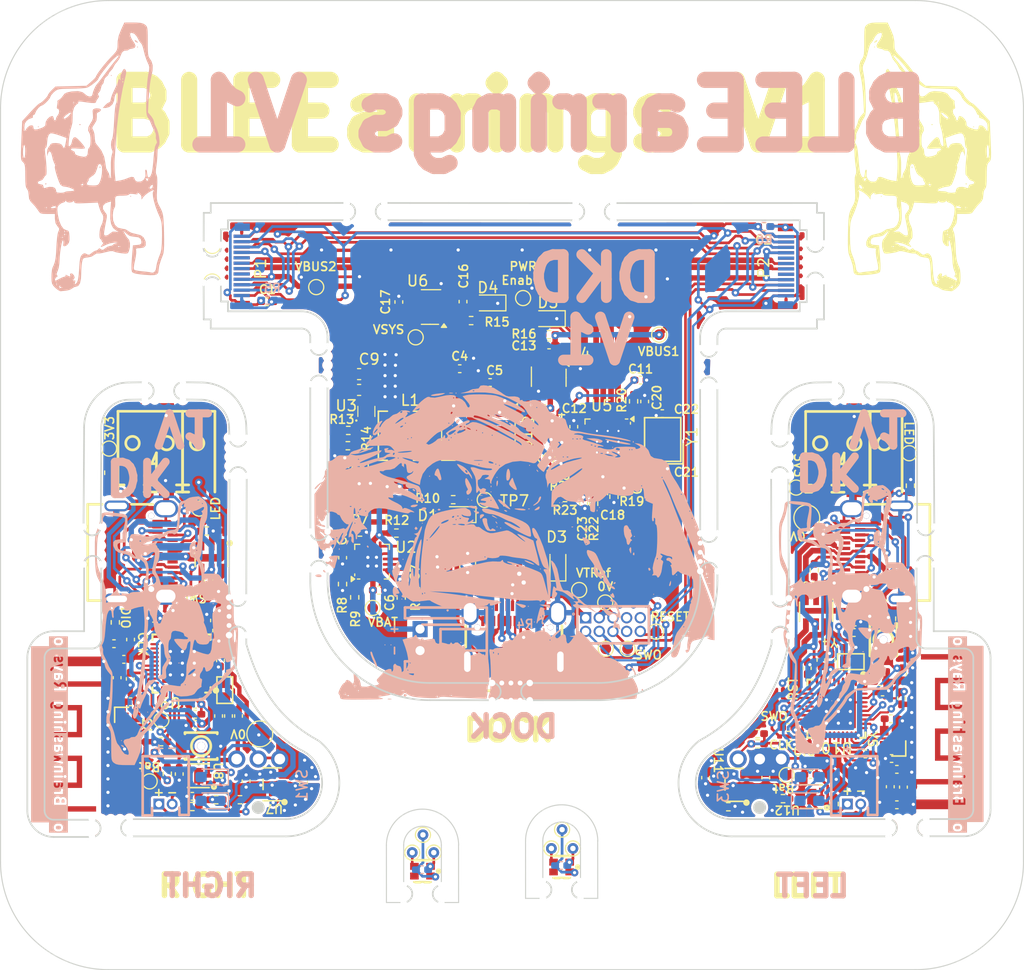
<source format=kicad_pcb>
(kicad_pcb (version 20240108) (generator "pcbnew") (generator_version "8.0")
  (layers (0 "F.Cu" signal) (31 "B.Cu" signal) (34 "B.Paste" user) (35 "F.Paste" user) (36 "B.SilkS" user "B.Silkscreen") (37 "F.SilkS" user "F.Silkscreen") (38 "B.Mask" user) (39 "F.Mask" user) (44 "Edge.Cuts" user))
  (net 0 "")
  (net 1 "Net-(ANT1-FP)")
  (net 2 "/Dock/ExtraBattery/VBAT")
  (net 3 "Net-(BT2-+)")
  (net 4 "Net-(BT2--)")
  (net 5 "Net-(BT3-+)")
  (net 6 "Net-(BT3--)")
  (net 7 "Net-(P1-SHIELD)")
  (net 8 "Net-(P2-SHIELD)")
  (net 9 "/Dock/DeviceSelect/Vsys")
  (net 10 "/Dock/ExtraBattery/3.7Out")
  (net 11 "PWREN1")
  (net 12 "/Dock/DeviceSelect/VBUS1")
  (net 13 "Net-(U5-CRFILT)")
  (net 14 "PWREN2")
  (net 15 "/Dock/DeviceSelect/VBUS2")
  (net 16 "Net-(U5-VBUS_DET)")
  (net 17 "Net-(U5-PLLFILT)")
  (net 18 "Net-(U5-XTALOUT{slash}(CLKIN_EN))")
  (net 19 "Net-(U5-XTALIN{slash}CLKIN)")
  (net 20 "RESET")
  (net 21 "GND2")
  (net 22 "Net-(ANT2-FP)")
  (net 23 "Net-(U9-P0.00_XL1)")
  (net 24 "Net-(U9-DECUSB)")
  (net 25 "Net-(U9-P0.01_XL2)")
  (net 26 "Net-(U9-DEC1)")
  (net 27 "Net-(U9-ANT)")
  (net 28 "Net-(U9-DEC3)")
  (net 29 "Net-(C37-Pad1)")
  (net 30 "Net-(U9-XC2)")
  (net 31 "Net-(U9-XC1)")
  (net 32 "Net-(D1-A)")
  (net 33 "Net-(D2-K)")
  (net 34 "Net-(D2-A)")
  (net 35 "Net-(D3-K)")
  (net 36 "Net-(D3-A)")
  (net 37 "Net-(D4-A)")
  (net 38 "Net-(D5-A)")
  (net 39 "Net-(D6-I{slash}O1-Pad1)")
  (net 40 "Net-(D6-I{slash}O2-Pad3)")
  (net 41 "Net-(D7-K)")
  (net 42 "Net-(D8-K)")
  (net 43 "/EarringL/LUSBd-")
  (net 44 "/EarringL/LUSBd+")
  (net 45 "Net-(D12-VDD)")
  (net 46 "Net-(D12-DIN)")
  (net 47 "Net-(D13-VDD)")
  (net 48 "Net-(D13-DIN)")
  (net 51 "Net-(J1-CC1)")
  (net 57 "Net-(J1-CC2)")
  (net 61 "SWDIO")
  (net 62 "SWCLK")
  (net 63 "SWO")
  (net 67 "nRESET")
  (net 68 "Net-(J3-CC1)")
  (net 70 "GND3")
  (net 71 "Net-(J3-CC2)")
  (net 73 "Net-(J5-Pin_1)")
  (net 74 "Net-(J6-CC1)")
  (net 76 "Net-(J6-CC2)")
  (net 78 "Net-(J8-Pin_1)")
  (net 79 "Net-(U3-SW)")
  (net 88 "/Dock/DeviceSelect/D-")
  (net 89 "/Dock/DeviceSelect/D+")
  (net 90 "Net-(U2-ILIM)")
  (net 91 "Net-(U2-ISET)")
  (net 92 "Net-(U2-TS)")
  (net 93 "/Dock/ExtraBattery/FB")
  (net 94 "Net-(U5-SMBDATA{slash}NON_REM1)")
  (net 95 "Net-(U5-SMBCLK{slash}CFG_SEL0)")
  (net 96 "Net-(U5-SUSP_IND{slash}LOCAL_PWR{slash}(NON_REM0))")
  (net 97 "Net-(U5-RBIAS)")
  (net 98 "Net-(U7-STAT)")
  (net 99 "Net-(U7-PROG)")
  (net 100 "Net-(U9-P0.20)")
  (net 101 "Net-(U9-SWDCLK)")
  (net 102 "Net-(U9-P0.18_nRESET)")
  (net 103 "Net-(U9-SWDIO)")
  (net 104 "Net-(U9-P0.03_AIN1)")
  (net 119 "Net-(D12-VSS)")
  (net 122 "GND1")
  (net 123 "VTRef")
  (net 124 "/EarringR/Power/VBAT")
  (net 125 "/EarringR/DSP/VBUS")
  (net 126 "Net-(U10-P0.00_XL1)")
  (net 127 "/EarringL/DSP/VBUS")
  (net 128 "Net-(U10-DECUSB)")
  (net 129 "Net-(U10-P0.01_XL2)")
  (net 130 "Net-(U10-DEC1)")
  (net 131 "Net-(U10-ANT)")
  (net 132 "Net-(U10-DEC3)")
  (net 133 "Net-(C53-Pad1)")
  (net 134 "Net-(U10-XC2)")
  (net 135 "Net-(U10-XC1)")
  (net 136 "/EarringL/Power/VBAT")
  (net 137 "Net-(D10-K)")
  (net 138 "Net-(D11-K)")
  (net 139 "/EarringR/DSP/nReset")
  (net 140 "/EarringL/DSP/nReset")
  (net 141 "Net-(U10-P0.20)")
  (net 142 "Net-(U10-SWDCLK)")
  (net 143 "Net-(U10-P0.18_nRESET)")
  (net 144 "Net-(U10-SWDIO)")
  (net 145 "Net-(U11-STAT)")
  (net 146 "Net-(U11-PROG)")
  (net 162 "+BATT_1")
  (net 163 "+3V3_1")
  (net 164 "+3V3_2")
  (net 165 "+BATT_2")
  (net 166 "+3V3_3")
  (net 167 "SWO_L_1")
  (net 168 "SWDCLK_L_1")
  (net 169 "SWDIO_L_1")
  (net 170 "SWDIO_L_2")
  (net 171 "SWDCLK_L_2")
  (net 172 "SWO_L_2")
  (net 173 "D1+")
  (net 174 "D1-")
  (net 175 "D2+")
  (net 176 "D2-")
  (net 177 "DEC6_1")
  (net 178 "Pair_1")
  (net 179 "DEC6_2")
  (net 180 "Pair_2")
  (net 181 "LED_A_1")
  (net 182 "LED_A_2")
  (net 183 "NEO_LED_1")
  (net 184 "NEO_LED_2")
  (net 185 "BatRef_1")
  (net 186 "BatRef_2")
  (net 187 "/Dock/DeviceSelect/D_2+")
  (net 188 "/Dock/DeviceSelect/D_2-")
  (net 189 "/Dock/DeviceSelect/D_1+")
  (net 190 "/Dock/DeviceSelect/D_1-")
  (net 191 "Net-(D13-VSS)")
  (footprint "TestPoint:TestPoint_Pad_D1.0mm" (layer "F.Cu") (at 151.326443 124.813557 90)
    (property "Reference" "TP3" (hide yes))
    (property "Value" "TestPoint")
  )
  (footprint "Resistor_SMD:R_0402_1005Metric_Pad0.72x0.64mm_HandSolder" (layer "F.Cu") (at 167.9025 138.15)
    (property "Reference" "R46" (hide yes))
    (property "Value" "33k")
  )
  (footprint "Resistor_SMD:R_0402_1005Metric_Pad0.72x0.64mm_HandSolder" (layer "F.Cu") (at 181.1 127.4775 -90)
    (property "Reference" "R47" (hide yes))
    (property "Value" "470")
  )
  (footprint "Capacitor_SMD:C_0402_1005Metric_Pad0.74x0.62mm_HandSolder" (layer "F.Cu") (at 116.74 127.6425 -90)
    (property "Reference" "C31" (hide yes))
    (property "Value" "4.7u")
  )
  (footprint "Capacitor_SMD:C_0402_1005Metric_Pad0.74x0.62mm_HandSolder" (layer "F.Cu") (at 115.669392 137.283634)
    (property "Reference" "C34" (hide yes))
    (property "Value" "1u")
  )
  (footprint "Capacitor_SMD:C_0402_1005Metric_Pad0.74x0.62mm_HandSolder" (layer "F.Cu") (at 119.69 136.513634 90)
    (property "Reference" "C32" (hide yes))
    (property "Value" "8p")
  )
  (footprint "easyeda2kicad:QFN-40_L5.0-W5.0-P0.40-TL-EP3.6" (layer "F.Cu") (at 175.22 135.84 -90)
    (property "Reference" "U10")
    (property "Value" "NRF52833-QDAA-R7")
  )
  (footprint "easyeda2kicad:TYPE-C-SMD_C9900025773" (layer "F.Cu") (at 178.61 121.323634 90)
    (property "Reference" "J6" (hide yes))
    (property "Value" "USB_C_Receptacle")
  )
  (footprint "Inductor_SMD:L_0402_1005Metric_Pad0.77x0.64mm_HandSolder" (layer "F.Cu") (at 108.416892 132.956134 -90)
    (property "Reference" "L3" (hide yes))
    (property "Value" "2.2n")
  )
  (footprint "Resistor_SMD:R_0402_1005Metric_Pad0.72x0.64mm_HandSolder" (layer "F.Cu") (at 139.628943 116.423557)
    (property "Reference" "R10")
    (property "Value" "2k")
  )
  (footprint "Capacitor_SMD:C_0402_1005Metric_Pad0.74x0.62mm_HandSolder" (layer "F.Cu") (at 109.674392 139.583634)
    (property "Reference" "C40" (hide yes))
    (property "Value" "12p")
  )
  (footprint "Panelization:mouse-bit-1.6mm-slot" (layer "F.Cu") (at 127.164301 121.140011 -90)
    (property "Reference" "REF**" (hide yes))
    (property "Value" "mouse-bit-1.6mm-slot" (hide yes))
  )
  (footprint "TestPoint:TestPoint_Pad_D1.0mm" (layer "F.Cu") (at 151.776443 130.273557 90)
    (property "Reference" "TP6" (hide yes))
    (property "Value" "TestPoint")
  )
  (footprint "Package_DFN_QFN:HVQFN-24-1EP_4x4mm_P0.5mm_EP2.5x2.5mm_ThermalVias" (layer "F.Cu") (at 153.98 111.0425 -90)
    (property "Reference" "U5")
    (property "Value" "USB2422T-I/MJ")
  )
  (footprint "Panelization:mouse-bit-1.6mm-slot" (layer "F.Cu") (at 127.154301 103.940011 -90)
    (property "Reference" "REF**" (hide yes))
    (property "Value" "mouse-bit-1.6mm-slot" (hide yes))
  )
  (footprint "Resistor_SMD:R_0402_1005Metric_Pad0.72x0.64mm_HandSolder" (layer "F.Cu") (at 182.09 115.1275 -90)
    (property "Reference" "R39" (hide yes))
    (property "Value" "5k1")
  )
  (footprint "easyeda2kicad:USB-C-SMD_TYPE-C-24P-GTJB-040" (layer "F.Cu") (at 120.016443 94.713557 -90)
    (property "Reference" "P1")
    (property "Value" "USB_C_Plug")
  )
  (footprint "Resistor_SMD:R_0402_1005Metric_Pad0.72x0.64mm_HandSolder" (layer "F.Cu") (at 150.2375 113.07)
    (property "Reference" "R17")
    (property "Value" "100")
  )
  (footprint "Resistor_SMD:R_0201_0603Metric" (layer "F.Cu") (at 171.19 136.32 180)
    (property "Reference" "R41" (hide yes))
    (property "Value" "NF")
  )
  (footprint "Panelization:mouse-bit-1.6mm-slot" (layer "F.Cu") (at 117.25 94.51 -90)
    (property "Reference" "REF**" (hide yes))
    (property "Value" "mouse-bit-1.6mm-slot" (hide yes))
  )
  (footprint "Resistor_SMD:R_0402_1005Metric_Pad0.72x0.64mm_HandSolder" (layer "F.Cu") (at 154.556943 116.145057 90)
    (property "Reference" "R19")
    (property "Value" "100")
  )
  (footprint "LED_SMD:LED_0603_1608Metric_Pad1.05x0.95mm_HandSolder" (layer "F.Cu") (at 140.97 122.315 -90)
    (property "Reference" "D2")
    (property "Value" "BLUE RED")
  )
  (footprint "Panelization:mouse-bit-1.6mm-slot" (layer "F.Cu") (at 163.36 104.11 -90)
    (property "Reference" "REF**" (hide yes))
    (property "Value" "mouse-bit-1.6mm-slot" (hide yes))
  )
  (footprint "easyeda2kicad:KEY-SMD_L3.0-W2.5-LS4.0" (layer "F.Cu") (at 179.578 129.43 90)
    (property "Reference" "SW4" (hide yes))
    (property "Value" "SW_DIP_x01")
  )
  (footprint "Inductor_SMD:L_0402_1005Metric_Pad0.77x0.64mm_HandSolder" (layer "F.Cu") (at 180.22 143.0825 90)
    (property "Reference" "L4" (hide yes))
    (property "Value" "4.7n")
  )
  (footprint "easyeda2kicad:LED-SMD_4P-L1.6-W1.5_XL-1615RGBC-WS2812B" (layer "F.Cu") (at 149.696527 150.539046 180)
    (property "Reference" "D12" (hide yes))
    (property "Value" "2758")
  )
  (footprint "Capacitor_SMD:C_0402_1005Metric_Pad0.74x0.62mm_HandSolder" (layer "F.Cu") (at 151.736943 116.765057 90)
    (property "Reference" "C23")
    (property "Value" "1u")
  )
  (footprint "TestPoint:TestPoint_Pad_D1.0mm" (layer "F.Cu") (at 181.98 112.11)
    (property "Reference" "TP18" (hide yes))
    (property "Value" "TestPoint")
  )
  (footprint "TestPoint:TestPoint_Pad_D1.0mm" (layer "F.Cu") (at 132.151231 126.476345 180)
    (property "Reference" "TP8" (hide yes))
    (property "Value" "TestPoint")
  )
  (footprint "easyeda2kicad:LED-SMD_4P-L1.6-W1.5_XL-1615RGBC-WS2812B" (layer "F.Cu") (at 136.775 150.925 180)
    (property "Reference" "D13" (hide yes))
    (property "Value" "2758")
  )
  (footprint "Resistor_SMD:R_0402_1005Metric_Pad0.72x0.64mm_HandSolder" (layer "F.Cu") (at 130.481231 125.496345 90)
    (property "Reference" "R9")
    (property "Value" "10k")
  )
  (footprint "LED_SMD:LED_0603_1608Metric_Pad1.05x0.95mm_HandSolder" (layer "F.Cu") (at 148.371443 99.613557 180)
    (property "Reference" "D5")
    (property "Value" "BLUE LED")
  )
  (footprint "Capacitor_SMD:C_0402_1005Metric_Pad0.74x0.62mm_HandSolder" (layer "F.Cu") (at 180.2675 136.77 180)
    (property "Reference" "C56" (hide yes))
    (property "Value" "12p")
  )
  (footprint "Capacitor_SMD:C_0402_1005Metric_Pad0.74x0.62mm_HandSolder" (layer "F.Cu") (at 114.186892 141.903634 90)
    (property "Reference" "C41" (hide yes))
    (property "Value" "100n")
  )
  (footprint "easyeda2kicad:SOT-23-5_L3.0-W1.7-P0.95-LS2.8-BL" (layer "F.Cu") (at 165.72 142.91 90)
    (property "Reference" "U11")
    (property "Value" "MCP73831T-2ACI/OT")
  )
  (footprint "Capacitor_SMD:C_0402_1005Metric_Pad0.74x0.62mm_HandSolder" (layer "F.Cu") (at 177.9025 140.04)
    (property "Reference" "C52" (hide yes))
    (property "Value" "100p")
  )
  (footprint "easyeda2kicad:SOT-23-6_L2.9-W1.6-P0.95-LS2.8-BL" (layer "F.Cu") (at 117.2 121.76 180)
    (property "Reference" "D6")
    (property "Value" "USBLC6-2SC6_C2687116")
  )
  (footprint "easyeda2kicad:TYPE-C-SMD_C9900025773" (layer "F.Cu") (at 110.976892 121.323634 -90)
    (property "Reference" "J3" (hide yes))
    (property "Value" "USB_C_Receptacle")
  )
  (footprint "TestPoint:TestPoint_Pad_D1.0mm" (layer "F.Cu") (at 146.12 97.7)
    (property "Reference" "TP28" (hide yes))
    (property "Value" "TestPoint")
  )
  (footprint "Capacitor_SMD:C_0402_1005Metric_Pad0.74x0.62mm_HandSolder" (layer "F.Cu") (at 122.3475 98.04 180)
    (property "Reference" "C1")
    (property "Value" "100n")
  )
  (footprint "Capacitor_SMD:C_0402_1005Metric_Pad0.74x0.62mm_HandSolder" (layer "F.Cu") (at 179.5 134.28)
    (property "Reference" "C54" (hide yes))
    (property "Value" "1u")
  )
  (footprint "TestPoint:TestPoint_THTPad_D1.0mm_Drill0.5mm" (layer "F.Cu") (at 135.825 149.2 -90)
    (property "Reference" "TP24" (hide yes))
    (property "Value" "TestPoint")
  )
  (footprint "TestPoint:TestPoint_Pad_D1.0mm" (layer "F.Cu") (at 126.906443 96.683557 90)
    (property "Reference" "TP12" (hide yes))
    (property "Value" "TestPoint")
  )
  (footprint "TestPoint:TestPoint_Pad_D1.0mm" (layer "F.Cu") (at 111.436892 142.583634 180)
    (property "Reference" "TP13" (hide yes))
    (property "Value" "TestPoint")
  )
  (footprint "Capacitor_SMD:C_0603_1608Metric_Pad1.08x0.95mm_HandSolder" (layer "F.Cu") (at 130.888943 106.233557)
    (property "Reference" "C10" (hide yes))
    (property "Value" "22u")
  )
  (footprint "TestPoint:TestPoint_Pad_D2.0mm" (layer "F.Cu") (at 121.666 138.176 180)
    (property "Reference" "TP16" (hide yes))
    (property "Value" "TestPoint")
  )
  (footprint "Capacitor_SMD:C_0402_1005Metric_Pad0.74x0.62mm_HandSolder" (layer "F.Cu") (at 159.046943 108.435)
    (property "Reference" "C22")
    (property "Value" "18p")
  )
  (footprint "easyeda2kicad:WDFN-6_L2.0-W2.0-P0.65-BL-EP" (layer "F.Cu") (at 172.9275 144.005 90)
    (property "Reference" "U12")
    (property "Value" "XB6096I2SV")
  )
  (footprint "Capacitor_SMD:C_0603_1608Metric_Pad1.08x0.95mm_HandSolder" (layer "F.Cu") (at 130.888943 104.763557)
    (property "Reference" "C9")
    (property "Value" "22u")
  )
  (footprint "TestPoint:TestPoint_Pad_D1.0mm" (layer "F.Cu") (at 107.67 111.68 180)
    (property "Reference" "TP15" (hide yes))
    (property "Value" "TestPoint")
  )
  (footprint "Resistor_SMD:R_0402_1005Metric_Pad0.72x0.64mm_HandSolder" (layer "F.Cu") (at 148.528943 101.093557 180)
    (property "Reference" "R16")
    (property "Value" "220")
  )
  (footprint "Resistor_SMD:R_0402_1005Metric_Pad0.72x0.64mm_HandSolder" (layer "F.Cu") (at 165.1815 144.942)
    (property "Reference" "R50" (hide yes))
    (property "Value" "4k99")
  )
  (footprint "Resistor_SMD:R_0402_1005Metric_Pad0.72x0.64mm_HandSolder" (layer "F.Cu") (at 116.744392 119.333634 180)
    (property "Reference" "R24" (hide yes))
    (property "Value" "5k1")
  )
  (footprint "TestPoint:TestPoint_Pad_D1.0mm" (layer "F.Cu") (at 155.826443 130.273557 90)
    (property "Reference" "TP5" (hide yes))
    (property "Value" "TestPoint")
  )
  (footprint "Resistor_SMD:R_0201_0603Metric" (layer "F.Cu") (at 114.326892 127.753634 -90)
    (property "Reference" "R32" (hide yes))
    (property "Value" "NF")
  )
  (footprint "Capacitor_SMD:C_0402_1005Metric_Pad0.74x0.62mm_HandSolder" (layer "F.Cu") (at 109.636892 133.071134 -90)
    (property "Reference" "C36" (hide yes))
    (property "Value" "100p")
  )
  (footprint "Resistor_SMD:R_0402_1005Metric_Pad0.72x0.64mm_HandSolder" (layer "F.Cu") (at 176.8735 127.762 180)
    (property "Reference" "R40" (hide yes))
    (property "Value" "220")
  )
  (footprint "TestPoint:TestPoint_Pad_D1.0mm" (layer "F.Cu") (at 158.756443 101.103557 90)
    (property "Reference" "TP11" (hide yes))
    (property "Value" "TestPoint")
  )
  (footprint "Capacitor_SMD:C_0402_1005Metric_Pad0.74x0.62mm_HandSolder" (layer "F.Cu") (at 172.8 141.95 180)
    (property "Reference" "C60" (hide yes))
    (property "Value" "100n")
  )
  (footprint "Capacitor_SMD:C_0402_1005Metric_Pad0.74x0.62mm_HandSolder" (layer "F.Cu") (at 109.664392 135.193634 180)
    (property "Reference" "C42" (hide yes))
    (property "Value" "12p")
  )
  (footprint "easyeda2kicad:SOT-23-5_L3.0-W1.7-P0.95-LS2.8-BL" (layer "F.Cu") (at 122.82 142.86 90)
    (property "Reference" "U7")
    (property "Value" "MCP73831T-2ACI/OT")
  )
  (footprint "Capacitor_SMD:C_0402_1005Metric_Pad0.74x0.62mm_HandSolder" (layer "F.Cu") (at 148.528943 102.053557)
    (property "Reference" "C13")
    (property "Value" "100n")
  )
  (footprint "Capacitor_SMD:C_0402_1005Metric_Pad0.74x0.62mm_HandSolder" (layer "F.Cu") (at 157.0225 105.32 180)
    (property "Reference" "C11")
    (property "Value" "100n")
  )
  (footprint "Capacitor_SMD:C_0402_1005Metric_Pad0.74x0.62mm_HandSolder" (layer "F.Cu") (at 111.84 127.44 180)
    (property "Reference" "C30" (hide yes))
    (property "Value" "100n")
  )
  (footprint "RF_Antenna:Texas_SWRA117D_2.4GHz_Left" (layer "F.Cu") (at 107.176892 133.543634 90)
    (property "Reference" "ANT1" (hide yes))
    (property "Value" "~")
  )
  (footprint "easyeda2kicad:OTS3" (layer "F.Cu") (at 145.32 119.558337)
    (property "Reference" "G***" (hide yes))
    (property "Value" "LOGO" (hide yes))
  )
  (footprint "Resistor_SMD:R_0201_0603Metric" (layer "F.Cu") (at 170.26 134.425 -90)
    (property "Reference" "R43" (hide yes))
    (property "Value" "NF")
  )
  (footprint "Resistor_SMD:R_0402_1005Metric_Pad0.72x0.64mm_HandSolder" (layer "F.Cu") (at 129.846443 111.413557)
    (property "Reference" "R14")
    (property "Value" "100k")
  )
  (footprint "Capacitor_SMD:C_0402_1005Metric_Pad0.74x0.62mm_HandSolder" (layer "F.Cu") (at 129.361231 121.816345 -90)
    (property "Reference" "C3")
    (property "Value" "1u")
  )
  (footprint "Capacitor_SMD:C_0402_1005Metric_Pad0.74x0.62mm_HandSolder" (layer "F.Cu") (at 109.666892 129.413634 90)
    (property "Reference" "C35" (hide yes))
    (property "Value" "1p")
  )
  (footprint "easyeda2kicad:CONN-SMD_2059-302" (layer "F.Cu") (at 175.358171 111.831484 90)
    (property "Reference" "J8" (hide yes))
    (property "Value" "Screw_Terminal_01x02")
  )
  (footprint "Resistor_SMD:R_0402_1005Metric_Pad0.72x0.64mm_HandSolder" (layer "F.Cu") (at 151.7575 114.15)
    (property "Reference" "R18")
    (property "Value" "100")
  )
  (footprint "Panelization:mouse-bit-1.6mm-slot" (layer "F.Cu") (at 144.99 134.25)
    (property "Reference" "REF**" (hide yes))
    (property "Value" "mouse-bit-1.6mm-slot" (hide yes))
  )
  (footprint "Package_DFN_QFN:VQFN-16-1EP_3x3mm_P0.5mm_EP1.6x1.6mm" (layer "F.Cu") (at 132.094154 122.183557 90)
    (property "Reference" "U2")
    (property "Value" "BQ24073RGT")
  )
  (footprint "Resistor_SMD:R_0402_1005Metric_Pad0.72x0.64mm_HandSolder" (layer "F.Cu") (at 129.883943 109.993557 180)
    (property "Reference" "R13")
    (property "Value" "732")
  )
  (footprint "Capacitor_SMD:C_0402_1005Metric_Pad0.74x0.62mm_HandSolder" (layer "F.Cu") (at 148.078943 107.963557)
    (property "Reference" "C15")
    (property "Value" "4.7u")
  )
  (footprint "Capacitor_SMD:C_0402_1005Metric_Pad0.74x0.62mm_HandSolder" (layer "F.Cu") (at 134.781231 123.238845 90)
    (property "Reference" "C7")
    (property "Value" "4.7u")
  )
  (footprint "LED_SMD:LED_0603_1608Metric_Pad1.05x0.95mm_HandSolder" (layer "F.Cu") (at 142.861443 98.153557 180)
    (property "Reference" "D4")
    (property "Value" "BLUE LED")
  )
  (footprint "Inductor_SMD:L_0402_1005Metric_Pad0.77x0.64mm_HandSolder" (layer "F.Cu") (at 109.036892 131.253634 180)
    (property "Reference" "L2" (hide yes))
    (property "Value" "4.7n")
  )
  (footprint "Resistor_SMD:R_0402_1005Metric_Pad0.72x0.64mm_HandSolder" (layer "F.Cu") (at 118.5285 143.283634 180)
    (property "Reference" "R29" (hide yes))
    (property "Value" "220")
  )
  (footprint "Capacitor_SMD:C_0402_1005Metric_Pad0.74x0.62mm_HandSolder" (layer "F.Cu") (at 131.376443 113.211057 -90)
    (property "Reference" "C8")
    (property "Value" "10u")
  )
  (footprint "Capacitor_SMD:C_0402_1005Metric_Pad0.74x0.62mm_HandSolder" (layer "F.Cu") (at 140.236443 104.263557)
    (property "Reference" "C4")
    (property "Value" "2.2u")
  )
  (footprint "Resistor_SMD:R_0402_1005Metric_Pad0.72x0.64mm_HandSolder" (layer "F.Cu") (at 150.009443 116.227557 180)
    (property "Reference" "R23")
    (property "Value" "10k")
  )
  (footprint "Resistor_SMD:R_0402_1005Metric_Pad0.72x0.64mm_HandSolder" (layer "F.Cu") (at 112.494392 138.903634)
    (property "Reference" "R35" (hide yes))
    (property "Value" "33k")
  )
  (footprint "Capacitor_SMD:C_0402_1005Metric_Pad0.74x0.62mm_HandSolder" (layer "F.Cu") (at 117.84 136.513634 90)
    (property "Reference" "C33" (hide yes))
    (property "Value" "100n")
  )
  (footprint "TestPoint:TestPoint_Pad_D1.0mm" (layer "F.Cu") (at 153.746443 125.973557 90)
    (property "Reference" "TP1" (hide yes))
    (property "Value" "TestPoint")
  )
  (footprint "Capacitor_SMD:C_0402_1005Metric_Pad0.74x0.62mm_HandSolder" (layer "F.Cu") (at 153.616943 115.850057 90)
    (property "Reference" "C18")
    (property "Value" "100n")
  )
  (footprint "easyeda2kicad:CRYSTAL-SMD_L1.6-W1.0" (layer "F.Cu") (at 118.416892 134.113634 -90)
    (property "Reference" "Y2" (hide yes))
    (property "Value" " X161032768KLD2SI")
  )
  (footprint "TestPoint:TestPoint_Pad_D1.0mm" (layer "F.Cu") (at 158.456443 128.683557 90)
    (property "Reference" "TP4" (hide yes))
    (property "Value" "TestPoint")
  )
  (footprint "Capacitor_SMD:C_0402_1005Metric_Pad0.74x0.62mm_HandSolder" (layer "F.Cu") (at 179.2595 132.38 180)
    (property "Reference" "C49" (hide yes))
    (property "Value" "100n")
  )
  (footprint "Capacitor_SMD:C_0402_1005Metric_Pad0.74x0.62mm_HandSolder" (layer "F.Cu") (at 181.26 134.8625 -90)
    (property "Reference" "C55" (hide yes))
    (property "Value" "NC")
  )
  (footprint "Resistor_SMD:R_0402_1005Metric_Pad0.72x0.64mm_HandSolder" (layer "F.Cu") (at 107.64 113.9225 -90)
    (property "Reference" "R36" (hide yes))
    (property "Value" "470")
  )
  (footprint "Capacitor_SMD:C_0402_1005Metric_Pad0.74x0.62mm_HandSolder" (layer "F.Cu") (at 120.396 142.5535 -90)
    (property "Reference" "C26" (hide yes))
    (property "Value" "10u")
  )
  (footprint "easyeda2kicad:CRYSTAL-SMD_L1.6-W1.0" (layer "F.Cu") (at 176.55 131.47)
    (property "Reference" "Y4")
    (property "Value" " X161032768KLD2SI")
  )
  (footprint "TestPoint:TestPoint_Pad_D1.0mm" (layer "F.Cu") (at 170.6 142)
    (property "Reference" "TP17" (hide yes))
    (property "Value" "TestPoint")
  )
  (footprint "Capacitor_SMD:C_0402_1005Metric_Pad0.74x0.62mm_HandSolder" (layer "F.Cu") (at 115.669392 135.423634 180)
    (property "Reference" "C38" (hide yes))
    (property "Value" "1u")
  )
  (footprint "Capacitor_SMD:C_0402_1005Metric_Pad0.74x0.62mm_HandSolder" (layer "F.Cu") (at 158.879443 113.455)
    (property "Reference" "C21")
    (property "Value" "18p")
  )
  (footprint "Capacitor_SMD:C_0402_1005Metric_Pad0.74x0.62mm_HandSolder" (layer "F.Cu") (at 168.51 91.06)
    (property "Reference" "C2")
    (property "Value" "100n")
  )
  (footprint "TestPoint:TestPoint_THTPad_D1.0mm_Drill0.5mm" (layer "F.Cu") (at 150.746527 148.814046 -90)
    (property "Reference" "TP23" (hide yes))
    (property "Value" "TestPoint")
  )
  (footprint "easyeda2kicad:CONN-SMD_2059-302" (layer "F.Cu") (at 111.496892 111.813634 90)
    (property "Reference" "J5" (hide yes))
    (property "Value" "Screw_Terminal_01x02")
  )
  (footprint "Capacitor_SMD:C_0402_1005Metric_Pad0.74x0.62mm_HandSolder" (layer "F.Cu") (at 143.056443 105.543557)
    (property "Reference" "C5")
    (property "Value" "2.2u")
  )
  (footprint "easyeda2kicad:SOT-563_L1.6-W1.2-P0.50-LS1.6-BR" (layer "F.Cu") (at 131.564 108.233557 -90)
    (property "Reference" "U3")
    (property "Value" "TPS61023DRLR")
  )
  (footprint "Inductor_SMD:L_0402_1005Metric_Pad0.77x0.64mm_HandSolder" (layer "F.Cu") (at 181.44 143.12 -90)
    (property "Reference" "L5" (hide yes))
    (property "Value" "2.2n")
  )
  (footprint "easyeda2kicad:SOT-23-6_L2.9-W1.6-P0.95-LS2.8-BL" (layer "F.Cu") (at 173.33 126.83 180)
    (property "Reference" "D9")
    (property "Value" "USBLC6-2SC6_C2687116")
  )
  (footprint "Resistor_SMD:R_0402_1005Metric_Pad0.72x0.64mm_HandSolder" (layer "F.Cu") (at 113.076892 141.883634 -90)
    (property "Reference" "R37" (hide yes))
    (property "Value" "2k")
  )
  (footprint "Resistor_SMD:R_0402_1005Metric_Pad0.72x0.64mm_HandSolder" (layer "F.Cu") (at 167.9025 139.1 180)
    (property "Reference" "R45" (hide yes))
    (property "Value" "100k")
  )
  (footprint "Resistor_SMD:R_0402_1005Metric_Pad0.72x0.64mm_HandSolder" (layer "F.Cu") (at 115.4025 144.92)
    (property "Reference" "R28" (hide yes))
    (property "Value" "100")
  )
  (footprint "Resistor_SMD:R_0402_1005Metric_Pad0.72x0.64mm_HandSolder" (layer "F.Cu") (at 117.6175 144.29)
    (property "Reference" "R26" (hide yes))
    (property "Value" "2k")
  )
  (footprint "Resistor_SMD:R_0402_1005Metric_Pad0.72x0.64mm_HandSolder" (layer "F.Cu") (at 119.8275 144.29 180)
    (property "Reference" "R27" (hide yes))
    (property "Value" "4k99")
  )
  (footprint "Resistor_SMD:R_0402_1005Metric_Pad0.72x0.64mm_HandSolder" (layer "F.Cu") (at 156.38 107.2875 -90)
    (property "Reference" "R20")
    (property "Value" "12k")
  )
  (footprint "LED_SMD:LED_0603_1608Metric_Pad1.05x0.95mm_HandSolder" (layer "F.Cu") (at 140.081443 117.813557 180)
    (property "Reference" "D1")
    (property "Value" "LED")
  )
  (footprint "Capacitor_SMD:C_0402_1005Metric_Pad0.74x0.62mm_HandSolder" (layer "F.Cu") (at 163.068 142.24 -90)
    (property "Reference" "C61" (hide yes))
    (property "Value" "10u")
  )
  (footprint "Capacitor_SMD:C_0402_1005Metric_Pad0.74x0.62mm_HandSolder" (layer "F.Cu") (at 176.8435 128.762 180)
    (property "Reference" "C43" (hide yes))
    (property "Value" "8p")
  )
  (footprint "Panelization:mouse-bit-1.6mm-slot" (layer "F.Cu") (at 173.26 94.38 -90)
    (property "Reference" "REF**" (hide yes))
    (property "Value" "mouse-bit-1.6mm-slot" (hide yes))
  )
  (footprint "Capacitor_SMD:C_0402_1005Metric_Pad0.74x0.62mm_HandSolder" (layer "F.Cu") (at 140.54 98.0325 -90)
    (property "Reference" "C16")
    (property "Value" "100n")
  )
  (footprint "easyeda2kicad:TYPE-C-SMD_C9900025773" (layer "F.Cu") (at 145.261443 128.881057)
    (property "Reference" "J1" (hide yes))
    (property "Value" "USB_C_Receptacle")
  )
  (footprint "Capacitor_SMD:C_0402_1005Metric_Pad0.74x0.62mm_HandSolder" (layer "F.Cu") (at 172.51 132.0725 -90)
    (property "Reference" "C47" (hide yes))
    (property "Value" "4.7u")
  )
  (footprint "easyeda2kicad:CRYSTAL-SMD_4P-L2.0-W1.6-BL" (layer "F.Cu") (at 109.636892 137.353634 -90)
    (property "Reference" "Y3")
    (property "Value" "XL7EL89CKI-111YLC-32M ")
  )
  (footprint "Capacitor_SMD:C_0402_1005Metric_Pad0.74x0.62mm_HandSolder" (layer "F.Cu") (at 150.219443 111.227557)
    (property "Reference" "C14")
    (property "Value" "1u")
  )
  (footprint "Capacitor_SMD:C_0402_1005Metric_Pad0.74x0.62mm_HandSolder" (layer "F.Cu") (at 125.73 142.6885 -90)
    (property "Reference" "C24" (hide yes))
    (property "Value" "10u")
  )
  (footprint "Panelization:mouse-bit-1.6mm-slot" (layer "F.Cu") (at 152.75 89.68 180)
    (property "Reference" "REF**" (hide yes))
    (property "Value" "mouse-bit-1.6mm-slot" (hide yes))
  )
  (footprint "Resistor_SMD:R_0402_1005Metric_Pad0.72x0.64mm_HandSolder" (layer "F.Cu") (at 108.25 127.82 90)
    (property "Reference" "R25" (hide yes))
    (property "Value" "5k1")
  )
  (footprint "Panelization:mouse-bit-1.6mm-slot" (layer "F.Cu") (at 131.48 89.67 180)
    (property "Reference" "REF**" (hide yes))
    (property "Value" "mouse-bit-1.6mm-slot" (hide yes))
  )
  (footprint "Resistor_SMD:R_0402_1005Metric_Pad0.72x0.64mm_HandSolder" (layer "F.Cu") (at 141.2925 99.7925)
    (property "Reference" "R15")
    (property "Value" "220")
  )
  (footprint "Resistor_SMD:R_0201_0603Metric" (layer "F.Cu") (at 113.576892 127.293634 90)
    (property "Reference" "R30" (hide yes))
    (property "Value" "NF")
  )
  (footprint "Capacitor_SMD:C_0402_1005Metric_Pad0.74x0.62mm_HandSolder" (layer "F.Cu") (at 179.2645 133.31 180)
    (property "Reference" "C50" (hide yes))
    (property "Value" "1u")
  )
  (footprint "Capacitor_SMD:C_0402_1005Metric_Pad0.74x0.62mm_HandSolder" (layer "F.Cu") (at 108.125 129.8 180)
    (property "Reference" "C37" (hide yes))
    (property "Value" "1.2p")
  )
  (footprint "Capacitor_SMD:C_0402_1005Metric_Pad0.74x0.62mm_HandSolder" (layer "F.Cu") (at 180.34 140.462)
    (property "Reference" "C58" (hide yes))
    (property "Value" "12p")
  )
  (footprint "Capacitor_SMD:C_0402_1005Metric_Pad0.74x0.62mm_HandSolder" (layer "F.Cu") (at 176.46 130.14 180)
    (property "Reference" "C48" (hide yes))
    (property "Value" "8p")
  )
  (footprint "easyeda2kicad:QFN-40_L5.0-W5.0-P0.40-TL-EP3.6" (layer "F.Cu") (at 114.396725 131.643634 180)
    (property "Reference" "U9")
    (property "Value" "NRF52833-QDAA-R7")
  )
  (footprint "Resistor_SMD:R_0402_1005Metric_Pad0.72x0.64mm_HandSolder" (layer "F.Cu") (at 129.351231 124.263845 -90)
    (property "Reference" "R8")
    (property "Value" "1.78k")
  )
  (footprint "Resistor_SMD:R_0201_0603Metric" (layer "F.Cu") (at 110.07 127.57 90)
    (property "Reference" "R31" (hide yes))
    (property "Value" "NF")
  )
  (footprint "LED_SMD:LED_0603_1608Metric_Pad1.05x0.95mm_HandSolder" (layer "F.Cu") (at 149.352 122.315 90)
    (property "Reference" "D3")
    (property "Value" "BLUE LED")
  )
  (footprint "Capacitor_SMD:C_0402_1005Metric_Pad0.74x0.62mm_HandSolder" (layer "F.Cu") (at 134.58 98.066443 -90)
    (property "Reference" "C17")
    (property "Value" "4.7u")
  )
  (footprint "Capacitor_SMD:C_0402_1005Metric_Pad0.74x0.62mm_HandSolder" (layer "F.Cu") (at 170.74 137.58 180)
    (property "Reference" "C46" (hide yes))
    (property "Value" "100n")
  )
  (footprint "Capacitor_SMD:C_0402_1005Metric_Pad0.74x0.62mm_HandSolder" (layer "F.Cu") (at 157.41 107.3075 -90)
    (property "Reference" "C20")
    (property "Value" "100n")
  )
  (footprint "Resistor_SMD:R_0402_1005Metric_Pad0.72x0.64mm_HandSolder" (layer "F.Cu") (at 152.676943 116.795057 90)
    (property "Reference" "R22")
    (property "Value" "10k")
  )
  (footprint "easyeda2kicad:IND-SMD_L4.5-W4.1" (layer "F.Cu") (at 134.73 110.487 -90)
    (property "Reference" "L1")
    (property "Value" "4.7u")
  )
  (footprint "TestPoint:TestPoint_Pad_D1.0mm" (layer "F.Cu") (at 116.03 117.25 180)
    (property "Reference" "TP14" (hide yes))
    (property "Value" "TestPoint")
  )
  (footprint "Package_TO_SOT_SMD:SOT-23-6_Handsoldering" (layer "F.Cu") (at 148.501443 105.003557 -90)
    (property "Reference" "U4")
    (property "Value" "SIP32509DT-T1-GE3")
  )
  (footprint "easyeda2kicad:CRYSTAL-SMD_4P-L3.2-W2.5-BL" (layer "F.Cu") (at 159.08 110.837443 90)
    (property "Reference" "Y1")
    (property "Value" "X322524MOB4SI")
  )
  (footprint "TestPoint:TestPoint_Pad_D1.0mm" (layer "F.Cu") (at 133.496443 115.213557 180)
    (property "Reference" "TP9" (hide yes))
    (property "Value" "TestPoint")
  )
  (footprint "Resistor_SMD:R_0402_1005Metric_Pad0.72x0.64mm_HandSolder" (layer "F.Cu") (at 130.968731 119.436345)
    (property "Reference" "R7")
    (property "Value" "1.18k")
  )
  (footprint "easyeda2kicad:KEY-SMD_L3.0-W2.5-LS4.0" (layer "F.Cu") (at 116.216892 139.303634)
    (property "Reference" "SW2" (hide yes))
    (property "Value" "SW_DIP_x01")
  )
  (footprint "easyeda2kicad:WDFN-6_L2.0-W2.0-P0.65-BL-EP" (layer "F.Cu") (at 115.996892 142.063634 90)
    (property "Reference" "U8")
    (property "Value" "XB6096I2SV")
  )
  (footprint "Resistor_SMD:R_0201_0603Metric" (layer "F.Cu") (at 170.26 138.42)
    (property "Reference" "R44" (hide yes))
    (property "Value" "NF")
  )
  (footprint "Resistor_SMD:R_0201_0603Metric" (layer "F.Cu") (at 172.375 138.938 180)
    (property "Reference" "R42" (hide yes))
    (property "Value" "NF")
  )
  (footprint "Capacitor_SMD:C_0402_1005Metric_Pad0.74x0.62mm_HandSolder" (layer "F.Cu") (at 173.78 131.318 -90)
    (property "Reference" "C45" (hide yes))
    (property "Value" "4.7u")
  )
  (footprint "Panelization:mouse-bit-1.6mm-slot" (layer "F.Cu") (at 163.37 121.31 -90)
    (property "Reference" "REF**" (hide yes))
    (property "Value" "mouse-bit-1.6mm-slot" (hide yes))
  )
  (footprint "Capacitor_SMD:C_0402_1005Metric_Pad0.74x0.62mm_HandSolder" (layer "F.Cu") (at 132.738731 124.836345)
    (property "Reference" "C6")
    (property "Value" "4.7u")
  )
  (footprint "TestPoint:TestPoint_Pad_D1.0mm" (layer "F.Cu") (at 112.522 136.906)
    (property "Reference" "TPL3" (hide yes))
    (property "Value" "TestPoint")
  )
  (footprint "TestPoint:TestPoint_THTPad_D1.0mm_Drill0.5mm" (layer "F.Cu") (at 148.746527 148.814046 -90)
    (property "Reference" "TP21" (hide yes))
    (property "Value" "TestPoint")
  )
  (footprint "TestPoint:TestPoint_THTPad_D1.0mm_Drill0.5mm" (layer "F.Cu") (at 149.740722 147.064046 -90)
    (property "Reference" "TP22" (hide yes))
    (property "Value" "TestPoint")
  )
  (footprint "RF_Antenna:Texas_SWRA117D_2.4GHz_Left" (layer "F.Cu") (at 182.36 142.62 -90)
    (property "Reference" "ANT2" (hide yes))
    (property "Value" "~")
  )
  (footprint "Capacitor_SMD:C_0402_1005Metric_Pad0.74x0.62mm_HandSolder" (layer "F.Cu") (at 117.66 128.5775 -90)
    (property "Reference" "C29" (hide yes))
    (property "Value" "4.7u")
  )
  (footprint "Resistor_SMD:R_0402_1005Metric_Pad0.72x0.64mm_HandSolder" (layer "F.Cu") (at 181.1 129.6975 90)
    (property "Reference" "R48" (hide yes))
    (property "Value" "2k")
  )
  (footprint "Capacitor_SMD:C_0402_1005Metric_Pad0.74x0.62mm_HandSolder" (layer "F.Cu") (at 168.656 142.24 -90)
    (property "Reference" "C59" (hide yes))
    (property "Value" "10u")
  )
  (footprint "TestPoint:TestPoint_Pad_D1.0mm" (layer "F.Cu") (at 136.144 101.346 180)
    (property "Reference" "TP10" (hide yes))
    (property "Value" "TestPoint")
  )
  (footprint "Resistor_SMD:R_0402_1005Metric_Pad0.72x0.64mm_HandSolder" (layer "F.Cu") (at 175.006 144.685 90)
    (property "Reference" "R51" (hide yes))
    (property "Value" "100")
  )
  (footprint "CustomPads:OT2" (layer "F.Cu") (at 182.72185 84.387229)
    (property "Reference" "G***" (hide yes))
    (property "Value" "LOGO" (hide yes))
  )
  (footprint "Resistor_SMD:R_0201_0603Metric" (layer "F.Cu") (at 111.45 128.4)
    (property "Reference" "R33" (hide yes))
    (property "Value" "NF")
  )
  (footprint "Package_TO_SOT_SMD:SOT-223-3_TabPin2" (layer "F.Cu") (at 141.966443 110.863557 -90)
    (property "Reference" "U1")
    (property "Value" "AMS1117-3.3")
  )
  (footprint "easyeda2kicad:CONN-SMD_custom1" (layer "F.Cu") (at 181.318171 111.821484 90)
    (property "Reference" "J7" (hide yes))
    (property "Value" "Screw_Terminal_01x01")
  )
  (footprint "TestPoint:TestPoint_Pad_D1.0mm" (layer "F.Cu") (at 171.48 115.3)
    (property "Reference" "TP19" (hide yes))
    (property "Value" "TestPoint")
  )
  (footprint "Capacitor_SMD:C_0402_1005Metric_Pad0.74x0.62mm_HandSolder" (layer "F.Cu") (at 180.83 144.76)
    (property "Reference" "C51" (hide yes))
    (property "Value" "1p")
  )
  (footprint "easyeda2kicad:CONN-SMD_custom1" (layer "F.Cu") (at 117.496892 111.813634 90)
    (property "Reference" "J4" (hide yes))
    (property "Value" "Screw_Terminal_01x01")
  )
  (footprint "Capacitor_SMD:C_0402_1005Metric_Pad0.74x0.62mm_HandSolder" (layer "F.Cu") (at 180.83 141.47)
    (property "Reference" "C53" (hide yes))
    (property "Value" "1.2p")
  )
  (footprint "Resistor_SMD:R_0402_1005Metric_Pad0.72x0.64mm_HandSolder" (layer "F.Cu") (at 134.801231 125.503845 90)
    (property "Reference" "R11")
    (property "Value" "1k")
  )
  (footprint "Resistor_SMD:R_0402_1005Metric_Pad0.72x0.64mm_HandSolder" (layer "F.Cu") (at 134.353731 119.526345 180)
    (property "Reference" "R12")
    (property "Value" "1k")
  )
  (footprint "easyeda2kicad:CRYSTAL-SMD_4P-L2.0-W1.6-BL" (layer "F.Cu") (at 180.2075 138.58 90)
    (property "Reference" "Y5")
    (property "Value" "XL7EL89CKI-111YLC-32M ")
  )
  (footprint "TestPoint:TestPoint_Pad_D1.0mm" (layer "F.Cu") (at 142.556443 116.443557 180)
    (property "Reference" "TP7")
    (property "Value" "TestPoint")
  )
  (footprint "Resistor_SMD:R_0402_1005Metric_Pad0.72x0.64mm_HandSolder" (layer "F.Cu") (at 112.494392 139.903634 180)
    (property "Reference" "R34" (hide yes))
    (property "Value" "100k")
  )
  (footprint "TestPoint:TestPoint_THTPad_D1.0mm_Drill0.5mm" (layer "F.Cu") (at 137.825 149.2 -90)
    (property "Reference" "TP26" (hide yes))
    (property "Value" "TestPoint")
  )
  (footprint "Capacitor_SMD:C_0402_1005Metric_Pad0.74x0.62mm_HandSolder" (layer "F.Cu") (at 115.4025 143.973634 180)
    (property "Reference" "C25" (hide yes))
    (property "Value" "100n")
  )
  (footprint "Resistor_SMD:R_0402_1005Metric_Pad0.72x0.64mm_HandSolder" (layer "F.Cu") (at 151.769443 115.097557 180)
    (property "Reference" "R21")
    (property "Value" "10k")
  )
  (footprint "Capacitor_SMD:C_0402_1005Metric_Pad0.74x0.62mm_HandSolder" (layer "F.Cu") (at 181.356 132.6475 90)
    (property "Reference" "C57" (hide yes))
    (property "Value" "100n")
  )
  (footprint "TestPoint:TestPoint_THTPad_D1.0mm_Drill0.5mm" (layer "F.Cu") (at 136.819195 147.55 -90)
    (property "Reference" "TP25" (hide yes))
    (property "Value" "TestPoint")
  )
  (footprint "Resistor_SMD:R_0402_1005Metric_Pad0.72x0.64mm_HandSolder" (layer "F.Cu") (at 170.26 144.19 180)
    (property "Reference" "R49" (hide yes))
    (property "Value" "2k")
  )
  (footprint "Capacitor_SMD:C_0402_1005Metric_Pad0.74x0.62mm_HandSolder" (layer "F.Cu") (at 155.496943 114.78 90)
    (property "Reference" "C19")
    (property "Value" "100n")
  )
  (footprint "Capacitor_SMD:C_0402_1005Metric_Pad0.74x0.62mm_HandSolder" (layer "F.Cu") (at 150.826943 109.650057 -90)
    (property "Reference" "C12")
    (property "Value" "1u")
  )
  (footprint "Capacitor_SMD:C_0402_1005Metric_Pad0.74x0.62mm_HandSolder" (layer "F.Cu") (at 115.669392 136.353634 180)
    (property "Reference" "C39" (hide yes))
    (property "Value" "NC")
  )
  (footprint "TestPoint:TestPoint_Pad_D2.0mm" (layer "F.Cu") (at 172.466 118.11)
    (property "Reference" "TP20" (hide yes))
    (property "Value" "TestPoint")
  )
  (footprint "Resistor_SMD:R_0402_1005Metric_Pad0.72x0.64mm_HandSolder" (layer "F.Cu") (at 143.648943 124.263557)
    (property "Reference" "R1")
    (property "Value" "5k1")
  )
  (footprint "Capacitor_SMD:C_0402_1005Metric_Pad0.74x0.62mm_HandSolder" (layer "F.Cu") (at 118.76 136.513634 90)
    (property "Reference" "C27" (hide yes))
    (property "Value" "8p")
  )
  (footprint "easyeda2kicad:USB-C-SMD_TYPE-C-24P-GTJB-040" (layer "F.Cu") (at 170.508943 94.743557 90)
    (property "Reference" "P2")
    (property "Value" "USB_C_Plug")
  )
  (footprint "TestPoint:TestPoint_Pad_D1.0mm" (layer "F.Cu") (at 153.796443 130.273557 90)
    (property "Reference" "TP2" (hide yes))
    (property "Value" "TestPoint")
  )
  (footprint "Capacitor_SMD:C_0402_1005Metric_Pad0.74x0.62mm_HandSolder" (layer "F.Cu") (at 118.017363 131.351516 90)
    (property "Reference" "C28" (hide yes))
    (property "Value" "4.7u")
  )
  (footprint "Resistor_SMD:R_0402_1005Metric_Pad0.72x0.64mm_HandSolder" (layer "F.Cu") (at 173.16 122.9775 90)
    (property "Reference" "R38" (hide yes))
    (property "Value" "5k1")
  )
  (footprint "Package_TO_SOT_SMD:SOT-23-6_Handsoldering" (layer "F.Cu") (at 137.57 98.5325 180)
    (property "Reference" "U6")
    (property "Value" "SIP32509DT-T1-GE3")
  )
  (footprint "Capacitor_SMD:C_0402_1005Metric_Pad0.74x0.62mm_HandSolder" (layer "F.Cu") (at 174.73 131.318 -90)
    (property "Reference" "C44" (hide yes))
    (property "Value" "4.7u")
  )
  (footprint "Panelization:mouse-bit-1.6mm-slot" (layer "B.Cu") (at 181.81 146.87 180)
    (property "Reference" "REF**" (hide yes))
    (property "Value" "mouse-bit-1.6mm-slot" (hide yes))
  )
  (footprint "Panelization:mouse-bit-1.6mm-slot" (layer "B.Cu") (at 112.761873 106.318229 180)
    (property "Reference" "REF**" (hide yes))
    (property "Value" "mouse-bit-1.6mm-slot" (hide yes))
  )
  (footprint "Capacitor_SMD:C_0402_1005Metric_Pad0.74x0.62mm_HandSolder" (layer "B.Cu") (at 136.735946 150.785954 180)
    (property "Reference" "C64" (hide yes))
    (property "Value" "100n")
  )
  (footprint "CustomPads:OT2" (layer "B.Cu") (at 112.788741 128.796405)
    (property "Reference" "G***" (hide yes))
    (property "Value" "LOGO" (hide yes))
  )
  (footprint "LED_SMD:LED_0603_1608Metric_Pad1.05x0.95mm_HandSolder" (layer "B.Cu") (at 117.091892 144.393634 180)
    (property "Reference" "D7" (hide yes))
    (property "Value" "RED LED")
  )
  (footprint "Panelization:mouse-bit-1.6mm-slot" (layer "B.Cu") (at 136.778446 153.035954 180)
    (property "Reference" "REF**" (hide yes))
    (property "Value" "mouse-bit-1.6mm-slot" (hide yes))
  )
  (footprint "Resistor_SMD:R_0402_1005Metric_Pad0.72x0.64mm_HandSolder" (layer "B.Cu") (at 146.906443 129.153557 180)
    (property "Reference" "R4")
    (property "Value" "5k1")
  )
  (footprint "LED_SMD:LED_0603_1608Metric_Pad1.05x0.95mm_HandSolder" (layer "B.Cu") (at 172.705 144.393634)
    (property "Reference" "D10" (hide yes))
    (property "Value" "BLUE LED")
  )
  (footprint "Panelization:mouse-bit-1.6mm-slot" (layer "B.Cu") (at 107.831873 146.893661 180)
    (property "Reference" "REF**" (hide yes))
    (property "Value" "mouse-bit-1.6mm-slot" (hide yes))
  )
  (footprint "Panelization:mouse-bit-1.6mm-slot" (layer "B.Cu") (at 106.096795 120.691516 -90)
    (property "Reference" "REF**" (hide yes))
    (property "Value" "mouse-bit-1.6mm-slot" (hide yes))
  )
  (footprint "easyeda2kicad:CONN-TH_530480210" (layer "B.Cu") (at 112.91 144.69)
    (property "Reference" "BT2" (hide yes))
    (property "Value" "Battery Gens ace 200mAh 1S 45C 3.7V")
  )
  (footprint "Panelization:mouse-bit-1.6mm-slot" (layer "B.Cu") (at 183.500258 120.68328 -90)
    (property "Reference" "REF**" (hide yes))
    (property "Value" "mouse-bit-1.6mm-slot" (hide yes))
  )
  (footprint "Panelization:mouse-bit-1.6mm-slot" (layer "B.Cu") (at 149.699973 152.65 180)
    (property "Reference" "REF**" (hide yes))
    (property "Value" "mouse-bit-1.6mm-slot" (hide yes))
  )
  (footprint "Resistor_SMD:R_0402_1005Metric_Pad0.72x0.64mm_HandSolder" (layer "B.Cu") (at 122.3975 97.89)
    (property "Reference" "R5")
    (property "Value" "1k")
  )
  (footprint "easyeda2kicad:HDR-TH_10P-P1.27-V-M-R2-C5-S1.27-1" (layer "B.Cu") (at 154.463943 128.028557)
    (property "Reference" "J2")
    (property "Value" "Conn_01x10_Socket")
  )
  (footprint "easyeda2kicad:SW-TH_TK-6580B-1" (layer "B.Cu") (at 168.09 140.511134 180)
    (property "Reference" "SW3")
    (property "Value" "TK-6580B-1")
    (fp_circle (center 0 -4.5) (end 0.6 -4.5) (fill solid) (layer "Edge.Cuts"))
  )
  (footprint "Panelization:mouse-bit-1.6mm-slot" (layer "B.Cu") (at 119.651873 112.448229 -90)
    (property "Reference" "REF**" (hide yes))
    (property "Value" "mouse-bit-1.6mm-slot" (hide yes))
  )
  (footprint "CustomPads:OT2" (layer "B.Cu") (at 176.319297 127.746401)
    (property "Reference" "G***" (hide yes))
    (property "Value" "LOGO" (hide yes))
  )
  (footprint "easyeda2kicad:CONN-TH_S2B-PH-K-S-LF-SN" (layer "B.Cu") (at 145.35 128.34)
    (property "Reference" "BT1" (hide yes))
    (property "Value" "Battery Pimoroni 1200mAh")
  )
  (footprint "Resistor_SMD:R_0402_1005Metric_Pad0.72x0.64mm_HandSolder" (layer "B.Cu") (at 168.4875 91.06 180)
    (property "Reference" "R6")
    (property "Value" "1k")
  )
  (footprint "Panelization:mouse-bit-1.6mm-slot" (layer "B.Cu") (at 119.611873 127.258229 -90)
    (property "Reference" "REF**" (hide yes))
    (property "Value" "mouse-bit-1.6mm-slot" (hide yes))
  )
  (footprint "LED_SMD:LED_0603_1608Metric_Pad1.05x0.95mm_HandSolder" (layer "B.Cu") (at 117.091892 142.183634 180)
    (property "Reference" "D8" (hide yes))
    (property "Value" "BLUE LED")
  )
  (footprint "LED_SMD:LED_0603_1608Metric_Pad1.05x0.95mm_HandSolder" (layer "B.Cu") (at 172.75 142.183634)
    (property "Reference" "D11" (hide yes))
    (property "Value" "RED LED")
  )
  (footprint "Panelization:mouse-bit-1.6mm-slot" (layer "B.Cu") (at 170.000258 127.33328 -90)
    (property "Reference" "REF**" (hide yes))
    (property "Value" "mouse-bit-1.6mm-slot" (hide yes))
  )
  (footprint "easyeda2kicad:SW-TH_TK-6580B-1" (layer "B.Cu") (at 121.519392 140.511134 180)
    (property "Reference" "SW1")
    (property "Value" "TK-6580B-1")
    (fp_circle (center 0 -4.5) (end 0.6 -4.5) (fill solid) (layer "Edge.Cuts"))
  )
  (footprint "Panelization:mouse-bit-1.6mm-slot" (layer "B.Cu") (at 169.955 112.448233 90)
    (property "Reference" "REF**" (hide yes))
    (property "Value" "mouse-bit-1.6mm-slot" (hide yes))
  )
  (footprint "CustomPads:OT2" (layer "B.Cu") (at 106.341282 84.387229 180)
    (property "Reference" "G***" (hide yes))
    (property "Value" "LOGO" (hide yes))
  )
  (footprint "Capacitor_SMD:C_0402_1005Metric_Pad0.74x0.62mm_HandSolder" (layer "B.Cu") (at 149.657473 150.4 180)
    (property "Reference" "C63" (hide yes))
    (property "Value" "100n")
  )
  (footprint "easyeda2kicad:CONN-TH_530480210" (layer "B.Cu") (at 176.853108 144.69)
    (property "Reference" "BT3" (hide yes))
    (property "Value" "Battery Gens ace 200mAh 1S 45C 3.7V")
  )
  (footprint "Panelization:mouse-bit-1.6mm-slot" (layer "B.Cu") (at 176.845 106.326469)
    (property "Reference" "REF**" (hide yes))
    (property "Value" "mouse-bit-1.6mm-slot" (hide yes))
  )
  (gr_rect (start 187.27 130.07) (end 188.81 146.29) (stroke (width 0.15)) (fill solid) (layer "B.SilkS"))
  (gr_rect (start 100.5 130.1) (end 102.04 146.32) (stroke (width 0.15)) (fill solid) (layer "B.SilkS"))
  (gr_arc (start 150.876 131.826) (mid 151.077 131.360389) (end 151.308444 130.909136) (stroke (width 0.15)) (layer "F.SilkS"))
  (gr_line (start 113.875 126.68) (end 114.34 126.17) (stroke (width 0.15)) (layer "F.SilkS"))
  (gr_line (start 126.364301 122.890011) (end 126.356449 123.94356) (stroke (width 0.16)) (layer "Edge.Cuts"))
  (gr_line (start 164.16 105.86) (end 164.17 119.56) (stroke (width 0.16)) (layer "Edge.Cuts"))
  (gr_arc (start 135.028473 148.5) (mid 136.778473 146.75) (end 138.528473 148.5) (stroke (width 0.1)) (layer "Edge.Cuts"))
  (gr_arc (start 143.24 133.45) (mid 144.04 134.25) (end 143.24 135.05) (stroke (width 0.16)) (layer "Edge.Cuts"))
  (gr_arc (start 182.59 70.07) (mid 189.661068 72.998932) (end 192.59 80.07) (stroke (width 0.1)) (layer "Edge.Cuts"))
  (gr_curve (pts (xy 120.414268 129.843189) (xy 121.626798 133.953677) (xy 123.436798 136.803677) (xy 127.117935 138.802365)) (stroke (width 0.16)) (layer "Edge.Cuts"))
  (gr_line (start 116.45 93.06) (end 116.461443 89.783557) (stroke (width 0.16)) (layer "Edge.Cuts"))
  (gr_arc (start 172.46 96.13) (mid 173.26 95.33) (end 174.06 96.13) (stroke (width 0.16)) (layer "Edge.Cuts"))
  (gr_arc (start 126.354301 105.690011) (mid 127.154301 104.890011) (end 127.954301 105.690011) (stroke (width 0.16)) (layer "Edge.Cuts"))
  (gr_line (start 140.128473 153.835954) (end 140.125 148.5) (stroke (width 0.1)) (layer "Edge.Cuts"))
  (gr_line (start 171.811443 98.933557) (end 171.811443 98.083557) (stroke (width 0.16)) (layer "Edge.Cuts"))
  (gr_line (start 187.069975 128.64368) (end 184.255075 128.643681) (stroke (width 0.16)) (layer "Edge.Cuts"))
  (gr_line (start 164.963585 98.930696) (end 171.811443 98.933557) (stroke (width 0.16)) (layer "Edge.Cuts"))
  (gr_arc (start 169.192605 109.718681) (mid 170.416281 106.764487) (end 173.370475 105.540811) (stroke (width 0.16)) (layer "Edge.Cuts"))
  (gr_arc (start 170.795 125.508233) (mid 169.995 126.308233) (end 169.195 125.508233) (stroke (width 0.16)) (layer "Edge.Cuts"))
  (gr_arc (start 164.17 119.56) (mid 163.37 120.36) (end 162.57 119.56) (stroke (width 0.16)) (layer "Edge.Cuts"))
  (gr_line (start 153.05 153.45) (end 153.046527 148.114046) (stroke (width 0.1)) (layer "Edge.Cuts"))
  (gr_arc (start 102.536798 147.748229) (mid 100.797149 147.027678) (end 100.076597 145.288028) (stroke (width 0.16)) (layer "Edge.Cuts"))
  (gr_arc (start 147.95 148.114046) (mid 149.7 146.364046) (end 151.45 148.114046) (stroke (width 0.1)) (layer "Edge.Cuts"))
  (gr_line (start 171.811443 98.083557) (end 172.461443 98.083557) (stroke (width 0.16)) (layer "Edge.Cuts"))
  (gr_line (start 106.896795 118.941516) (end 106.951873 109.718229) (stroke (width 0.16)) (layer "Edge.Cuts"))
  (gr_line (start 146.74 133.45) (end 153.066443 133.443557) (stroke (width 0.16)) (layer "Edge.Cuts"))
  (gr_line (start 154.5 88.88) (end 173.411443 88.873557) (stroke (width 0.16)) (layer "Edge.Cuts"))
  (gr_arc (start 106.951873 129.385352) (mid 106.699901 129.993609) (end 106.09164 130.245585) (stroke (width 0.16)) (layer "Edge.Cuts"))
  (gr_line (start 124.092339 146.093628) (end 109.581873 146.093628) (stroke (width 0.16)) (layer "Edge.Cuts"))
  (gr_line (start 109.530231 107.140759) (end 111.011873 107.118229) (stroke (width 0.16)) (layer "Edge.Cuts"))
  (gr_arc (start 162.563585 101.330696) (mid 163.266529 99.63364) (end 164.963585 98.930696) (stroke (width 0.16)) (layer "Edge.Cuts"))
  (gr_line (start 165.514534 146.093632) (end 180.025 146.093632) (stroke (width 0.16)) (layer "Edge.Cuts"))
  (gr_line (start 173.411443 89.783557) (end 173.411443 88.873557) (stroke (width 0.16)) (layer "Edge.Cuts"))
  (gr_line (start 120.411873 125.508229) (end 120.451873 114.198229) (stroke (width 0.16)) (layer "Edge.Cuts"))
  (gr_arc (start 162.57 123.06) (mid 163.37 122.26) (end 164.17 123.06) (stroke (width 0.16)) (layer "Edge.Cuts"))
  (gr_line (start 187.070026 130.243607) (end 183.515769 130.245563) (stroke (width 0.16)) (layer "Edge.Cuts"))
  (gr_line (start 116.236873 107.140759) (end 114.511873 107.118229) (stroke (width 0.16)) (layer "Edge.Cuts"))
  (gr_arc (start 133.425 148.5) (mid 136.778473 145.146527) (end 140.131946 148.5) (stroke (width 0.1)) (layer "Edge.Cuts"))
  (gr_line (start 127.964301 122.890011) (end 127.959301 123.949325) (stroke (width 0.16)) (layer "Edge.Cuts"))
  (gr_arc (start 114.511873 107.118229) (mid 113.711999 106.318229) (end 114.511873 105.518229) (stroke (width 0.16)) (layer "Edge.Cuts"))
  (gr_line (start 127.959301 101.330696) (end 127.954301 102.190011) (stroke (width 0.16)) (layer "Edge.Cuts"))
  (gr_curve (pts (xy 118.814343 129.643629) (xy 119.476873 133.273629) (xy 121.676873 137.603629) (xy 125.516516 139.690554)) (stroke (width 0.16)) (layer "Edge.Cuts"))
  (gr_line (start 170.755 114.198233) (end 170.795 125.508233) (stroke (width 0.16)) (layer "Edge.Cuts"))
  (gr_arc (start 183.525 147.683682) (mid 182.725 146.883682) (end 183.525 146.083682) (stroke (width 0.16)) (layer "Edge.Cuts"))
  (gr_line (start 154.5 90.48) (end 171.811443 90.473557) (stroke (width 0.16)) (layer "Edge.Cuts"))
  (gr_arc (start 120.411873 125.508229) (mid 119.611873 126.308229) (end 118.811873 125.508229) (stroke (width 0.16)) (layer "Edge.Cuts"))
  (gr_line (start 105.296795 118.941516) (end 105.351828 109.718577) (stroke (width 0.16)) (layer "Edge.Cuts"))
  (gr_line (start 173.370475 105.540811) (end 175.095 105.518233) (stroke (width 0.16)) (layer "Edge.Cuts"))
  (gr_arc (start 187.07 130.243633) (mid 187.678195 130.495652) (end 187.930233 131.103866) (stroke (width 0.16)) (layer "Edge.Cuts"))
  (gr_line (start 129.73 88.87) (end 117.111443 88.873557) (stroke (width 0.16)) (layer "Edge.Cuts"))
  (gr_arc (start 118.851873 114.198229) (mid 119.651873 113.398229) (end 120.451873 114.198229) (stroke (width 0.16)) (layer "Edge.Cuts"))
  (gr_arc (start 187.069975 128.64368) (mid 188.809644 129.364287) (end 189.530276 131.103946) (stroke (width 0.16)) (layer "Edge.Cuts"))
  (gr_arc (start 133.23 90.47) (mid 132.43 89.67) (end 133.23 88.87) (stroke (width 0.16)) (layer "Edge.Cuts"))
  (gr_arc (start 120.451873 110.698229) (mid 119.651873 111.498229) (end 118.851873 110.698229) (stroke (width 0.16)) (layer "Edge.Cuts"))
  (gr_line (start 173.37 107.140763) (end 175.095 107.118233) (stroke (width 0.16)) (layer "Edge.Cuts"))
  (gr_arc (start 192.59 150.07) (mid 189.661068 157.141068) (end 182.59 160.07) (stroke (width 0.1)) (layer "Edge.Cuts"))
  (gr_arc (start 125.556443 100.533557) (mid 126.122129 100.767871) (end 126.356443 101.333557) (stroke (width 0.16)) (layer "Edge.Cuts"))
  (gr_line (start 171.811443 91.383557) (end 171.811443 90.473557) (stroke (width 0.16)) (layer "Edge.Cuts"))
  (gr_arc (start 138.528473 153.835954) (mid 137.728446 153.035954) (end 138.528473 152.235954) (stroke (width 0.16)) (layer "Edge.Cuts"))
  (gr_line (start 120.451873 110.698229) (end 120.414268 109.718677) (stroke (width 0.16)) (layer "Edge.Cuts"))
  (gr_arc (start 164.166443 101.333557) (mid 164.400757 100.767871) (end 164.966443 100.533557) (stroke (width 0.16)) (layer "Edge.Cuts"))
  (gr_line (start 180.077275 105.540811) (end 178.595 105.518233) (stroke (width 0.16)) (layer "Edge.Cuts"))
  (gr_line (start 173.411443 100.533557) (end 173.411443 99.683557) (stroke (width 0.16)) (layer "Edge.Cuts"))
  (gr_line (start 125.559301 98.930696) (end 118.711443 98.933557) (stroke (width 0.16)) (layer "Edge.Cuts"))
  (gr_line (start 169.155 110.698233) (end 169.192605 109.718681) (stroke (width 0.16)) (layer "Edge.Cuts"))
  (gr_arc (start 146.74 135.05) (mid 145.94 134.25) (end 146.74 133.45) (stroke (width 0.16)) (layer "Edge.Cuts"))
  (gr_arc (start 165.509975 147.693665) (mid 160.814729 144.330107) (end 162.488938 138.802369) (stroke (width 0.16)) (layer "Edge.Cuts"))
  (gr_line (start 170.79253 129.643633) (end 170.795 129.008233) (stroke (width 0.16)) (layer "Edge.Cuts"))
  (gr_arc (start 170.755 110.698233) (mid 169.955 111.498275) (end 169.155 110.698233) (stroke (width 0.16)) (layer "Edge.Cuts"))
  (gr_arc (start 137.456446 135.043557) (mid 129.607565 131.792441) (end 126.356449 123.94356) (stroke (width 0.16)) (layer "Edge.Cuts"))
  (gr_line (start 137.456446 135.043557) (end 143.24 135.05) (stroke (width 0.16)) (layer "Edge.Cuts"))
  (gr_arc (start 102.536873 146.148229) (mid 101.928645 145.896234) (end 101.67664 145.287996) (stroke (width 0.16)) (layer "Edge.Cuts"))
  (gr_line (start 151.45 153.45) (end 153.05 153.45) (stroke (width 0.1)) (layer "Edge.Cuts"))
  (gr_line (start 116.236398 105.540807) (end 114.511873 105.518229) (stroke (width 0.16)) (layer "Edge.Cuts"))
  (gr_arc (start 106.951873 109.718229) (mid 107.707286 107.895564) (end 109.530231 107.140759) (stroke (width 0.16)) (layer "Edge.Cuts"))
  (gr_line (start 187.07 146.083634) (end 183.525 146.083634) (stroke (width 0.16)) (layer "Edge.Cuts"))
  (gr_line (start 100.076597 131.103942) (end 100.076597 145.288028) (stroke (width 0.16)) (layer "Edge.Cuts"))
  (gr_line (start 102.536898 128.643676) (end 105.351798 128.643677) (stroke (width 0.16)) (layer "Edge.Cuts"))
  (gr_line (start 164.17 123.06) (end 164.166437 123.94356) (stroke (width 0.16)) (layer "Edge.Cuts"))
  (gr_arc (start 125.516516 139.690554) (mid 127.37571 143.463999) (end 124.092339 146.093628) (stroke (width 0.16)) (layer "Edge.Cuts"))
  (gr_arc (start 175.095 105.526469) (mid 175.895 106.326469) (end 175.095 107.126469) (stroke (width 0.16)) (layer "Edge.Cuts"))
  (gr_line (start 173.411443 99.683557) (end 174.061443 99.683557) (stroke (width 0.16)) (layer "Edge.Cuts"))
  (gr_arc (start 125.559301 98.930696) (mid 127.256357 99.63364) (end 127.959301 101.330696) (stroke (width 0.16)) (layer "Edge.Cuts"))
  (gr_arc (start 170.79253 109.719121) (mid 171.54727 107.896127) (end 173.37 107.140763) (stroke (width 0.16)) (layer "Edge.Cuts"))
  (gr_arc (start 183.515769 130.245563) (mid 182.907473 129.993627) (end 182.655536 129.38533) (stroke (width 0.16)) (layer "Edge.Cuts"))
  (gr_line (start 147.95 151.85) (end 147.95 148.114046) (stroke (width 0.1)) (layer "Edge.Cuts"))
  (gr_line (start 170.755 110.698233) (end 170.79253 109.719121) (stroke (width 0.16)) (layer "Edge.Cuts"))
  (gr_arc (start 105.351828 109.718577) (mid 106.575501 106.76448) (end 109.529598 105.540807) (stroke (width 0.16)) (layer "Edge.Cuts"))
  (gr_line (start 133.428473 153.835954) (end 133.425 148.5) (stroke (width 0.1)) (layer "Edge.Cuts"))
  (gr_line (start 143.24 133.45) (end 137.4593 133.443557) (stroke (width 0.16)) (layer "Edge.Cuts"))
  (gr_line (start 138.528473 152.235954) (end 138.528473 148.5) (stroke (width 0.1)) (layer "Edge.Cuts"))
  (gr_arc (start 105.351363 122.441516) (mid 106.151363 121.64144) (end 106.951363 122.441516) (stroke (width 0.16)) (layer "Edge.Cuts"))
  (gr_arc (start 162.56 105.86) (mid 163.36 105.06) (end 164.16 105.86) (stroke (width 0.16)) (layer "Edge.Cuts"))
  (gr_arc (start 180.131746 107.140737) (mid 181.95466 107.895535) (end 182.710104 109.718207) (stroke (width 0.16)) (layer "Edge.Cuts"))
  (gr_arc (start 106.896795 118.941516) (mid 106.096795 119.741471) (end 105.296795 118.941516) (stroke (width 0.16)) (layer "Edge.Cuts"))
  (gr_arc (start 187.930233 145.223401) (mid 187.678218 145.831618) (end 187.07 146.083634) (stroke (width 0.16)) (layer "Edge.Cuts"))
  (gr_arc (start 137.4593 133.443557) (mid 130.743862 130.663073) (end 127.959301 123.949325) (stroke (width 0.16)) (layer "Edge.Cuts"))
  (gr_line (start 184.255075 128.643681) (end 184.255536 122.441494) (stroke (width 0.16)) (layer "Edge.Cuts"))
  (gr_arc (start 151.45 153.45) (mid 150.649973 152.65) (end 151.45 151.85) (stroke (width 0.16)) (layer "Edge.Cuts"))
  (gr_line (start 118.851873 114.198229) (end 118.811873 125.508229) (stroke (width 0.16)) (layer "Edge.Cuts"))
  (gr_line (start 118.711443 91.323557) (end 118.061443 91.323557) (stroke (width 0.16)) (layer "Edge.Cuts"))
  (gr_arc (start 169.195 129.008233) (mid 169.995 128.208233) (end 170.795 129.008233) (stroke (width 0.16)) (layer "Edge.Cuts"))
  (gr_arc (start 129.73 88.87) (mid 130.53 89.67) (end 129.73 90.47) (stroke (width 0.16)) (layer "Edge.Cuts"))
  (gr_line (start 189.530276 131.103946) (end 189.530276 145.223481) (stroke (width 0.16)) (layer "Edge.Cuts"))
  (gr_line (start 173.411443 100.533557) (end 164.966443 100.533557) (stroke (width 0.16)) (layer "Edge.Cuts"))
  (gr_line (start 118.061443 98.023557) (end 118.711443 98.023557) (stroke (width 0.16)) (layer "Edge.Cuts"))
  (gr_line (start 102.536873 146.148229) (end 106.081873 146.148229) (stroke (width 0.16)) (layer "Edge.Cuts"))
  (gr_arc (start 118.811873 129.008229) (mid 119.611873 128.208229) (end 120.411873 129.008229) (stroke (width 0.16)) (layer "Edge.Cuts"))
  (gr_line (start 182.710104 118.941494) (end 182.710104 109.718207) (stroke (width 0.16)) (layer "Edge.Cuts"))
  (gr_line (start 117.111443 89.783557) (end 117.111443 88.873557) (stroke (width 0.16)) (layer "Edge.Cuts"))
  (gr_line (start 102.536873 130.243629) (end 106.09164 130.245585) (stroke (width 0.16)) (layer "Edge.Cuts"))
  (gr_arc (start 189.530276 145.223481) (mid 188.809677 146.963083) (end 187.070075 147.683682) (stroke (width 0.16)) (layer "Edge.Cuts"))
  (gr_line (start 169.195 125.508233) (end 169.155 114.198233) (stroke (width 0.16)) (layer "Edge.Cuts"))
  (gr_arc (start 164.166437 123.94356) (mid 160.915323 131.792443) (end 153.06644 135.043557) (stroke (width 0.16)) (layer "Edge.Cuts"))
  (gr_line (start 116.461443 99.683557) (end 116.45 96.56) (stroke (width 0.16)) (layer "Edge.Cuts"))
  (gr_curve (pts (xy 170.79253 129.643633) (xy 170.13 133.273633) (xy 167.93 137.603633) (xy 164.090357 139.690558)) (stroke (width 0.16)) (layer "Edge.Cuts"))
  (gr_arc (start 126.364301 122.890011) (mid 127.164301 122.090011) (end 127.964301 122.890011) (stroke (width 0.16)) (layer "Edge.Cuts"))
  (gr_arc (start 118.05 93.06) (mid 117.25 93.86) (end 116.45 93.06) (stroke (width 0.16)) (layer "Edge.Cuts"))
  (gr_line (start 172.46 92.63) (end 172.461443 91.383557) (stroke (width 0.16)) (layer "Edge.Cuts"))
  (gr_arc (start 106.081873 146.148229) (mid 106.8819 146.948229) (end 106.081873 147.748229) (stroke (width 0.16)) (layer "Edge.Cuts"))
  (gr_line (start 109.529598 105.540807) (end 111.011873 105.518229) (stroke (width 0.16)) (layer "Edge.Cuts"))
  (gr_line (start 162.57 123.06) (end 162.566443 123.943557) (stroke (width 0.16)) (layer "Edge.Cuts"))
  (gr_arc (start 180.077275 105.540811) (mid 183.031391 106.764465) (end 184.255045 109.718581) (stroke (width 0.16)) (layer "Edge.Cuts"))
  (gr_arc (start 147.95 151.85) (mid 148.749973 152.65) (end 147.95 153.45) (stroke (width 0.16)) (layer "Edge.Cuts"))
  (gr_line (start 151.45 151.85) (end 151.45 148.114046) (stroke (width 0.1)) (layer "Edge.Cuts"))
  (gr_arc (start 182.655536 122.441494) (mid 183.455536 121.641418) (end 184.255536 122.441494) (stroke (width 0.16)) (layer "Edge.Cuts"))
  (gr_arc (start 101.67664 131.103862) (mid 101.928667 130.495659) (end 102.536873 130.243629) (stroke (width 0.16)) (layer "Edge.Cuts"))
  (gr_line (start 101.67664 131.103862) (end 101.67664 145.287996) (stroke (width 0.16)) (layer "Edge.Cuts"))
  (gr_arc (start 184.310104 118.941494) (mid 183.510104 119.741449) (end 182.710104 118.941494) (stroke (width 0.16)) (layer "Edge.Cuts"))
  (gr_arc (start 180.025 146.093632) (mid 180.825 146.893632) (end 180.025 147.693632) (stroke (width 0.16)) (layer "Edge.Cuts"))
  (gr_arc (start 174.06 92.63) (mid 173.26 93.43) (end 172.46 92.63) (stroke (width 0.16)) (layer "Edge.Cuts"))
  (gr_line (start 118.711443 90.473557) (end 118.711443 91.323557) (stroke (width 0.16)) (layer "Edge.Cuts"))
  (gr_line (start 165.509975 147.693665) (end 180.025 147.693665) (stroke (width 0.16)) (layer "Edge.Cuts"))
  (gr_line (start 182.655536 129.38533) (end 182.655536 122.441494) (stroke (width 0.16)) (layer "Edge.Cuts"))
  (gr_line (start 120.414268 129.843189) (end 120.411873 129.008229) (stroke (width 0.16)) (layer "Edge.Cuts"))
  (gr_line (start 118.05 96.56) (end 118.061443 98.023557) (stroke (width 0.16)) (layer "Edge.Cuts"))
  (gr_line (start 151 90.48) (end 133.23 90.47) (stroke (width 0.16)) (layer "Edge.Cuts"))
  (gr_line (start 187.070075 147.683682) (end 183.525 147.683682) (stroke (width 0.16)) (layer "Edge.Cuts"))
  (gr_arc (start 100.076597 131.103942) (mid 100.797248 129.364302) (end 102.536898 128.643676) (stroke (width 0.16)) (layer "Edge.Cuts"))
  (gr_arc (start 146.346527 148.114046) (mid 149.7 144.760573) (end 153.053473 148.114046) (stroke (width 0.1)) (layer "Edge.Cuts"))
  (gr_arc (start 135.028473 152.235954) (mid 135.828446 153.035954) (end 135.028473 153.835954) (stroke (width 0.16)) (layer "Edge.Cuts"))
  (gr_arc (start 162.566443 123.943557) (mid 159.783959 130.661073) (end 153.066443 133.443557) (stroke (width 0.16)) (layer "Edge.Cuts"))
  (gr_line (start 127.954301 105.690011) (end 127.964301 119.390011) (stroke (width 0.16)) (layer "Edge.Cuts"))
  (gr_arc (start 116.236398 105.540807) (mid 119.190595 106.76448) (end 120.414268 109.718677) (stroke (width 0.16)) (layer "Edge.Cuts"))
  (gr_curve (pts (xy 169.192605 129.843193) (xy 167.980075 133.953681) (xy 166.170075 136.803681) (xy 162.488938 138.802369)) (stroke (width 0.16)) (layer "Edge.Cuts"))
  (gr_arc (start 116.45 96.56) (mid 117.25 95.76) (end 118.05 96.56) (stroke (width 0.16)) (layer "Edge.Cuts"))
  (gr_line (start 187.930233 145.223401) (end 187.930233 131.103866) (stroke (width 0.16)) (layer "Edge.Cuts"))
  (gr_arc (start 178.595 107.126469) (mid 177.795 106.326469) (end 178.595 105.526469) (stroke (width 0.16)) (layer "Edge.Cuts"))
  (gr_line (start 174.06 96.13) (end 174.061443 99.683557) (stroke (width 0.16)) (layer "Edge.Cuts"))
  (gr_line (start 164.166443 101.333557) (end 164.16 102.36) (stroke (width 0.16)) (layer "Edge.Cuts"))
  (gr_line (start 105.351798 128.643677) (end 105.351363 122.441516) (stroke (width 0.16)) (layer "Edge.Cuts"))
  (gr_line (start 192.59 80.07) (end 192.59 150.07) (stroke (width 0.1)) (layer "Edge.Cuts"))
  (gr_line (start 172.461443 91.383557) (end 171.811443 91.383557) (stroke (width 0.16)) (layer "Edge.Cuts"))
  (gr_arc (start 127.954301 102.190011) (mid 127.154301 102.990011) (end 126.354301 102.190011) (stroke (width 0.16)) (layer "Edge.Cuts"))
  (gr_arc (start 116.236873 107.140759) (mid 118.059576 107.896147) (end 118.814343 109.719117) (stroke (width 0.16)) (layer "Edge.Cuts"))
  (gr_line (start 133.428473 153.835954) (end 135.028473 153.835954) (stroke (width 0.1)) (layer "Edge.Cuts"))
  (gr_line (start 107.59 70.07) (end 182.59 70.07) (stroke (width 0.1)) (layer "Edge.Cuts"))
  (gr_line (start 162.56 105.86) (end 162.57 119.56) (stroke (width 0.16)) (layer "Edge.Cuts"))
  (gr_line (start 172.46 96.13) (end 172.461443 98.083557) (stroke (width 0.16)) (layer "Edge.Cuts"))
  (gr_line (start 118.05 93.06) (end 118.061443 91.323557) (stroke (width 0.16)) (layer "Edge.Cuts"))
  (gr_line (start 146.35 153.45) (end 146.346527 148.114046) (stroke (width 0.1)) (layer "Edge.Cuts"))
  (gr_arc (start 169.155 114.198233) (mid 169.955 113.398275) (end 170.755 114.198233) (stroke (width 0.16)) (layer "Edge.Cuts"))
  (gr_arc (start 127.964301 119.390011) (mid 127.164301 120.190011) (end 126.364301 119.390011) (stroke (width 0.16)) (layer "Edge.Cuts"))
  (gr_arc (start 165.514534 146.093632) (mid 162.231139 143.464008) (end 164.090357 139.690558) (stroke (width 0.16)) (layer "Edge.Cuts"))
  (gr_line (start 135.028473 152.235954) (end 135.028473 148.5) (stroke (width 0.1)) (layer "Edge.Cuts"))
  (gr_arc (start 111.011873 105.518229) (mid 111.8119 106.318229) (end 111.011873 107.118229) (stroke (width 0.16)) (layer "Edge.Cuts"))
  (gr_arc (start 164.16 102.36) (mid 163.36 103.16) (end 162.56 102.36) (stroke (width 0.16)) (layer "Edge.Cuts"))
  (gr_line (start 174.06 92.63) (end 174.061443 89.783557) (stroke (width 0.16)) (layer "Edge.Cuts"))
  (gr_line (start 162.566443 101.333557) (end 162.56 102.36) (stroke (width 0.16)) (layer "Edge.Cuts"))
  (gr_line (start 97.59 150.07) (end 97.59 80.07) (stroke (width 0.1)) (layer "Edge.Cuts"))
  (gr_line (start 180.131746 107.140737) (end 178.595 107.118233) (stroke (width 0.16)) (layer "Edge.Cuts"))
  (gr_line (start 129.73 90.47) (end 118.711443 90.473557) (stroke (width 0.16)) (layer "Edge.Cuts"))
  (gr_line (start 146.74 135.05) (end 153.06644 135.043557) (stroke (width 0.16)) (layer "Edge.Cuts"))
  (gr_line (start 117.111443 100.533557) (end 117.111443 99.683557) (stroke (width 0.16)) (layer "Edge.Cuts"))
  (gr_line (start 118.814343 129.643629) (end 118.811873 129.008229) (stroke (width 0.16)) (layer "Edge.Cuts"))
  (gr_arc (start 109.581873 147.693661) (mid 108.7819 146.893661) (end 109.581873 146.093661) (stroke (width 0.16)) (layer "Edge.Cuts"))
  (gr_line (start 118.711443 98.023557) (end 118.711443 98.933557) (stroke (width 0.16)) (layer "Edge.Cuts"))
  (gr_line (start 126.354301 105.690011) (end 126.364301 119.390011) (stroke (width 0.16)) (layer "Edge.Cuts"))
  (gr_line (start 174.061443 89.783557) (end 173.411443 89.783557) (stroke (width 0.16)) (layer "Edge.Cuts"))
  (gr_line (start 126.356443 101.333557) (end 126.354301 102.190011) (stroke (width 0.16)) (layer "Edge.Cuts"))
  (gr_line (start 184.310104 118.941494) (end 184.255071 109.718555) (stroke (width 0.16)) (layer "Edge.Cuts"))
  (gr_line (start 146.35 153.45) (end 147.95 153.45) (stroke (width 0.1)) (layer "Edge.Cuts"))
  (gr_line (start 124.096898 147.693661) (end 109.581873 147.693661) (stroke (width 0.16)) (layer "Edge.Cuts"))
  (gr_line (start 169.192605 129.843193) (end 169.195 129.008233) (stroke (width 0.16)) (layer "Edge.Cuts"))
  (gr_line (start 138.528473 153.835954) (end 140.128473 153.835954) (stroke (width 0.1)) (layer "Edge.Cuts"))
  (gr_arc (start 127.117935 138.802365) (mid 128.792139 144.330101) (end 124.096898 147.693661) (stroke (width 0.16)) (layer "Edge.Cuts"))
  (gr_arc (start 107.59 160.07) (mid 100.518932 157.141068) (end 97.59 150.07) (stroke (width 0.1)) (layer "Edge.Cuts"))
  (gr_arc (start 151 88.88) (mid 151.8 89.68) (end 151 90.48) (stroke (width 0.16)) (layer "Edge.Cuts"))
  (gr_line (start 182.59 160.07) (end 107.59 160.07) (stroke (width 0.1)) (layer "Edge.Cuts"))
  (gr_line (start 118.851873 110.698229) (end 118.814343 109.719117) (stroke (width 0.16)) (layer "Edge.Cuts"))
  (gr_arc (start 154.5 90.48) (mid 153.7 89.68) (end 154.5 88.88) (stroke (width 0.16)) (layer "Edge.Cuts"))
  (gr_line (start 117.111443 100.533557) (end 125.556443 100.533557) (stroke (width 0.16)) (layer "Edge.Cuts"))
  (gr_line (start 133.23 88.87) (end 151 88.88) (stroke (width 0.16)) (layer "Edge.Cuts"))
  (gr_line (start 106.951873 129.385352) (end 106.951363 122.441516) (stroke (width 0.16)) (layer "Edge.Cuts"))
  (gr_line (start 117.111443 99.683557) (end 116.461443 99.683557) (stroke (width 0.16)) (layer "Edge.Cuts"))
  (gr_arc (start 97.59 80.07) (mid 100.518932 72.998932) (end 107.59 70.07) (stroke (width 0.1)) (layer "Edge.Cuts"))
  (gr_line (start 116.461443 89.783557) (end 117.111443 89.783557) (stroke (width 0.16)) (layer "Edge.Cuts"))
  (gr_line (start 102.536798 147.748229) (end 106.081873 147.748229) (stroke (width 0.16)) (layer "Edge.Cuts"))
  (gr_text "\no  Brainwashing Rays o" (at 186 147.458952 270) (layer "B.SilkS" knockout) (effects (font (size 1 1) (thickness 0.2) (bold yes)) (justify left bottom mirror)))
  (gr_text "DKD" (at 159.46 98.2 0) (layer "B.SilkS") (effects (font (size 4 4) (thickness 1) (bold yes)) (justify left bottom mirror)))
  (gr_text "\no  Brainwashing Rays o" (at 102.5 147.458952 270) (layer "B.SilkS" knockout) (effects (font (size 1 1) (thickness 0.2) (bold yes)) (justify left bottom mirror)))
  (gr_text "+" (at 176.233108 139.64 180) (layer "B.SilkS") (effects (font (size 0.8 0.8) (thickness 0.15) (bold yes))))
  (gr_text "V1" (at 176 108 180) (layer "B.SilkS") (effects (font (size 3 3) (thickness 0.75) (bold yes)) (justify left bottom mirror)))
  (gr_text "LEFT" (at 176.650821 153.475 0) (layer "B.SilkS") (effects (font (size 2 2) (thickness 0.5) (bold yes)) (justify left bottom mirror)))
  (gr_text "-" (at 113.53 139.57 180) (layer "B.SilkS") (effects (font (size 0.8 0.8) (thickness 0.15) (bold yes))))
  (gr_text "BLEEarrings V1" (at 184.566486 84.248768 0) (layer "B.SilkS") (effects (font (size 6 6) (thickness 1.5) (bold yes)) (justify left bottom mirror)))
  (gr_text "+" (at 134.12 128.44 90) (layer "B.SilkS") (effects (font (size 0.8 0.8) (thickness 0.15) (bold yes))))
  (gr_text "DK" (at 171 112 180) (layer "B.SilkS") (effects (font (size 3 3) (thickness 0.75) (bold yes)) (justify left bottom mirror)))
  (gr_text "DOCK" (at 149.587619 136.125 180) (layer "B.SilkS") (effects (font (size 2 2) (thickness 0.5) (bold yes)) (justify left bottom)))
  (gr_text "DK" (at 107 112.5 180) (layer "B.SilkS") (effects (font (size 3 3) (thickness 0.75) (bold yes)) (justify left bottom mirror)))
  (gr_text "RIGHT" (at 121.6751 153.45 0) (layer "B.SilkS") (effects (font (size 2 2) (thickness 0.5) (bold yes)) (justify left bottom mirror)))
  (gr_text "-" (at 134.12 130.44 90) (layer "B.SilkS") (effects (font (size 0.8 0.8) (thickness 0.15) (bold yes))))
  (gr_text "V1" (at 157 104 0) (layer "B.SilkS") (effects (font (size 4 4) (thickness 1) (bold yes)) (justify left bottom mirror)))
  (gr_text "+" (at 112.29 139.57 180) (layer "B.SilkS") (effects (font (size 0.8 0.8) (thickness 0.15) (bold yes))))
  (gr_text "-" (at 177.473108 139.64 180) (layer "B.SilkS") (effects (font (size 0.8 0.8) (thickness 0.15) (bold yes))))
  (gr_text "V1" (at 111.5 108 180) (layer "B.SilkS") (effects (font (size 3 3) (thickness 0.75) (bold yes)) (justify left bottom mirror)))
  (gr_text "VBUS1\n" (at 156.687634 103.124 0) (layer "F.SilkS") (effects (font (size 0.8 0.8) (thickness 0.15) (bold yes)) (justify left bottom)))
  (gr_text "CLK" (at 110.78 129.84 270) (layer "F.SilkS") (effects (font (size 0.8 0.8) (thickness 0.15) (bold yes))))
  (gr_text "DIO" (at 109.19 127.38 270) (layer "F.SilkS") (effects (font (size 0.8 0.8) (thickness 0.15) (bold yes))))
  (gr_text "-" (at 177.5 143.55 180) (layer "F.SilkS") (effects (font (size 0.8 0.8) (thickness 0.15) (bold yes))))
  (gr_text "VSYS" (at 132.08 101.092 0) (layer "F.SilkS") (effects (font (size 0.8 0.8) (thickness 0.15) (bold yes)) (justify left bottom)))
  (gr_text "VTRef" (at 152.654 123.698 0) (layer "F.SilkS") (effects (font (size 0.8 0.8) (thickness 0.15) (bold yes)) (justify bottom)))
  (gr_text "LEFT" (at 168.884153 153.475 0) (layer "F.SilkS") (effects (font (size 2 2) (thickness 0.5) (bold yes)) (justify left bottom)))
  (gr_text "VBAT" (at 133.096 128.27 0) (layer "F.SilkS") (effects (font (size 0.8 0.8) (thickness 0.15) (bold yes)) (justify bottom)))
  (gr_text "+" (at 176.233108 143.55 180) (layer "F.SilkS") (effects (font (size 0.8 0.8) (thickness 0.15) (bold yes))))
  (gr_text "DIO" (at 151.13 133.096 0) (layer "F.SilkS") (effects (font (size 0.8 0.8) (thickness 0.15) (bold yes)) (justify bottom)))
  (gr_text "SWO" (at 157.734 131.318 0) (layer "F.SilkS") (effects (font (size 0.8 0.8) (thickness 0.15) (bold yes)) (justify bottom)))
  (gr_text "RST" (at 171.2 134 90) (layer "F.SilkS") (effects (font (size 0.8 0.8) (thickness 0.15) (bold yes))))
  (gr_text "VBUS2\n" (at 124.837634 95.25 0) (layer "F.SilkS") (effects (font (size 0.8 0.8) (thickness 0.15) (bold yes)) (justify left bottom)))
  (gr_text "LED" (at 181.95 110.25 270) (layer "F.SilkS") (effects (font (size 0.8 0.8) (thickness 0.15) (bold yes))))
  (gr_text "0V" (at 119.66 138.176 180) (layer "F.SilkS") (effects (font (size 0.8 0.8) (thickness 0.15) (bold yes))))
  (gr_text "Bat" (at 170.33 143.23 180) (layer "F.SilkS") (effects (font (size 0.8 0.8) (thickness 0.15) (bold yes))))
  (gr_text "PWR\nEnable" (at 146.12 96.52 0) (layer "F.SilkS") (effects (font (size 0.8 0.8) (thickness 0.15) (bold yes)) (justify bottom)))
  (gr_text "DIO" (at 172.23 139.72 180) (layer "F.SilkS") (effects (font (size 0.8 0.8) (thickness 0.15) (bold yes))))
  (gr_text "0V" (at 153.746443 124.968 0) (layer "F.SilkS") (effects (font (size 0.8 0.8) (thickness 0.15) (bold yes)) (justify bottom)))
  (gr_text "RST" (at 115.39 127.64 90) (layer "F.SilkS") (effects (font (size 0.8 0.8) (thickness 0.15) (bold yes))))
  (gr_text "RIGHT" (at 112.003671 153.45 0) (layer "F.SilkS") (effects (font (size 2 2) (thickness 0.5) (bold yes)) (justify left bottom)))
  (gr_text "BLEEarrings V1" (at 106.69 84.248768 0) (layer "F.SilkS") (effects (font (size 6 6) (thickness 1.5) (bold yes)) (justify left bottom)))
  (gr_text "SWO" (at 169.425 136.55 0) (layer "F.SilkS") (effects (font (size 0.8 0.8) (thickness 0.15) (bold yes))))
  (gr_text "-" (at 113.53 143.7 180) (layer "F.SilkS") (effects (font (size 0.8 0.8) (thickness 0.15) (bold yes))))
  (gr_text "SWO" (at 115.48 125.56 180) (layer "F.SilkS") (effects (font (size 0.8 0.8) (thickness 0.15) (bold yes))))
  (gr_text "Bat" (at 111.436893 141.23 180) (layer "F.SilkS") (effects (font (size 0.8 0.8) (thickness 0.15) (bold yes))))
  (gr_text "LED" (at 117.56 117.250001 90) (layer "F.SilkS") (effects (font (size 0.8 0.8) (thickness 0.15) (bold yes))))
  (gr_text "+" (at 112.29 143.7 180) (layer "F.SilkS") (effects (font (size 0.8 0.8) (thickness 0.15) (bold yes))))
  (gr_text "0V" (at 171.63 119.8 180) (layer "F.SilkS") (effects (font (size 0.8 0.8) (thickness 0.15) (bold yes))))
  (gr_text "RESET" (at 159.766 127.762 0) (layer "F.SilkS") (effects (font (size 0.8 0.8) (thickness 0.15) (bold yes)) (justify bottom)))
  (gr_text "3V3" (at 107.72 109.78 90) (layer "F.SilkS") (effects (font (size 0.8 0.8) (thickness 0.15) (bold yes))))
  (gr_text "3V3" (at 171.7 113.25 270) (layer "F.SilkS") (effects (font (size 0.8 0.8) (thickness 0.15) (bold yes))))
  (gr_text "CLK" (at 153.162 132.334 0) (layer "F.SilkS") (effects (font (size 0.8 0.8) (thickness 0.15) (bold yes)) (justify bottom)))
  (gr_text "CLK" (at 170.1 139.2 0) (layer "F.SilkS") (effects (font (size 0.8 0.8) (thickness 0.15) (bold yes))))
  (gr_text "DOCK" (at 140.392381 139 0) (layer "F.SilkS") (effects (font (size 2 2) (thickness 0.5) (bold yes)) (justify left bottom)))
  (segment (start 107.186892 133.533634) (end 107.176892 133.543634) (width 0.25) (layer "F.Cu") (net 1))
  (segment (start 108.416892 133.528634) (end 107.341892 133.528634) (width 0.7) (layer "F.Cu") (net 1))
  (segment (start 107.341892 133.528634) (end 107.326892 133.543634) (width 0.7) (layer "F.Cu") (net 1))
  (segment (start 132.171231 124.836345) (end 132.171231 123.79398) (width 0.5) (layer "F.Cu") (net 2))
  (segment (start 132.151231 126.476345) (end 132.151231 124.856345) (width 0.5) (layer "F.Cu") (net 2))
  (segment (start 132.151231 124.856345) (end 132.171231 124.836345) (width 0.5) (layer "F.Cu") (net 2))
  (segment (start 131.844154 123.621057) (end 132.344154 123.621057) (width 0.25) (layer "F.Cu") (net 2))
  (via (at 132.171231 124.836345) (size 0.7) (drill 0.3) (layers "F.Cu" "B.Cu") (net 2))
  (segment (start 133.664726 128.44) (end 132.171231 126.946505) (width 0.5) (layer "B.Cu") (net 2))
  (segment (start 136.55 128.44) (end 133.664726 128.44) (width 0.5) (layer "B.Cu") (net 2))
  (segment (start 132.171231 126.946505) (end 132.171231 124.836345) (width 0.5) (layer "B.Cu") (net 2))
  (segment (start 114.883 144.911516) (end 114.676484 144.911516) (width 0.25) (layer "F.Cu") (net 3))
  (segment (start 114.676484 144.911516) (end 114.046 145.542) (width 0.25) (layer "F.Cu") (net 3))
  (segment (start 114.046 145.542) (end 113.142 145.542) (width 0.25) (layer "F.Cu") (net 3))
  (segment (start 113.142 145.542) (end 112.29 144.69) (width 0.25) (layer "F.Cu") (net 3))
  (segment (start 116.916892 142.063634) (end 115.996892 142.063634) (width 0.25) (layer "F.Cu") (net 4))
  (segment (start 115.996892 143.038634) (end 115.779526 143.256) (width 0.25) (layer "F.Cu") (net 4))
  (segment (start 114.3 143.256) (end 113.53 144.026) (width 0.25) (layer "F.Cu") (net 4))
  (segment (start 115.779526 143.256) (end 114.3 143.256) (width 0.25) (layer "F.Cu") (net 4))
  (segment (start 113.53 144.026) (end 113.53 144.69) (width 0.25) (layer "F.Cu") (net 4))
  (segment (start 115.996892 142.063634) (end 115.996892 143.038634) (width 0.25) (layer "F.Cu") (net 4))
  (segment (start 116.916892 142.063634) (end 116.916892 141.413634) (width 0.25) (layer "F.Cu") (net 4))
  (segment (start 175.640608 145.2825) (end 176.233108 144.69) (width 0.25) (layer "F.Cu") (net 5))
  (segment (start 174.82 145.2825) (end 175.640608 145.2825) (width 0.25) (layer "F.Cu") (net 5))
  (segment (start 172.9275 144.624168) (end 172.9275 144.005) (width 0.25) (layer "F.Cu") (net 6))
  (segment (start 173.8475 143.355) (end 173.8475 144.005) (width 0.25) (layer "F.Cu") (net 6))
  (segment (start 173.701966 145.398634) (end 172.9275 144.624168) (width 0.25) (layer "F.Cu") (net 6))
  (segment (start 173.8475 144.005) (end 172.9275 144.005) (width 0.25) (layer "F.Cu") (net 6))
  (via (at 173.701966 145.398634) (size 0.7) (drill 0.3) (layers "F.Cu" "B.Cu") (net 6))
  (segment (start 177.473108 145.397106) (end 177.473108 144.69) (width 0.25) (layer "B.Cu") (net 6))
  (segment (start 173.701966 145.398634) (end 173.906966 145.603634) (width 0.25) (layer "B.Cu") (net 6))
  (segment (start 177.26658 145.603634) (end 177.473108 145.397106) (width 0.25) (layer "B.Cu") (net 6))
  (segment (start 173.906966 145.603634) (end 177.26658 145.603634) (width 0.25) (layer "B.Cu") (net 6))
  (segment (start 120.046443 98.313557) (end 119.753557 98.313557) (width 0.25) (layer "F.Cu") (net 7))
  (segment (start 119.066062 97.918557) (end 118.931443 97.783938) (width 0.25) (layer "F.Cu") (net 7))
  (segment (start 119.753557 98.313557) (end 119.358557 97.918557) (width 0.25) (layer "F.Cu") (net 7))
  (segment (start 121.409572 98.313557) (end 121.77482 97.948309) (width 0.25) (layer "F.Cu") (net 7))
  (segment (start 119.358557 97.918557) (end 119.066062 97.918557) (width 0.25) (layer "F.Cu") (net 7))
  (segment (start 118.931443 97.466972) (end 118.644471 97.18) (width 0.25) (layer "F.Cu") (net 7))
  (segment (start 118.931443 97.783938) (end 118.931443 97.466972) (width 0.25) (layer "F.Cu") (net 7))
  (segment (start 120.046443 98.313557) (end 121.409572 98.313557) (width 0.25) (layer "F.Cu") (net 7))
  (via (at 121.77482 97.948309) (size 0.7) (drill 0.3) (layers "F.Cu" "B.Cu") (net 7))
  (via (at 118.644471 97.18) (size 0.7) (drill 0.3) (layers "F.Cu" "B.Cu") (net 7))
  (segment (start 118.931443 96.893028) (end 118.644471 97.18) (width 0.25) (layer "B.Cu") (net 7))
  (segment (start 119.681062 90.813557) (end 118.931443 91.563176) (width 0.25) (layer "B.Cu") (net 7))
  (segment (start 120.046443 90.813557) (end 119.681062 90.813557) (width 0.25) (layer "B.Cu") (net 7))
  (segment (start 118.931443 91.563176) (end 118.931443 96.893028) (width 0.25) (layer "B.Cu") (net 7))
  (segment (start 168.993943 91.023557) (end 170.298943 91.023557) (width 0.25) (layer "F.Cu") (net 8))
  (via (at 170.478957 91.143543) (size 0.7) (drill 0.3) (layers "F.Cu" "B.Cu") (net 8))
  (segment (start 168.986443 91.033557) (end 170.288943 91.033557) (width 0.25) (layer "B.Cu") (net 8))
  (segment (start 171.091824 98.343557) (end 171.593943 97.841438) (width 0.25) (layer "B.Cu") (net 8))
  (segment (start 171.11181 91.143543) (end 170.478957 91.143543) (width 0.25) (layer "B.Cu") (net 8))
  (segment (start 171.593943 97.841438) (end 171.593943 91.625676) (width 0.25) (layer "B.Cu") (net 8))
  (segment (start 171.593943 91.625676) (end 171.11181 91.143543) (width 0.25) (layer "B.Cu") (net 8))
  (segment (start 170.478943 98.343557) (end 171.091824 98.343557) (width 0.25) (layer "B.Cu") (net 8))
  (segment (start 136.22 98.5325) (end 134.625 98.5325) (width 0.8) (layer "F.Cu") (net 9))
  (segment (start 136.796443 101.483557) (end 131.180443 101.483557) (width 0.8) (layer "F.Cu") (net 9))
  (segment (start 131.180443 101.483557) (end 130.026443 102.637557) (width 0.8) (layer "F.Cu") (net 9))
  (segment (start 130.048 106.255114) (end 130.048 107.622) (width 0.25) (layer "F.Cu") (net 9))
  (segment (start 130.048 107.622) (end 129.286443 108.383557) (width 0.25) (layer "F.Cu") (net 9))
  (segment (start 150.619729 115.097557) (end 148.600012 113.07784) (width 0.25) (layer "F.Cu") (net 9))
  (segment (start 139.386443 104.073557) (end 136.796443 101.483557) (width 0.8) (layer "F.Cu") (net 9))
  (segment (start 151.171943 115.097557) (end 150.619729 115.097557) (width 0.25) (layer "F.Cu") (net 9))
  (segment (start 148.600012 113.07784) (end 148.600012 112.522) (width 0.25) (layer "F.Cu") (net 9))
  (segment (start 139.666443 107.713557) (end 139.666443 104.266057) (width 0.8) (layer "F.Cu") (net 9))
  (segment (start 130.186443 107.483557) (end 131.064 107.483557) (width 0.25) (layer "F.Cu") (net 9))
  (segment (start 129.286443 108.383557) (end 129.286443 109.993557) (width 0.25) (layer "F.Cu") (net 9))
  (segment (start 134.625 98.5325) (end 134.6 98.5575) (width 0.8) (layer "F.Cu") (net 9))
  (segment (start 148.646443 107.963557) (end 148.646443 106.498557) (width 0.5) (layer "F.Cu") (net 9))
  (segment (start 136.22 99.4825) (end 136.22 98.5325) (width 0.8) (layer "F.Cu") (net 9))
  (segment (start 130.048 107.622) (end 130.186443 107.483557) (width 0.25) (layer "F.Cu") (net 9))
  (segment (start 136.236443 101.293557) (end 136.236443 99.133557) (width 0.8) (layer "F.Cu") (net 9))
  (segment (start 130.026443 106.233557) (end 130.048 106.255114) (width 0.25) (layer "F.Cu") (net 9))
  (segment (start 136.046443 101.483557) (end 136.236443 101.293557) (width 0.8) (layer "F.Cu") (net 9))
  (segment (start 148.646443 106.498557) (end 148.501443 106.353557) (width 0.5) (layer "F.Cu") (net 9))
  (segment (start 136.796443 101.483557) (end 136.046443 101.483557) (width 0.8) (layer "F.Cu") (net 9))
  (segment (start 148.501443 106.353557) (end 149.451443 106.353557) (width 0.5) (layer "F.Cu") (net 9))
  (segment (start 130.026443 102.637557) (end 130.026443 104.763557) (width 0.8) (layer "F.Cu") (net 9))
  (via (at 148.600012 112.522) (size 0.7) (drill 0.3) (layers "F.Cu" "B.Cu") (net 9))
  (via (at 139.666443 107.713557) (size 0.7) (drill 0.3) (layers "F.Cu" "B.Cu") (net 9))
  (via (at 148.64049 107.909977) (size 0.7) (drill 0.3) (layers "F.Cu" "B.Cu") (net 9))
  (segment (start 140.986443 109.283557) (end 145.376157 109.283557) (width 0.5) (layer "B.Cu") (net 9))
  (segment (start 146.696157 107.963557) (end 148.646443 107.963557) (width 0.5) (layer "B.Cu") (net 9))
  (segment (start 145.376157 109.283557) (end 146.696157 107.963557) (width 0.5) (layer "B.Cu") (net 9))
  (segment (start 139.666443 107.713557) (end 139.666443 107.963557) (width 0.25) (layer "B.Cu") (net 9))
  (segment (start 145.376157 109.283557) (end 148.600012 112.507412) (width 0.5) (layer "B.Cu") (net 9))
  (segment (start 139.666443 107.963557) (end 140.986443 109.283557) (width 0.5) (layer "B.Cu") (net 9))
  (segment (start 148.600012 112.507412) (end 148.600012 112.522) (width 0.5) (layer "B.Cu") (net 9))
  (segment (start 133.496443 115.213557) (end 133.556443 115.273557) (width 0.5) (layer "F.Cu") (net 10))
  (segment (start 133.531654 123.008557) (end 134.329442 123.806345) (width 0.5) (layer "F.Cu") (net 10))
  (segment (start 134.404442 123.806345) (end 134.381231 123.806345) (width 0.25) (layer "F.Cu") (net 10))
  (segment (start 134.329442 123.806345) (end 134.685 123.806345) (width 0.5) (layer "F.Cu") (net 10))
  (segment (start 131.919154 120.507039) (end 131.919154 120.671057) (width 0.5) (layer "F.Cu") (net 10))
  (segment (start 131.376443 112.643557) (end 131.376443 112.276057) (width 0.25) (layer "F.Cu") (net 10))
  (segment (start 131.564 112.0885) (end 131.564 109.076) (width 0.25) (layer "F.Cu") (net 10))
  (segment (start 134.841231 123.866345) (end 134.781231 123.806345) (width 0.5) (layer "F.Cu") (net 10))
  (segment (start 131.376443 112.276057) (end 131.564 112.0885) (width 0.25) (layer "F.Cu") (net 10))
  (segment (start 134.818731 123.843845) (end 134.781231 123.806345) (width 0.5) (layer "F.Cu") (net 10))
  (segment (start 133.756231 119.526345) (end 132.947921 119.526345) (width 0.5) (layer "F.Cu") (net 10))
  (segment (start 134.801231 123.922576) (end 134.685 123.806345) (width 0.5) (layer "F.Cu") (net 10))
  (segment (start 132.717046 119.709147) (end 131.919154 120.507039) (width 0.5) (layer "F.Cu") (net 10))
  (segment (start 134.781231 123.806345) (end 134.381231 123.806345) (width 0.5) (layer "F.Cu") (net 10))
  (segment (start 132.947921 119.526345) (end 132.765119 119.709147) (width 0.5) (layer "F.Cu") (net 10))
  (segment (start 132.765119 119.709147) (end 132.717046 119.709147) (width 0.5) (layer "F.Cu") (net 10))
  (segment (start 131.919154 120.671057) (end 132.269154 120.671057) (width 0.5) (layer "F.Cu") (net 10))
  (segment (start 134.801231 124.906345) (end 134.801231 123.922576) (width 0.5) (layer "F.Cu") (net 10))
  (segment (start 134.381231 123.806345) (end 134.685 123.806345) (width 0.25) (layer "F.Cu") (net 10))
  (via (at 133.496443 115.213557) (size 0.7) (drill 0.3) (layers "F.Cu" "B.Cu") (net 10))
  (via (at 132.765119 119.709147) (size 0.7) (drill 0.3) (layers "F.Cu" "B.Cu") (net 10))
  (via (at 134.685 123.806345) (size 0.7) (drill 0.3) (layers "F.Cu" "B.Cu") (net 10))
  (via (at 134.646443 115.193557) (size 0.7) (drill 0.3) (layers "F.Cu" "B.Cu") (net 10))
  (segment (start 134.626443 115.213557) (end 134.646443 115.193557) (width 0.5) (layer "B.Cu") (net 10))
  (segment (start 133.496443 115.213557) (end 134.626443 115.213557) (width 0.5) (layer "B.Cu") (net 10))
  (segment (start 133.775 120.719028) (end 133.775 122.975228) (width 0.5) (layer "B.Cu") (net 10))
  (segment (start 132.765119 119.709147) (end 132.765119 115.944881) (width 0.5) (layer "B.Cu") (net 10))
  (segment (start 132.765119 115.944881) (end 133.496443 115.213557) (width 0.5) (layer "B.Cu") (net 10))
  (segment (start 133.775 122.975228) (end 134.606117 123.806345) (width 0.5) (layer "B.Cu") (net 10))
  (segment (start 132.765119 119.709147) (end 133.775 120.719028) (width 0.5) (layer "B.Cu") (net 10))
  (segment (start 134.606117 123.806345) (end 134.685 123.806345) (width 0.5) (layer "B.Cu") (net 10))
  (segment (start 148.816443 109.103557) (end 149.338943 108.581057) (width 0.25) (layer "F.Cu") (net 11))
  (segment (start 151.277561 111.787557) (end 151.966943 111.787557) (width 0.25) (layer "F.Cu") (net 11))
  (segment (start 147.551443 102.463557) (end 147.551443 103.653557) (width 0.25) (layer "F.Cu") (net 11))
  (segment (start 151.202561 111.862557) (end 151.277561 111.787557) (width 0.25) (layer "F.Cu") (net 11))
  (segment (start 149.236325 111.862557) (end 151.202561 111.862557) (width 0.25) (layer "F.Cu") (net 11))
  (segment (start 147.961443 102.053557) (end 147.551443 102.463557) (width 0.25) (layer "F.Cu") (net 11))
  (segment (start 147.551443 104.458557) (end 147.551443 103.653557) (width 0.25) (layer "F.Cu") (net 11))
  (segment (start 148.717821 111.344053) (end 149.236325 111.862557) (width 0.25) (layer "F.Cu") (net 11))
  (segment (start 150.101443 105.401443) (end 149.61 104.91) (width 0.25) (layer "F.Cu") (net 11))
  (segment (start 150.101443 107.458557) (end 150.101443 105.401443) (width 0.25) (layer "F.Cu") (net 11))
  (segment (start 148.717821 110.842764) (end 148.717821 111.344053) (width 0.25) (layer "F.Cu") (net 11))
  (segment (start 149.338943 108.581057) (end 149.338943 108.221057) (width 0.25) (layer "F.Cu") (net 11))
  (segment (start 148.002886 104.91) (end 147.551443 104.458557) (width 0.25) (layer "F.Cu") (net 11))
  (segment (start 149.338943 108.221057) (end 150.101443 107.458557) (width 0.25) (layer "F.Cu") (net 11))
  (segment (start 149.61 104.91) (end 148.002886 104.91) (width 0.25) (layer "F.Cu") (net 11))
  (via (at 148.717821 110.842764) (size 0.7) (drill 0.3) (layers "F.Cu" "B.Cu") (net 11))
  (via (at 148.816443 109.103557) (size 0.7) (drill 0.3) (layers "F.Cu" "B.Cu") (net 11))
  (segment (start 148.816443 110.744142) (end 148.816443 109.103557) (width 0.25) (layer "B.Cu") (net 11))
  (segment (start 148.717821 110.842764) (end 148.816443 110.744142) (width 0.25) (layer "B.Cu") (net 11))
  (segment (start 149.096443 102.053557) (end 149.331443 102.053557) (width 0.5) (layer "F.Cu") (net 12))
  (segment (start 170.538943 95.993557) (end 168.878623 95.993557) (width 0.25) (layer "F.Cu") (net 12))
  (segment (start 149.096443 101.194463) (end 149.102349 101.188557) (width 0.5) (layer "F.Cu") (net 12))
  (segment (start 160.6 99.26) (end 160.6 96.99) (width 0.5) (layer "F.Cu") (net 12))
  (segment (start 149.451443 103.653557) (end 149.451443 102.408557) (width 0.5) (layer "F.Cu") (net 12))
  (segment (start 158.756443 101.103557) (end 160.6 99.26) (width 0.5) (layer "F.Cu") (net 12))
  (segment (start 149.126443 101.164463) (end 149.102349 101.188557) (width 0.25) (layer "F.Cu") (net 12))
  (segment (start 148.501443 103.653557) (end 149.451443 103.653557) (width 0.5) (layer "F.Cu") (net 12))
  (segment (start 168.736141 93.380784) (end 168.848914 93.493557) (width 0.25) (layer "F.Cu") (net 12))
  (segment (start 149.096443 102.053557) (end 149.096443 101.194463) (width 0.5) (layer "F.Cu") (net 12))
  (segment (start 149.451443 102.408557) (end 149.096443 102.053557) (width 0.5) (layer "F.Cu") (net 12))
  (segment (start 168.878623 95.993557) (end 168.70103 95.815964) (width 0.25) (layer "F.Cu") (net 12))
  (segment (start 168.686994 95.83) (end 168.70103 95.815964) (width 0.5) (layer "F.Cu") (net 12))
  (segment (start 168.848914 93.493557) (end 170.538943 93.493557) (width 0.25) (layer "F.Cu") (net 12))
  (segment (start 149.102349 101.129463) (end 149.102349 101.188557) (width 0.5) (layer "F.Cu") (net 12))
  (segment (start 161.76 95.83) (end 168.686994 95.83) (width 0.5) (layer "F.Cu") (net 12))
  (segment (start 149.096443 101.123557) (end 149.102349 101.129463) (width 0.5) (layer "F.Cu") (net 12))
  (segment (start 160.6 96.99) (end 161.76 95.83) (width 0.5) (layer "F.Cu") (net 12))
  (via (at 158.756443 101.103557) (size 0.7) (drill 0.3) (layers "F.Cu" "B.Cu") (net 12))
  (via (at 168.70103 95.815964) (size 0.7) (drill 0.3) (layers "F.Cu" "B.Cu") (net 12))
  (via (at 168.736141 93.380784) (size 0.7) (drill 0.3) (layers "F.Cu" "B.Cu") (net 12))
  (via (at 149.102349 101.188557) (size 0.7) (drill 0.3) (layers "F.Cu" "B.Cu") (net 12))
  (segment (start 149.187349 101.103557) (end 149.102349 101.188557) (width 0.5) (layer "B.Cu") (net 12))
  (segment (start 168.848914 93.493557) (end 168.736141 93.380784) (width 0.25) (layer "B.Cu") (net 12))
  (segment (start 158.756443 101.103557) (end 149.187349 101.103557) (width 0.5) (layer "B.Cu") (net 12))
  (segment (start 168.736141 93.380784) (end 168.736141 95.780853) (width 0.5) (layer "B.Cu") (net 12))
  (segment (start 168.70103 95.815964) (end 168.878623 95.993557) (width 0.25) (layer "B.Cu") (net 12))
  (segment (start 168.878623 95.993557) (end 170.538943 95.993557) (width 0.25) (layer "B.Cu") (net 12))
  (segment (start 168.736141 95.780853) (end 168.70103 95.815964) (width 0.5) (layer "B.Cu") (net 12))
  (segment (start 170.538943 93.493557) (end 168.848914 93.493557) (width 0.25) (layer "B.Cu") (net 12))
  (segment (start 150.846943 111.287557) (end 150.786943 111.227557) (width 0.25) (layer "F.Cu") (net 13))
  (segment (start 151.966943 111.287557) (end 150.846943 111.287557) (width 0.25) (layer "F.Cu") (net 13))
  (segment (start 148.346443 99.164765) (end 146.881678 97.7) (width 0.25) (layer "F.Cu") (net 14))
  (segment (start 146.881678 97.7) (end 146.12 97.7) (width 0.25) (layer "F.Cu") (net 14))
  (segment (start 149.494271 100.413557) (end 148.719367 100.413557) (width 0.25) (layer "F.Cu") (net 14))
  (segment (start 150.664681 104.975779) (end 150.664681 101.583967) (width 0.25) (layer "F.Cu") (net 14))
  (segment (start 152.121443 109.633057) (end 152.121443 106.432541) (width 0.25) (layer "F.Cu") (net 14))
  (segment (start 148.719367 100.413557) (end 148.346443 100.040633) (width 0.25) (layer "F.Cu") (net 14))
  (segment (start 145.793557 97.373557) (end 140.631443 97.373557) (width 0.25) (layer "F.Cu") (net 14))
  (segment (start 151.966943 109.787557) (end 152.121443 109.633057) (width 0.25) (layer "F.Cu") (net 14))
  (segment (start 140.11 97.465) (end 140.54 97.465) (width 0.25) (layer "F.Cu") (net 14))
  (segment (start 139.9925 97.5825) (end 140.11 97.465) (width 0.25) (layer "F.Cu") (net 14))
  (segment (start 140.631443 97.373557) (end 140.54 97.465) (width 0.25) (layer "F.Cu") (net 14))
  (segment (start 150.664681 101.583967) (end 149.494271 100.413557) (width 0.25) (layer "F.Cu") (net 14))
  (segment (start 146.12 97.7) (end 145.793557 97.373557) (width 0.25) (layer "F.Cu") (net 14))
  (segment (start 148.346443 100.040633) (end 148.346443 99.164765) (width 0.25) (layer "F.Cu") (net 14))
  (segment (start 152.121443 106.432541) (end 150.664681 104.975779) (width 0.25) (layer "F.Cu") (net 14))
  (segment (start 138.92 97.5825) (end 139.9925 97.5825) (width 0.25) (layer "F.Cu") (net 14))
  (segment (start 124.334001 95.714001) (end 122.753876 95.714001) (width 0.5) (layer "F.Cu") (net 15))
  (segment (start 137.246057 96.603557) (end 125.223557 96.603557) (width 0.5) (layer "F.Cu") (net 15))
  (segment (start 122.753876 95.714001) (end 121.126247 95.714001) (width 0.25) (layer "F.Cu") (net 15))
  (segment (start 119.986443 93.463557) (end 122.041535 93.463557) (width 0.25) (layer "F.Cu") (net 15))
  (segment (start 119.986443 95.963557) (end 120.876691 95.963557) (width 0.25) (layer "F.Cu") (net 15))
  (segment (start 140.4725 98.5325) (end 140.54 98.6) (width 0.25) (layer "F.Cu") (net 15))
  (segment (start 138.92 98.5325) (end 137.64 98.5325) (width 0.5) (layer "F.Cu") (net 15))
  (segment (start 137.45 98.3425) (end 137.45 96.8075) (width 0.5) (layer "F.Cu") (net 15))
  (segment (start 138.92 98.5325) (end 140.4725 98.5325) (width 0.25) (layer "F.Cu") (net 15))
  (segment (start 140.695 99.7925) (end 140.695 98.755) (width 0.5) (layer "F.Cu") (net 15))
  (segment (start 137.45 96.8075) (end 137.246057 96.603557) (width 0.5) (layer "F.Cu") (net 15))
  (segment (start 125.223557 96.603557) (end 124.334001 95.714001) (width 0.5) (layer "F.Cu") (net 15))
  (segment (start 137.64 98.5325) (end 137.45 98.3425) (width 0.5) (layer "F.Cu") (net 15))
  (segment (start 120.876691 95.963557) (end 121.126247 95.714001) (width 0.25) (layer "F.Cu") (net 15))
  (segment (start 122.041535 93.463557) (end 122.140092 93.365) (width 0.25) (layer "F.Cu") (net 15))
  (segment (start 138.92 99.4825) (end 138.92 98.5325) (width 0.5) (layer "F.Cu") (net 15))
  (segment (start 140.695 98.755) (end 140.54 98.6) (width 0.5) (layer "F.Cu") (net 15))
  (via (at 122.140092 93.365) (size 0.7) (drill 0.3) (layers "F.Cu" "B.Cu") (net 15))
  (via (at 122.753876 95.714001) (size 0.7) (drill 0.3) (layers "F.Cu" "B.Cu") (net 15))
  (segment (start 122.753876 95.714001) (end 122.753876 93.978784) (width 0.25) (layer "B.Cu") (net 15))
  (segment (start 122.50432 95.963557) (end 122.753876 95.714001) (width 0.25) (layer "B.Cu") (net 15))
  (segment (start 122.753876 93.978784) (end 122.140092 93.365) (width 0.25) (layer "B.Cu") (net 15))
  (segment (start 122.041535 93.463557) (end 122.140092 93.365) (width 0.25) (layer "B.Cu") (net 15))
  (segment (start 119.986443 93.463557) (end 122.041535 93.463557) (width 0.25) (layer "B.Cu") (net 15))
  (segment (start 119.986443 95.963557) (end 122.50432 95.963557) (width 0.25) (layer "B.Cu") (net 15))
  (segment (start 154.251943 114.667156) (end 153.821542 115.097557) (width 0.25) (layer "F.Cu") (net 16))
  (segment (start 153.821542 115.097557) (end 152.366943 115.097557) (width 0.25) (layer "F.Cu") (net 16))
  (segment (start 152.676943 116.197557) (end 152.676943 115.827557) (width 0.25) (layer "F.Cu") (net 16))
  (segment (start 152.366943 115.517557) (end 152.366943 115.097557) (width 0.25) (layer "F.Cu") (net 16))
  (segment (start 152.676943 115.827557) (end 152.366943 115.517557) (width 0.25) (layer "F.Cu") (net 16))
  (segment (start 154.251943 113.072557) (end 154.251943 114.667156) (width 0.25) (layer "F.Cu") (net 16))
  (segment (start 154.216943 113.037557) (end 154.251943 113.072557) (width 0.25) (layer "F.Cu") (net 16))
  (segment (start 157.121943 109.652557) (end 157.121943 108.582557) (width 0.25) (layer "F.Cu") (net 17))
  (segment (start 157.121943 108.582557) (end 157.41 108.2945) (width 0.25) (layer "F.Cu") (net 17))
  (segment (start 156.486943 110.287557) (end 157.121943 109.652557) (width 0.25) (layer "F.Cu") (net 17))
  (segment (start 155.966943 110.287557) (end 156.486943 110.287557) (width 0.25) (layer "F.Cu") (net 17))
  (segment (start 157.41 108.2945) (end 157.41 107.875) (width 0.25) (layer "F.Cu") (net 17))
  (segment (start 158.23 111.937443) (end 158.311943 112.019386) (width 0.25) (layer "F.Cu") (net 18))
  (segment (start 155.966943 111.287557) (end 155.980943 111.273557) (width 0.25) (layer "F.Cu") (net 18))
  (segment (start 158.311943 112.019386) (end 158.311943 113.455) (width 0.25) (layer "F.Cu") (net 18))
  (segment (start 155.980943 111.273557) (end 157.566114 111.273557) (width 0.25) (layer "F.Cu") (net 18))
  (segment (start 157.566114 111.273557) (end 158.23 111.937443) (width 0.25) (layer "F.Cu") (net 18))
  (segment (start 159.614443 108.435) (end 159.614443 110.513) (width 0.25) (layer "F.Cu") (net 19))
  (segment (start 155.972057 110.782443) (end 155.966943 110.787557) (width 0.25) (layer "F.Cu") (net 19))
  (segment (start 159.345 110.782443) (end 155.972057 110.782443) (width 0.25) (layer "F.Cu") (net 19))
  (segment (start 159.614443 110.513) (end 159.345 110.782443) (width 0.25) (layer "F.Cu") (net 19))
  (segment (start 150.606943 116.227557) (end 151.706943 116.227557) (width 0.25) (layer "F.Cu") (net 20))
  (segment (start 153.527443 114.29496) (end 153.716943 114.10546) (width 0.25) (layer "F.Cu") (net 20))
  (segment (start 151.706943 116.227557) (end 151.736943 116.197557) (width 0.25) (layer "F.Cu") (net 20))
  (segment (start 153.716943 114.10546) (end 153.716943 113.037557) (width 0.25) (layer "F.Cu") (net 20))
  (via (at 151.736943 116.197557) (size 0.7) (drill 0.3) (layers "F.Cu" "B.Cu") (net 20))
  (via (at 153.527443 114.29496) (size 0.7) (drill 0.3) (layers "F.Cu" "B.Cu") (net 20))
  (segment (start 153.527443 114.407057) (end 151.736943 116.197557) (width 0.25) (layer "B.Cu") (net 20))
  (segment (start 153.527443 114.29496) (end 153.527443 114.407057) (width 0.25) (layer "B.Cu") (net 20))
  (segment (start 110.186892 135.475008) (end 110.385074 135.276826) (width 0.25) (layer "F.Cu") (net 21))
  (segment (start 115.076892 141.413634) (end 115.076892 140.988634) (width 0.25) (layer "F.Cu") (net 21))
  (segment (start 114.429392 142.713634) (end 114.186892 142.471134) (width 0.25) (layer "F.Cu") (net 21))
  (segment (start 113.566892 124.203634) (end 113.566892 124.753634) (width 0.25) (layer "F.Cu") (net 21))
  (segment (start 107.509392 131.261134) (end 107.326892 131.443634) (width 0.7) (layer "F.Cu") (net 21))
  (segment (start 114.842289 137.413634) (end 114.819999 137.391344) (width 0.2) (layer "F.Cu") (net 21))
  (segment (start 117.316892 140.053634) (end 118.066892 139.303634) (width 0.25) (layer "F.Cu") (net 21))
  (segment (start 109.066892 138.253634) (end 109.066892 139.543668) (width 0.25) (layer "F.Cu") (net 21))
  (segment (start 119.004221 143.283634) (end 119.236892 143.283634) (width 0.25) (layer "F.Cu") (net 21))
  (segment (start 118.036892 139.323634) (end 117.114774 138.401516) (width 0.25) (layer "F.Cu") (net 21))
  (segment (start 112.969481 108.613634) (end 112.967363 108.611516) (width 0.25) (layer "F.Cu") (net 21))
  (segment (start 113.566892 124.753634) (end 112.936892 125.383634) (width 0.25) (layer "F.Cu") (net 21))
  (segment (start 118.056892 139.303634) (end 118.036892 139.323634) (width 0.25) (layer "F.Cu") (net 21))
  (segment (start 112.546892 124.993634) (end 112.546892 124.203634) (width 0.25) (layer "F.Cu") (net 21))
  (segment (start 118.066892 139.303634) (end 118.056892 139.303634) (width 0.25) (layer "F.Cu") (net 21))
  (segment (start 110.186892 136.653634) (end 110.186892 135.475008) (width 0.25) (layer "F.Cu") (net 21))
  (segment (start 112.936892 125.383634) (end 112.546892 124.993634) (width 0.25) (layer "F.Cu") (net 21))
  (segment (start 114.87191 137.413634) (end 114.842289 137.413634) (width 0.2) (layer "F.Cu") (net 21))
  (segment (start 109.066892 139.543668) (end 109.106892 139.583668) (width 0.25) (layer "F.Cu") (net 21))
  (segment (start 112.956892 118.443634) (end 112.936892 118.423634) (width 0.25) (layer "F.Cu") (net 21))
  (segment (start 117.66 128.01) (end 117.66 127.736653) (width 0.25) (layer "F.Cu") (net 21))
  (segment (start 114.996725 137.214618) (end 114.819999 137.391344) (width 0.2) (layer "F.Cu") (net 21))
  (segment (start 112.936892 118.423634) (end 112.936892 117.263634) (width 0.25) (layer "F.Cu") (net 21))
  (segment (start 112.996892 108.613634) (end 112.969481 108.613634) (width 0.25) (layer "F.Cu") (net 21))
  (segment (start 109.141892 139.548668) (end 109.106892 139.583668) (width 0.2) (layer "F.Cu") (net 21))
  (segment (start 117.341892 119.333634) (end 117.341892 120.598634) (width 0.25) (layer "F.Cu") (net 21))
  (segment (start 110.385074 135.276826) (end 109.636894 134.528646) (width 0.5) (layer "F.Cu") (net 21))
  (segment (start 114.964392 141.408634) (end 114.964392 142.058634) (width 0.25) (layer "F.Cu") (net 21))
  (segment (start 108.678634 128.846134) (end 109.666892 128.846134) (width 0.25) (layer "F.Cu") (net 21))
  (segment (start 117.66 127.736653) (end 116.847363 126.924016) (width 0.25) (layer "F.Cu") (net 21))
  (segment (start 109.141892 139.493634) (end 109.141892 139.548668) (width 0.2) (layer "F.Cu") (net 21))
  (segment (start 112.936892 117.263634) (end 108.646892 117.263634) (width 0.25) (layer "F.Cu") (net 21))
  (segment (start 117.326892 119.348638) (end 117.341892 119.333638) (width 0.25) (layer "F.Cu") (net 21))
  (segment (start 115.830171 138.401516) (end 114.819999 137.391344) (width 0.25) (layer "F.Cu") (net 21))
  (segment (start 107.509392 129.158108) (end 108.25 128.4175) (width 0.25) (layer "F.Cu") (net 21))
  (segment (start 118.8185 143.469355) (end 119.34 143.990855) (width 0.5) (layer "F.Cu") (net 21))
  (segment (start 117.974863 131.961516) (end 117.825 131.961516) (width 0.25) (layer "F.Cu") (net 21))
  (segment (start 114.996725 134.143634) (end 114.996725 132.243634) (width 0.2) (layer "F.Cu") (net 21))
  (segment (start 115.712833 140.053634) (end 117.316892 140.053634) (width 0.25) (layer "F.Cu") (net 21))
  (segment (start 112.996892 114.813634) (end 112.996892 114.731045) (width 0.25) (layer "F.Cu") (net 21))
  (segment (start 120.721 142.936) (end 123.966 142.936) (width 0.7) (layer "F.Cu") (net 21))
  (segment (start 114.726892 142.471134) (end 114.186924 142.471134) (width 0.25) (layer "F.Cu") (net 21))
  (segment (start 117.676892 137.081134) (end 117.676892 138.913634) (width 0.25) (layer "F.Cu") (net 21))
  (segment (start 119.34 143.990855) (end 119.34 144.29) (width 0.5) (layer "F.Cu") (net 21))
  (segment (start 117.341892 120.598634) (end 117.326892 120.613634) (width 0.25) (layer "F.Cu") (net 21))
  (segment (start 118.017363 131.919016) (end 117.974863 131.961516) (width 0.25) (layer "F.Cu") (net 21))
  (segment (start 114.996725 132.243634) (end 114.396725 131.643634) (width 0.2) (layer "F.Cu") (net 21))
  (segment (start 108.186892 117.203634) (end 108.386892 117.003634) (width 0.25) (layer "F.Cu") (net 21))
  (segment (start 117.326892 120.613634) (end 117.326892 119.348638) (width 0.25) (layer "F.Cu") (net 21))
  (segment (start 113.566892 118.703634) (end 113.306892 118.443634) (width 0.25) (layer "F.Cu") (net 21))
  (segment (start 114.996725 134.143634) (end 114.996725 137.214618) (width 0.2) (layer "F.Cu") (net 21))
  (segment (start 107.509392 129.803634) (end 107.509392 129.158108) (width 0.25) (layer "F.Cu") (net 21))
  (segment (start 108.386892 125.643634) (end 108.186892 125.443634) (width 0.25) (layer "F.Cu") (net 21))
  (segment (start 112.416892 124.203634) (end 112.166892 123.953634) (width 0.25) (layer "F.Cu") (net 21))
  (segment (start 117.676892 138.913634) (end 118.066892 139.303634) (width 0.25) (layer "F.Cu") (net 21))
  (segment (start 115.316 140.450467) (end 115.712833 140.053634) (width 0.25) (layer "F.Cu") (net 21))
  (segment (start 110.229392 135.253634) (end 110.252584 135.276826) (width 0.25) (layer "F.Cu") (net 21))
  (segment (start 118.8185 143.469355) (end 120.047645 143.469355) (width 0.5) (layer "F.Cu") (net 21))
  (segment (start 113.566892 124.203634) (end 112.546892 124.203634) (width 0.25) (layer "F.Cu") (net 21))
  (segment (start 115.076892 140.988634) (end 115.316 140.749526) (width 0.25) (layer "F.Cu") (net 21))
  (segment (start 107.509392 129.803634) (end 107.509392 131.261134) (width 0.7) (layer "F.Cu") (net 21))
  (segment (start 111.916892 138.903634) (end 111.916892 138.923634) (width 0.25) (layer "F.Cu") (net 21))
  (segment (start 118.8185 143.469355) (end 119.004221 143.283634) (width 0.25) (layer "F.Cu") (net 21))
  (segment (start 108.25 128.4175) (end 107.625 127.7925) (width 0.25) (layer "F.Cu") (net 21))
  (segment (start 115.316 140.749526) (end 115.316 140.450467) (width 0.25) (layer "F.Cu") (net 21))
  (segment (start 109.636894 134.528646) (end 109.636894 133.638633) (width 0.5) (layer "F.Cu") (net 21))
  (segment (start 112.956892 118.443634) (end 112.166892 118.443634) (width 0.25) (layer "F.Cu") (net 21))
  (segment (start 108.186892 125.443634) (end 108.186892 117.203634) (width 0.25) (layer "F.Cu") (net 21))
  (segment (start 120.047645 143.469355) (end 120.396 143.121) (width 0.5) (layer "F.Cu") (net 21))
  (segment (start 117.114774 138.401516) (end 115.830171 138.401516) (width 0.25) (layer "F.Cu") (net 21))
  (segment (start 111.93 126.782502) (end 111.93 125.618112) (width 0.25) (layer "F.Cu") (net 21))
  (segment (start 108.25 128.4175) (end 108.678634 128.846134) (width 0.25) (layer "F.Cu") (net 21))
  (segment (start 107.625 127.7925) (end 107.625 126.405526) (width 0.25) (layer "F.Cu") (net 21))
  (segment (start 112.996892 114.731045) (end 112.917363 114.651516) (width 0.25) (layer "F.Cu") (net 21))
  (segment (start 112.546892 124.203634) (end 112.416892 124.203634) (width 0.25) (layer "F.Cu") (net 21))
  (segment (start 120.546 143.111) (end 120.721 142.936) (width 0.7) (layer "F.Cu") (net 21))
  (segment (start 108.646892 117.263634) (end 108.386892 117.003634) (width 0.25) (layer "F.Cu") (net 21))
  (segment (start 112.164478 125.383634) (end 112.936892 125.383634) (width 0.25) (layer "F.Cu") (net 21))
  (segment (start 107.625 126.405526) (end 108.386892 125.643634) (width 0.25) (layer "F.Cu") (net 21))
  (segment (start 113.306892 118.443634) (end 112.956892 118.443634) (width 0.25) (layer "F.Cu") (net 21))
  (segment (start 111.2725 127.440002) (end 111.93 126.782502) (width 0.25) (layer "F.Cu") (net 21))
  (segment (start 114.964392 142.708634) (end 114.726892 142.471134) (width 0.25) (layer "F.Cu") (net 21))
  (segment (start 111.93 125.618112) (end 112.164478 125.383634) (width 0.25) (layer "F.Cu") (net 21))
  (segment (start 110.252584 135.276826) (end 110.385074 135.276826) (width 0.25) (layer "F.Cu") (net 21))
  (segment (start 115.076892 142.713634) (end 114.429392 142.713634) (width 0.25) (layer "F.Cu") (net 21))
  (via (at 115.586986 132.693634) (size 0.7) (drill 0.3) (layers "F.Cu" "B.Cu") (net 21))
  (via (at 115.586986 130.523634) (size 0.7) (drill 0.3) (layers "F.Cu" "B.Cu") (net 21))
  (via (at 109.636894 133.638633) (size 0.7) (drill 0.3) (layers "F.Cu" "B.Cu") (net 21))
  (via (at 126.48 143.26) (size 0.7) (drill 0.3) (layers "F.Cu" "B.Cu") (net 21))
  (via (at 113.366892 131.608634) (size 0.7) (drill 0.3) (layers "F.Cu" "B.Cu") (net 21))
  (via (at 117.341892 119.333638) (size 0.7) (drill 0.3) (layers "F.Cu" "B.Cu") (net 21))
  (via (at 107.566892 134.871516) (size 0.7) (drill 0.3) (layers "F.Cu" "B.Cu") (net 21))
  (via (at 115.586986 131.608634) (size 0.7) (drill 0.3) (layers "F.Cu" "B.Cu") (net 21))
  (via (at 107.566892 139.862578) (size 0.7) (drill 0.3) (layers "F.Cu" "B.Cu") (net 21))
  (via (at 120.396002 143.120999) (size 0.7) (drill 0.3) (layers "F.Cu" "B.Cu") (net 21))
  (via (at 112.917363 114.651516) (size 0.7) (drill 0.3) (layers "F.Cu" "B.Cu") (net 21))
  (via (at 113.366892 130.523634) (size 0.7) (drill 0.3) (layers "F.Cu" "B.Cu") (net 21))
  (via (at 124.97 144.78) (size 0.7) (drill 0.3) (layers "F.Cu" "B.Cu") (net 21))
  (via (at 111.916892 138.923634) (size 0.7) (drill 0.3) (layers "F.Cu" "B.Cu") (net 21))
  (via (at 107.566892 143.60587) (size 0.7) (drill 0.3) (layers "F.Cu" "B.Cu") (net 21))
  (via (at 114.476939 130.523634) (size 0.7) (drill 0.3) (layers "F.Cu" "B.Cu") (net 21))
  (via (at 107.566892 141.110342) (size 0.7) (drill 0.3) (layers "F.Cu" "B.Cu") (net 21))
  (via (at 111.2725 127.440002) (size 0.7) (drill 0.3) (layers "F.Cu" "B.Cu") (net 21))
  (via (at 117.825 131.961516) (size 0.7) (drill 0.3) (layers "F.Cu" "B.Cu") (net 21))
  (via (at 121.572959 138.269041) (size 0.7) (drill 0.3) (layers "F.Cu" "B.Cu") (net 21))
  (via (at 107.566892 137.36705) (size 0.7) (drill 0.3) (layers "F.Cu" "B.Cu") (net 21))
  (via (at 125.91 144.25) (size 0.7) (drill 0.3) (layers "F.Cu" "B.Cu") (net 21))
  (via (at 118.036892 139.323634) (size 0.7) (drill 0.3) (layers "F.Cu" "B.Cu") (net 21))
  (via (at 124.968 143.002) (size 0.7) (drill 0.3) (layers "F.Cu" "B.Cu") (net 21))
  (via (at 123.952 145.288) (size 0.7) (drill 0.3) (layers "F.Cu" "B.Cu") (net 21))
  (via (at 112.967363 108.611516) (size 0.7) (drill 0.3) (layers "F.Cu" "B.Cu") (net 21))
  (via (at 107.566892 136.119286) (size 0.7) (drill 0.3) (layers "F.Cu" "B.Cu") (net 21))
  (via (at 109.106892 139.583668) (size 0.7) (drill 0.3) (layers "F.Cu" "B.Cu") (net 21))
  (via (at 114.819999 137.391344) (size 0.7) (drill 0.3) (layers "F.Cu" "B.Cu") (net 21))
  (via (at 116.739998 127.075) (size 0.7) (drill 0.3) (layers "F.Cu" "B.Cu") (net 21))
  (via (at 114.186924 142.471134) (size 0.7) (drill 0.3) (layers "F.Cu" "B.Cu") (net 21))
  (via (at 121.759041 142.936) (size 0.7) (drill 0.3) (layers "F.Cu" "B.Cu") (net 21))
  (via (at 114.892974 143.973634) (size 0.7) (drill 0.3) (layers "F.Cu" "B.Cu") (net 21))
  (via (at 118.8185 143.469355) (size 0.7) (drill 0.3) (layers "F.Cu" "B.Cu") (net 21))
  (via (at 107.566892 144.853634) (size 0.7) (drill 0.3) (layers "F.Cu" "B.Cu") (net 21))
  (via (at 114.476939 132.693634) (size 0.7) (drill 0.3) (layers "F.Cu" "B.Cu") (net 21))
  (via (at 122.816 142.936) (size 0.7) (drill 0.3) (layers "F.Cu" "B.Cu") (net 21))
  (via (at 107.566892 138.614814) (size 0.7) (drill 0.3) (layers "F.Cu" "B.Cu") (net 21))
  (via (at 107.566892 142.358106) (size 0.7) (drill 0.3) (layers "F.Cu" "B.Cu") (net 21))
  (via (at 114.476939 131.608634) (size 0.7) (drill 0.3) (layers "F.Cu" "B.Cu") (net 21))
  (via (at 110.385074 135.276826) (size 0.7) (drill 0.3) (layers "F.Cu" "B.Cu") (net 21))
  (via (at 113.366892 132.693634) (size 0.7) (drill 0.3) (layers "F.Cu" "B.Cu") (net 21))
  (segment (start 118.8185 143.5635) (end 118.793366 143.588634) (width 0.3) (layer "B.Cu") (net 21))
  (segment (start 119.026366 145.603634) (end 116.1281 145.603634) (width 0.25) (layer "B.Cu") (net 21))
  (segment (start 119.16 145.47) (end 119.026366 145.603634) (width 0.25) (layer "B.Cu") (net 21))
  (segment (start 118.737779 143.388634) (end 115.477974 143.388634) (width 0.7) (layer "B.Cu") (net 21))
  (segment (start 118.8185 143.469355) (end 118.737779 143.388634) (width 0.7) (layer "B.Cu") (net 21))
  (segment (start 110.863405 135.276826) (end 112.977923 137.391344) (width 0.5) (layer "B.Cu") (net 21))
  (segment (start 120.396002 143.865712) (end 119.451892 144.809822) (width 0.7) (layer "B.Cu") (net 21))
  (segment (start 118.8185 143.469355) (end 118.8185 143.5635) (width 0.3) (layer "B.Cu") (net 21))
  (segment (start 116.1281 145.603634) (end 114.892974 144.368508) (width 0.25) (layer "B.Cu") (net 21))
  (segment (start 110.385074 135.276826) (end 110.863405 135.276826) (width 0.5) (layer "B.Cu") (net 21))
  (segment (start 114.892974 144.368508) (end 114.892974 143.973634) (width 0.25) (layer "B.Cu") (net 21))
  (segment (start 115.477974 143.388634) (end 114.892974 143.973634) (width 0.7) (layer "B.Cu") (net 21))
  (segment (start 112.977923 137.391344) (end 114.819999 137.391344) (width 0.5) (layer "B.Cu") (net 21))
  (segment (start 119.451892 144.809822) (end 119.451892 145.133736) (width 0.7) (layer "B.Cu") (net 21))
  (segment (start 119.451892 145.133736) (end 119.16 145.425628) (width 0.7) (layer "B.Cu") (net 21))
  (segment (start 120.396002 143.120999) (end 120.396002 143.865712) (width 0.7) (layer "B.Cu") (net 21))
  (segment (start 181.44 143.6925) (end 181.759999 143.6925) (width 0.7) (layer "F.Cu") (net 22))
  (segment (start 181.759999 143.6925) (end 182.36 143.092499) (width 0.7) (layer "F.Cu") (net 22))
  (segment (start 182.36 143.092499) (end 182.36 142.62) (width 0.7) (layer "F.Cu") (net 22))
  (segment (start 117.616892 134.132429) (end 118.198097 134.713634) (width 0.2) (layer "F.Cu") (net 23))
  (segment (start 118.416892 134.713634) (end 118.546892 134.843634) (width 0.25) (layer "F.Cu") (net 23))
  (segment (start 118.546892 134.843634) (end 118.546892 135.426134) (width 0.25) (layer "F.Cu") (net 23))
  (segment (start 117.616892 133.208559) (end 117.616892 134.132429) (width 0.2) (layer "F.Cu") (net 23))
  (segment (start 118.706892 135.958634) (end 118.706892 135.586134) (width 0.25) (layer "F.Cu") (net 23))
  (segment (start 118.198097 134.713634) (end 118.416892 134.713634) (width 0.2) (layer "F.Cu") (net 23))
  (segment (start 116.896725 133.043634) (end 117.451967 133.043634) (width 0.2) (layer "F.Cu") (net 23))
  (segment (start 118.706892 135.586134) (end 118.546892 135.426134) (width 0.25) (layer "F.Cu") (net 23))
  (segment (start 117.451967 133.043634) (end 117.616892 133.208559) (width 0.2) (layer "F.Cu") (net 23))
  (segment (start 116.927363 128.553634) (end 116.337363 129.143634) (width 0.25) (layer "F.Cu") (net 24))
  (segment (start 116.927363 128.059016) (end 116.927363 128.553634) (width 0.25) (layer "F.Cu") (net 24))
  (segment (start 116.337363 129.143634) (end 116.221725 129.143634) (width 0.25) (layer "F.Cu") (net 24))
  (segment (start 119.636892 135.136096) (end 119.636892 135.946134) (width 0.25) (layer "F.Cu") (net 25))
  (segment (start 119.245 134.744204) (end 119.636892 135.136096) (width 0.25) (layer "F.Cu") (net 25))
  (segment (start 118.686892 133.513634) (end 119.245 134.071742) (width 0.25) (layer "F.Cu") (net 25))
  (segment (start 119.245 134.071742) (end 119.245 134.744204) (width 0.25) (layer "F.Cu") (net 25))
  (segment (start 118.416892 133.513634) (end 118.686892 133.513634) (width 0.25) (layer "F.Cu") (net 25))
  (segment (start 118.416892 133.513634) (end 118.716892 133.513634) (width 0.2) (layer "F.Cu") (net 25))
  (segment (start 118.416892 133.442873) (end 118.416892 133.513634) (width 0.2) (layer "F.Cu") (net 25))
  (segment (start 117.617653 132.643634) (end 118.416892 133.442873) (width 0.2) (layer "F.Cu") (net 25))
  (segment (start 116.896725 132.643634) (end 117.617653 132.643634) (width 0.2) (layer "F.Cu") (net 25))
  (segment (start 117.63 135.771742) (end 117.63 134.711223) (width 0.2) (layer "F.Cu") (net 26))
  (segment (start 117.63 134.711223) (end 116.896725 133.977948) (width 0.2) (layer "F.Cu") (net 26))
  (segment (start 116.896725 133.977948) (end 116.896725 133.443634) (width 0.2) (layer "F.Cu") (net 26))
  (segment (start 117.676892 135.818634) (end 117.63 135.771742) (width 0.2) (layer "F.Cu") (net 26))
  (segment (start 109.609392 131.253634) (end 109.609392 130.038634) (width 0.7) (layer "F.Cu") (net 27))
  (segment (start 110.974106 130.940254) (end 109.922772 130.940254) (width 0.7) (layer "F.Cu") (net 27))
  (segment (start 109.609392 130.038634) (end 109.666892 129.981134) (width 0.7) (layer "F.Cu") (net 27))
  (segment (start 109.922772 130.940254) (end 109.609392 131.253634) (width 0.7) (layer "F.Cu") (net 27))
  (segment (start 111.896725 131.043634) (end 111.216892 131.043634) (width 0.2) (layer "F.Cu") (net 27))
  (segment (start 111.001462 130.96761) (end 110.974106 130.940254) (width 0.7) (layer "F.Cu") (net 27))
  (segment (start 109.636892 132.503634) (end 109.648512 132.515254) (width 0.25) (layer "F.Cu") (net 28))
  (segment (start 109.648512 132.515254) (end 110.686627 132.515254) (width 0.25) (layer "F.Cu") (net 28))
  (segment (start 111.036768 132.243634) (end 110.751768 132.528634) (width 0.2) (layer "F.Cu") (net 28))
  (segment (start 111.896725 132.243634) (end 111.036768 132.243634) (width 0.2) (layer "F.Cu") (net 28))
  (segment (start 108.464392 131.003634) (end 108.464392 129.983634) (width 0.7) (layer "F.Cu") (net 29))
  (segment (start 108.416892 132.383634) (end 108.416892 131.051134) (width 0.7) (layer "F.Cu") (net 29))
  (segment (start 108.464392 129.983634) (end 108.644392 129.803634) (width 0.7) (layer "F.Cu") (net 29))
  (segment (start 108.416892 131.051134) (end 108.464392 131.003634) (width 0.7) (layer "F.Cu") (net 29))
  (segment (start 111.647363 134.405298) (end 111.647363 137.071516) (width 0.25) (layer "F.Cu") (net 30))
  (segment (start 111.395684 133.043634) (end 111.896725 133.043634) (width 0.2) (layer "F.Cu") (net 30))
  (segment (start 110.254392 138.464487) (end 110.254392 139.503634) (width 0.25) (layer "F.Cu") (net 30))
  (segment (start 111.171725 133.92966) (end 111.647363 134.405298) (width 0.25) (layer "F.Cu") (net 30))
  (segment (start 111.647363 137.071516) (end 110.254392 138.464487) (width 0.25) (layer "F.Cu") (net 30))
  (segment (start 111.171725 133.267593) (end 111.171725 133.92966) (width 0.25) (layer "F.Cu") (net 30))
  (segment (start 111.171725 133.267593) (end 111.395684 133.043634) (width 0.2) (layer "F.Cu") (net 30))
  (segment (start 110.706892 133.09603) (end 110.706892 134.101223) (width 0.25) (layer "F.Cu") (net 31))
  (segment (start 109.086892 136.853634) (end 109.086892 136.653634) (width 0.25) (layer "F.Cu") (net 31))
  (segment (start 111.896725 132.643634) (end 111.202452 132.643634) (width 0.2) (layer "F.Cu") (net 31))
  (segment (start 110.706892 134.101223) (end 111.111725 134.506056) (width 0.25) (layer "F.Cu") (net 31))
  (segment (start 110.764889 133.081197) (end 110.721725 133.081197) (width 0.2) (layer "F.Cu") (net 31))
  (segment (start 109.586892 137.353634) (end 109.086892 136.853634) (width 0.25) (layer "F.Cu") (net 31))
  (segment (start 109.096892 136.643634) (end 109.086892 136.653634) (width 0.25) (layer "F.Cu") (net 31))
  (segment (start 110.721725 133.081197) (end 110.706892 133.09603) (width 0.25) (layer "F.Cu") (net 31))
  (segment (start 110.727288 137.353634) (end 109.586892 137.353634) (width 0.25) (layer "F.Cu") (net 31))
  (segment (start 109.096892 135.193634) (end 109.096892 136.643634) (width 0.25) (layer "F.Cu") (net 31))
  (segment (start 111.111725 134.506056) (end 111.111725 136.969197) (width 0.25) (layer "F.Cu") (net 31))
  (segment (start 111.111725 136.969197) (end 110.727288 137.353634) (width 0.25) (layer "F.Cu") (net 31))
  (segment (start 111.202452 132.643634) (end 110.764889 133.081197) (width 0.2) (layer "F.Cu") (net 31))
  (segment (start 109.086892 136.653634) (end 109.086892 136.703634) (width 0.2) (layer "F.Cu") (net 31))
  (segment (start 139.031443 117.638557) (end 139.206443 117.813557) (width 0.25) (layer "F.Cu") (net 32))
  (segment (start 139.031443 116.423557) (end 139.031443 117.638557) (width 0.25) (layer "F.Cu") (net 32))
  (segment (start 137.908443 121.933557) (end 138.121291 121.720709) (width 0.25) (layer "F.Cu") (net 33))
  (segment (start 140.97 121.44) (end 140.97 121.412) (width 0.25) (layer "F.Cu") (net 33))
  (segment (start 133.531654 121.933557) (end 137.908443 121.933557) (width 0.25) (layer "F.Cu") (net 33))
  (via (at 138.121291 121.720709) (size 0.7) (drill 0.3) (layers "F.Cu" "B.Cu") (net 33))
  (via (at 140.97 121.412) (size 0.7) (drill 0.3) (layers "F.Cu" "B.Cu") (net 33))
  (segment (start 140.97 121.412) (end 140.462 121.92) (width 0.25) (layer "B.Cu") (net 33))
  (segment (start 140.462 121.92) (end 138.320582 121.92) (width 0.25) (layer "B.Cu") (net 33))
  (segment (start 138.320582 121.92) (end 138.121291 121.720709) (width 0.25) (layer "B.Cu") (net 33))
  (segment (start 138.176 123.19) (end 138.176 122.682) (width 0.25) (layer "F.Cu") (net 34))
  (segment (start 134.801231 126.101345) (end 135.264655 126.101345) (width 0.25) (layer "F.Cu") (net 34))
  (segment (start 135.264655 126.101345) (end 138.176 123.19) (width 0.25) (layer "F.Cu") (net 34))
  (via (at 138.176 122.682) (size 0.7) (drill 0.3) (layers "F.Cu" "B.Cu") (net 34))
  (via (at 140.97 123.190012) (size 0.7) (drill 0.3) (layers "F.Cu" "B.Cu") (net 34))
  (segment (start 138.508 122.35) (end 140.129988 122.35) (width 0.25) (layer "B.Cu") (net 34))
  (segment (start 140.129988 122.35) (end 140.97 123.190012) (width 0.25) (layer "B.Cu") (net 34))
  (segment (start 138.176 122.682) (end 138.508 122.35) (width 0.25) (layer "B.Cu") (net 34))
  (segment (start 138.171945 120.746057) (end 138.86 121.434112) (width 0.25) (layer "F.Cu") (net 35))
  (segment (start 150.822942 132.018) (end 155.956 132.018) (width 0.25) (layer "F.Cu") (net 35))
  (segment (start 132.844154 120.746057) (end 138.171945 120.746057) (width 0.25) (layer "F.Cu") (net 35))
  (segment (start 142.59 132.34) (end 147.62 132.34) (width 0.25) (layer "F.Cu") (net 35))
  (segment (start 154.536609 123.19) (end 159.373 128.026391) (width 0.25) (layer "F.Cu") (net 35))
  (segment (start 138.86 131.6) (end 140.33 133.07) (width 0.25) (layer "F.Cu") (net 35))
  (segment (start 147.62 132.34) (end 148.206057 132.926057) (width 0.25) (layer "F.Cu") (net 35))
  (segment (start 149.914885 132.926057) (end 150.822942 132.018) (width 0.25) (layer "F.Cu") (net 35))
  (segment (start 148.206057 132.926057) (end 149.914885 132.926057) (width 0.25) (layer "F.Cu") (net 35))
  (segment (start 141.86 133.07) (end 142.59 132.34) (width 0.25) (layer "F.Cu") (net 35))
  (segment (start 140.33 133.07) (end 141.86 133.07) (width 0.25) (layer "F.Cu") (net 35))
  (segment (start 149.352 123.19) (end 154.536609 123.19) (width 0.25) (layer "F.Cu") (net 35))
  (segment (start 138.86 121.434112) (end 138.86 131.6) (width 0.25) (layer "F.Cu") (net 35))
  (via (at 155.956 132.018) (size 0.7) (drill 0.3) (layers "F.Cu" "B.Cu") (net 35))
  (via (at 159.373 128.026391) (size 0.7) (drill 0.3) (layers "F.Cu" "B.Cu") (net 35))
  (segment (start 156.225426 131.748574) (end 157.789198 131.748574) (width 0.25) (layer "B.Cu") (net 35))
  (segment (start 155.956 132.018) (end 156.225426 131.748574) (width 0.25) (layer "B.Cu") (net 35))
  (segment (start 157.789198 131.748574) (end 159.373 130.164772) (width 0.25) (layer "B.Cu") (net 35))
  (segment (start 159.373 130.164772) (end 159.373 128.026391) (width 0.25) (layer "B.Cu") (net 35))
  (segment (start 150.380501 130.016057) (end 151.443001 131.078557) (width 0.25) (layer "F.Cu") (net 36))
  (segment (start 149.470664 121.558664) (end 153.834292 121.558664) (width 0.25) (layer "F.Cu") (net 36))
  (segment (start 151.443001 131.078557) (end 156.159885 131.078557) (width 0.25) (layer "F.Cu") (net 36))
  (segment (start 139.416443 128.131331) (end 142.190112 130.905) (width 0.25) (layer "F.Cu") (net 36))
  (segment (start 134.951231 119.526345) (end 137.560345 119.526345) (width 0.25) (layer "F.Cu") (net 36))
  (segment (start 137.560345 119.526345) (end 139.416443 121.382443) (width 0.25) (layer "F.Cu") (net 36))
  (segment (start 156.159885 131.078557) (end 157.024867 130.213575) (width 0.25) (layer "F.Cu") (net 36))
  (segment (start 148.302489 130.905) (end 149.191432 130.016057) (width 0.25) (layer "F.Cu") (net 36))
  (segment (start 158.568181 126.292553) (end 158.610907 126.292553) (width 0.25) (layer "F.Cu") (net 36))
  (segment (start 149.352 121.44) (end 149.470664 121.558664) (width 0.25) (layer "F.Cu") (net 36))
  (segment (start 142.190112 130.905) (end 148.302489 130.905) (width 0.25) (layer "F.Cu") (net 36))
  (segment (start 139.416443 121.382443) (end 139.416443 128.131331) (width 0.25) (layer "F.Cu") (net 36))
  (segment (start 149.191432 130.016057) (end 150.380501 130.016057) (width 0.25) (layer "F.Cu") (net 36))
  (segment (start 153.834292 121.558664) (end 158.568181 126.292553) (width 0.25) (layer "F.Cu") (net 36))
  (segment (start 157.024867 130.213575) (end 157.080539 130.213575) (width 0.25) (layer "F.Cu") (net 36))
  (via (at 157.080539 130.213575) (size 0.7) (drill 0.3) (layers "F.Cu" "B.Cu") (net 36))
  (via (at 158.610907 126.292553) (size 0.7) (drill 0.3) (layers "F.Cu" "B.Cu") (net 36))
  (segment (start 157.833943 129.610467) (end 157.833943 127.069517) (width 0.25) (layer "B.Cu") (net 36))
  (segment (start 157.505853 129.938557) (end 157.833943 129.610467) (width 0.25) (layer "B.Cu") (net 36))
  (segment (start 157.080539 130.213575) (end 157.355557 129.938557) (width 0.25) (layer "B.Cu") (net 36))
  (segment (start 157.833943 127.069517) (end 158.610907 126.292553) (width 0.25) (layer "B.Cu") (net 36))
  (segment (start 157.355557 129.938557) (end 157.505853 129.938557) (width 0.25) (layer "B.Cu") (net 36))
  (segment (start 141.89 98.5825) (end 141.97 98.5025) (width 0.5) (layer "F.Cu") (net 37))
  (segment (start 141.89 99.7925) (end 141.89 98.5825) (width 0.5) (layer "F.Cu") (net 37))
  (segment (start 147.931443 101.093557) (end 147.496443 100.658557) (width 0.25) (layer "F.Cu") (net 38))
  (segment (start 147.496443 100.658557) (end 147.496443 99.613557) (width 0.25) (layer "F.Cu") (net 38))
  (segment (start 118.015526 121.825) (end 118.15 121.690526) (width 0.7) (layer "F.Cu") (net 39))
  (segment (start 110.151841 121.818499) (end 110.151841 121.018502) (width 0.7) (layer "F.Cu") (net 39))
  (segment (start 110.437764 120.732579) (end 110.299573 120.87077) (width 0.25) (layer "F.Cu") (net 39))
  (segment (start 110.151841 121.018502) (end 110.299573 120.87077) (width 0.7) (layer "F.Cu") (net 39))
  (segment (start 112.166892 120.943634) (end 111.550249 120.943634) (width 0.25) (layer "F.Cu") (net 39))
  (segment (start 113.566892 121.693634) (end 114.506892 121.693634) (width 0.25) (layer "F.Cu") (net 39))
  (segment (start 114.785733 121.698634) (end 115.075264 121.698634) (width 0.7) (layer "F.Cu") (net 39))
  (segment (start 111.339194 120.732579) (end 110.437764 120.732579) (width 0.25) (layer "F.Cu") (net 39))
  (segment (start 115.075264 121.698634) (end 115.20163 121.825) (width 0.7) (layer "F.Cu") (net 39))
  (segment (start 114.506892 121.693634) (end 114.716892 121.903634) (width 0.25) (layer "F.Cu") (net 39))
  (segment (start 110.401279 122.067937) (end 110.151841 121.818499) (width 0.7) (layer "F.Cu") (net 39))
  (segment (start 118.15 121.690526) (end 118.15 120.61) (width 0.7) (layer "F.Cu") (net 39))
  (segment (start 115.20163 121.825) (end 118.015526 121.825) (width 0.7) (layer "F.Cu") (net 39))
  (segment (start 111.550249 120.943634) (end 111.339194 120.732579) (width 0.25) (layer "F.Cu") (net 39))
  (via (at 114.780404 121.703963) (size 0.7) (drill 0.3) (layers "F.Cu" "B.Cu") (net 39))
  (via (at 110.401279 122.067937) (size 0.7) (drill 0.3) (layers "F.Cu" "B.Cu") (net 39))
  (segment (start 112.250383 121.703963) (end 114.780404 121.703963) (width 0.7) (layer "B.Cu") (net 39))
  (segment (start 110.801976 122.468634) (end 111.485712 122.468634) (width 0.7) (layer "B.Cu") (net 39))
  (segment (start 111.485712 122.468634) (end 112.250383 121.703963) (width 0.7) (layer "B.Cu") (net 39))
  (segment (start 110.401279 122.067937) (end 110.801976 122.468634) (width 0.7) (layer "B.Cu") (net 39))
  (segment (start 113.566892 121.203634) (end 114.291892 121.203634) (width 0.25) (layer "F.Cu") (net 40))
  (segment (start 111.03261 121.443634) (end 112.166892 121.443634) (width 0.25) (layer "F.Cu") (net 40))
  (segment (start 115.743003 120.887523) (end 115.536945 120.887523) (width 0.7) (layer "F.Cu") (net 40))
  (segment (start 116.026892 120.603634) (end 115.743003 120.887523) (width 0.7) (layer "F.Cu") (net 40))
  (segment (start 111.031841 121.442865) (end 111.03261 121.443634) (width 0.25) (layer "F.Cu") (net 40))
  (segment (start 114.608003 120.887523) (end 115.536945 120.887523) (width 0.25) (layer "F.Cu") (net 40))
  (segment (start 114.291892 121.203634) (end 114.608003 120.887523) (width 0.25) (layer "F.Cu") (net 40))
  (via (at 115.536945 120.887523) (size 0.7) (drill 0.3) (layers "F.Cu" "B.Cu") (net 40))
  (via (at 111.031841 121.442865) (size 0.7) (drill 0.3) (layers "F.Cu" "B.Cu") (net 40))
  (segment (start 115.453385 120.803963) (end 115.536945 120.887523) (width 0.7) (layer "B.Cu") (net 40))
  (segment (start 111.877591 120.803963) (end 115.453385 120.803963) (width 0.7) (layer "B.Cu") (net 40))
  (segment (start 111.031841 121.442865) (end 111.238689 121.442865) (width 0.7) (layer "B.Cu") (net 40))
  (segment (start 111.238689 121.442865) (end 111.877591 120.803963) (width 0.7) (layer "B.Cu") (net 40))
  (via (at 117.271892 144.272) (size 0.7) (drill 0.3) (layers "F.Cu" "B.Cu") (net 41))
  (segment (start 118.041892 143.283634) (end 118.041892 142.637242) (width 0.25) (layer "F.Cu") (net 42))
  (segment (start 118.041892 142.637242) (end 118.196892 142.482242) (width 0.25) (layer "F.Cu") (net 42))
  (via (at 118.196892 142.482242) (size 0.7) (drill 0.3) (layers "F.Cu" "B.Cu") (net 42))
  (segment (start 118.196892 142.253634) (end 118.196892 142.482242) (width 0.25) (layer "B.Cu") (net 42))
  (segment (start 118.066892 142.123634) (end 118.196892 142.253634) (width 0.25) (layer "B.Cu") (net 42))
  (segment (start 174.768384 120.448) (end 172.733591 120.448) (width 0.528) (layer "F.Cu") (net 43))
  (segment (start 171.738 126.586) (end 171.898 126.746) (width 0.528) (layer "F.Cu") (net 43))
  (segment (start 172.733591 120.448) (end 171.738 121.443591) (width 0.528) (layer "F.Cu") (net 43))
  (segment (start 178.308 121.703634) (end 177.32 121.703634) (width 0.25) (layer "F.Cu") (net 43))
  (segment (start 179.782 123.748) (end 178.789 124.741) (width 0.528) (layer "F.Cu") (net 43))
  (segment (start 175.92 120.953634) (end 175.309634 120.953634) (width 0.25) (layer "F.Cu") (net 43))
  (segment (start 175.006 120.65) (end 174.876 120.52) (width 0.528) (layer "F.Cu") (net 43))
  (segment (start 174.876 120.52) (end 174.840384 120.52) (width 0.528) (layer "F.Cu") (net 43))
  (segment (start 175.309634 120.953634) (end 175.006 120.65) (width 0.25) (layer "F.Cu") (net 43))
  (segment (start 178.789 124.741) (end 178.789 125.503) (width 0.528) (layer "F.Cu") (net 43))
  (segment (start 174.277 126.746) (end 174.28 126.743) (width 0.528) (layer "F.Cu") (net 43))
  (segment (start 178.547737 121.703634) (end 179.782 122.937897) (width 0.528) (layer "F.Cu") (net 43))
  (segment (start 171.898 126.746) (end 174.277 126.746) (width 0.528) (layer "F.Cu") (net 43))
  (segment (start 174.28 126.743) (end 174.28 125.68) (width 0.528) (layer "F.Cu") (net 43))
  (segment (start 179.782 122.937897) (end 179.782 123.748) (width 0.528) (layer "F.Cu") (net 43))
  (segment (start 171.738 121.443591) (end 171.738 126.586) (width 0.528) (layer "F.Cu") (net 43))
  (segment (start 174.840384 120.52) (end 174.768384 120.448) (width 0.528) (layer "F.Cu") (net 43))
  (segment (start 177.549 126.743) (end 174.28 126.743) (width 0.528) (layer "F.Cu") (net 43))
  (segment (start 178.308 121.703634) (end 178.547737 121.703634) (width 0.528) (layer "F.Cu") (net 43))
  (segment (start 178.789 125.503) (end 177.549 126.743) (width 0.528) (layer "F.Cu") (net 43))
  (segment (start 172.38 125.042) (end 172.741 124.681) (width 0.528) (layer "F.Cu") (net 44))
  (segment (start 172.38 125.68) (end 172.38 125.042) (width 0.528) (layer "F.Cu") (net 44))
  (segment (start 174.982274 121.158) (end 174.752 121.158) (width 0.25) (layer "F.Cu") (net 44))
  (segment (start 172.974 121.158) (end 174.59 121.158) (width 0.528) (layer "F.Cu") (net 44))
  (segment (start 172.741 124.681) (end 172.741 124.400404) (width 0.528) (layer "F.Cu") (net 44))
  (segment (start 176.505 121.443634) (end 176.745 121.203634) (width 0.25) (layer "F.Cu") (net 44))
  (segment (start 175.267908 121.443634) (end 174.982274 121.158) (width 0.25) (layer "F.Cu") (net 44))
  (segment (start 176.02 121.443634) (end 175.267908 121.443634) (width 0.25) (layer "F.Cu") (net 44))
  (segment (start 177.32 121.203634) (end 176.745 121.203634) (width 0.25) (layer "F.Cu") (net 44))
  (segment (start 176.745 121.203634) (end 176.54 121.408634) (width 0.25) (layer "F.Cu") (net 44))
  (segment (start 172.741 124.400404) (end 172.376 124.035404) (width 0.528) (layer "F.Cu") (net 44))
  (segment (start 172.376 124.035404) (end 172.376 121.756) (width 0.528) (layer "F.Cu") (net 44))
  (segment (start 175.92 121.443634) (end 176.505 121.443634) (width 0.25) (layer "F.Cu") (net 44))
  (segment (start 172.376 121.756) (end 172.974 121.158) (width 0.528) (layer "F.Cu") (net 44))
  (via (at 150.9 151.062933) (size 0.7) (drill 0.3) (layers "F.Cu" "B.Cu") (net 45))
  (segment (start 149.704973 151.015) (end 151.009767 151.015) (width 0.25) (layer "B.Cu") (net 45))
  (segment (start 149.740722 147.064046) (end 149.740722 149.749251) (width 0.25) (layer "B.Cu") (net 45))
  (segment (start 149.740722 149.749251) (end 149.089973 150.4) (width 0.25) (layer "B.Cu") (net 45))
  (segment (start 149.089973 150.4) (end 149.704973 151.015) (width 0.25) (layer "B.Cu") (net 45))
  (segment (start 148.746527 149.889046) (end 148.946527 150.089046) (width 0.25) (layer "F.Cu") (net 46))
  (segment (start 148.746527 148.814046) (end 148.746527 149.889046) (width 0.25) (layer "F.Cu") (net 46))
  (via (at 137.978473 151.448887) (size 0.7) (drill 0.3) (layers "F.Cu" "B.Cu") (net 47))
  (segment (start 136.783446 151.400954) (end 138.08824 151.400954) (width 0.25) (layer "B.Cu") (net 47))
  (segment (start 136.819195 147.45) (end 136.819195 150.135205) (width 0.25) (layer "B.Cu") (net 47))
  (segment (start 136.168446 150.785954) (end 136.783446 151.400954) (width 0.25) (layer "B.Cu") (net 47))
  (segment (start 136.819195 150.135205) (end 136.168446 150.785954) (width 0.25) (layer "B.Cu") (net 47))
  (segment (start 135.825 149.2) (end 135.825 150.275) (width 0.25) (layer "F.Cu") (net 48))
  (segment (start 135.825 150.275) (end 136.025 150.475) (width 0.25) (layer "F.Cu") (net 48))
  (segment (start 144.246443 125.260453) (end 144.631443 125.645453) (width 0.25) (layer "F.Cu") (net 51))
  (segment (start 144.246443 124.263557) (end 144.246443 125.260453) (width 0.25) (layer "F.Cu") (net 51))
  (segment (start 144.631443 126.261057) (end 144.631443 125.645453) (width 0.25) (layer "F.Cu") (net 51))
  (segment (start 145.891443 127.661057) (end 145.891443 128.934988) (width 0.25) (layer "F.Cu") (net 57))
  (segment (start 145.891443 128.934988) (end 146.170219 129.213764) (width 0.25) (layer "F.Cu") (net 57))
  (via (at 146.170219 129.213764) (size 0.7) (drill 0.3) (layers "F.Cu" "B.Cu") (net 57))
  (segment (start 170.538943 92.493557) (end 169.395445 92.493557) (width 0.25) (layer "F.Cu") (net 61))
  (segment (start 124.078984 97.855) (end 129.195 97.855) (width 0.25) (layer "F.Cu") (net 61))
  (segment (start 129.195 97.855) (end 129.596443 97.453557) (width 0.25) (layer "F.Cu") (net 61))
  (segment (start 169.395445 92.493557) (end 169.151888 92.25) (width 0.25) (layer "F.Cu") (net 61))
  (segment (start 163.288313 98.758313) (end 163.448313 98.758313) (width 0.25) (layer "F.Cu") (net 61))
  (segment (start 167.972581 92.24) (end 167.245263 91.512682) (width 0.25) (layer "F.Cu") (net 61))
  (segment (start 122.133721 96.727263) (end 122.756458 97.35) (width 0.25) (layer "F.Cu") (net 61))
  (segment (start 121.329209 96.727263) (end 122.133721 96.727263) (width 0.25) (layer "F.Cu") (net 61))
  (segment (start 168.621888 92.24) (end 167.972581 92.24) (width 0.25) (layer "F.Cu") (net 61))
  (segment (start 123.573984 97.35) (end 124.078984 97.855) (width 0.25) (layer "F.Cu") (net 61))
  (segment (start 121.092915 96.963557) (end 121.329209 96.727263) (width 0.25) (layer "F.Cu") (net 61))
  (segment (start 165.272624 91.512682) (end 165.122431 91.662875) (width 0.25) (layer "F.Cu") (net 61))
  (segment (start 151.776443 130.273557) (end 151.776443 128.806057) (width 0.2) (layer "F.Cu") (net 61))
  (segment (start 167.245263 91.512682) (end 165.272624 91.512682) (width 0.25) (layer "F.Cu") (net 61))
  (segment (start 169.151888 92.25) (end 168.631888 92.25) (width 0.25) (layer "F.Cu") (net 61))
  (segment (start 119.986443 96.963557) (end 121.092915 96.963557) (width 0.25) (layer "F.Cu") (net 61))
  (segment (start 162.392505 97.862505) (end 163.288313 98.758313) (width 0.25) (layer "F.Cu") (net 61))
  (segment (start 151.776443 128.806057) (end 151.923943 128.658557) (width 0.2) (layer "F.Cu") (net 61))
  (segment (start 122.756458 97.35) (end 123.573984 97.35) (width 0.25) (layer "F.Cu") (net 61))
  (segment (start 168.631888 92.25) (end 168.621888 92.24) (width 0.25) (layer "F.Cu") (net 61))
  (via (at 165.122431 91.662875) (size 0.7) (drill 0.3) (layers "F.Cu" "B.Cu") (net 61))
  (via (at 129.596443 97.453557) (size 0.7) (drill 0.3) (layers "F.Cu" "B.Cu") (net 61))
  (via (at 162.392505 97.862505) (size 0.7) (drill 0.3) (layers "F.Cu" "B.Cu") (net 61))
  (via (at 163.448313 98.758313) (size 0.7) (drill 0.3) (layers "F.Cu" "B.Cu") (net 61))
  (segment (start 162.78 91.23) (end 164.689556 91.23) (width 0.25) (layer "B.Cu") (net 61))
  (segment (start 161.91 124.499441) (end 161.91 100.296626) (width 0.2) (layer "B.Cu") (net 61))
  (segment (start 164.689556 91.23) (end 165.122431 91.662875) (width 0.25) (layer "B.Cu") (net 61))
  (segment (start 158.673 127.736441) (end 161.91 124.499441) (width 0.2) (layer "B.Cu") (net 61))
  (segment (start 170.538943 96.993557) (end 168.891138 96.993557) (width 0.25) (layer "B.Cu") (net 61))
  (segment (start 129.596443 94.956443) (end 129.596443 97.453557) (width 0.25) (layer "B.Cu") (net 61))
  (segment (start 162.392505 94.392801) (end 165.122431 91.662875) (width 0.25) (layer "B.Cu") (net 61))
  (segment (start 129.450406 94.810406) (end 129.596443 94.956443) (width 0.25) (layer "B.Cu") (net 61))
  (segment (start 129.450406 92.87) (end 129.450406 94.810406) (width 0.25) (layer "B.Cu") (net 61))
  (segment (start 151.923943 128.658557) (end 154.608961 131.343575) (width 0.2) (layer "B.Cu") (net 61))
  (segment (start 162.392505 97.862505) (end 162.392505 94.392801) (width 0.25) (layer "B.Cu") (net 61))
  (segment (start 121.436443 92.463557) (end 122.84 91.06) (width 0.25) (layer "B.Cu") (net 61))
  (segment (start 158.673 130.219155) (end 158.673 127.736441) (width 0.2) (layer "B.Cu") (net 61))
  (segment (start 161.91 100.296626) (end 163.448313 98.758313) (width 0.2) (layer "B.Cu") (net 61))
  (segment (start 154.608961 131.343575) (end 157.54858 131.343575) (width 0.2) (layer "B.Cu") (net 61))
  (segment (start 167.499695 98.385) (end 163.821626 98.385) (width 0.25) (layer "B.Cu") (net 61))
  (segment (start 129.450406 92.87) (end 130.650406 91.67) (width 0.25) (layer "B.Cu") (net 61))
  (segment (start 168.891138 96.993557) (end 167.499695 98.385) (width 0.25) (layer "B.Cu") (net 61))
  (segment (start 162.34 91.67) (end 162.78 91.23) (width 0.25) (layer "B.Cu") (net 61))
  (segment (start 157.54858 131.343575) (end 158.673 130.219155) (width 0.2) (layer "B.Cu") (net 61))
  (segment (start 119.986443 92.463557) (end 121.436443 92.463557) (width 0.25) (layer "B.Cu") (net 61))
  (segment (start 163.821626 98.385) (end 163.448313 98.758313) (width 0.25) (layer "B.Cu") (net 61))
  (segment (start 127.640406 91.06) (end 129.450406 92.87) (width 0.25) (layer "B.Cu") (net 61))
  (segment (start 130.650406 91.67) (end 162.34 91.67) (width 0.25) (layer "B.Cu") (net 61))
  (segment (start 122.84 91.06) (end 127.640406 91.06) (width 0.25) (layer "B.Cu") (net 61))
  (segment (start 122.311833 96.297263) (end 122.44457 96.43) (width 0.25) (layer "F.Cu") (net 62))
  (segment (start 126.142794 92.09) (end 162.396583 92.09) (width 0.25) (layer "F.Cu") (net 62))
  (segment (start 167.488042 92.67) (end 167.100671 93.057371) (width 0.25) (layer "F.Cu") (net 62))
  (segment (start 153.796443 129.261057) (end 153.193943 128.658557) (width 0.2) (layer "F.Cu") (net 62))
  (segment (start 170.538943 92.993557) (end 169.287333 92.993557) (width 0.25) (layer "F.Cu") (net 62))
  (segment (start 166.193915 93.057371) (end 165.98623 92.849686) (width 0.25) (layer "F.Cu") (net 62))
  (segment (start 153.796443 130.273557) (end 153.796443 129.261057) (width 0.2) (layer "F.Cu") (net 62))
  (segment (start 121.151097 96.297263) (end 122.311833 96.297263) (width 0.25) (layer "F.Cu") (net 62))
  (segment (start 122.44457 96.43) (end 123.78 96.43) (width 0.25) (layer "F.Cu") (net 62))
  (segment (start 168.453776 92.68) (end 168.443776 92.67) (width 0.25) (layer "F.Cu") (net 62))
  (segment (start 165.770916 93.065) (end 165.98623 92.849686) (width 0.25) (layer "F.Cu") (net 62))
  (segment (start 119.986443 96.463557) (end 120.984803 96.463557) (width 0.25) (layer "F.Cu") (net 62))
  (segment (start 168.443776 92.67) (end 167.488042 92.67) (width 0.25) (layer "F.Cu") (net 62))
  (segment (start 123.78 96.43) (end 124.4 97.05) (width 0.25) (layer "F.Cu") (net 62))
  (segment (start 125.341397 92.891397) (end 126.142794 92.09) (width 0.25) (layer "F.Cu") (net 62))
  (segment (start 162.396583 92.09) (end 163.371583 93.065) (width 0.25) (layer "F.Cu") (net 62))
  (segment (start 169.287333 92.993557) (end 168.973776 92.68) (width 0.25) (layer "F.Cu") (net 62))
  (segment (start 120.984803 96.463557) (end 121.151097 96.297263) (width 0.25) (layer "F.Cu") (net 62))
  (segment (start 163.371583 93.065) (end 165.770916 93.065) (width 0.25) (layer "F.Cu") (net 62))
  (segment (start 167.100671 93.057371) (end 166.193915 93.057371) (width 0.25) (layer "F.Cu") (net 62))
  (segment (start 168.973776 92.68) (end 168.453776 92.68) (width 0.25) (layer "F.Cu") (net 62))
  (via (at 165.98623 92.849686) (size 0.7) (drill 0.3) (layers "F.Cu" "B.Cu") (net 62))
  (via (at 125.341397 92.891397) (size 0.7) (drill 0.3) (layers "F.Cu" "B.Cu") (net 62))
  (via (at 124.4 97.05) (size 0.7) (drill 0.3) (layers "F.Cu" "B.Cu") (net 62))
  (segment (start 124.115305 92.18) (end 124.63 92.18) (width 0.25) (layer "B.Cu") (net 62))
  (segment (start 124.779426 96.670574) (end 124.779426 93.453367) (width 0.25) (layer "B.Cu") (net 62))
  (segment (start 121.544555 92.963557) (end 122.033112 92.475) (width 0.25) (layer "B.Cu") (net 62))
  (segment (start 163.422764 97.758557) (end 164.156443 97.758557) (width 0.25) (layer "B.Cu") (net 62))
  (segment (start 157.380824 130.938575) (end 158.268001 130.051398) (width 0.25) (layer "B.Cu") (net 62))
  (segment (start 161.505001 99.67632) (end 163.422764 97.758557) (width 0.25) (layer "B.Cu") (net 62))
  (segment (start 155.473961 130.938575) (end 157.380824 130.938575) (width 0.25) (layer "B.Cu") (net 62))
  (segment (start 153.193943 128.658557) (end 155.473961 130.938575) (width 0.25) (layer "B.Cu") (net 62))
  (segment (start 122.033112 92.475) (end 123.820305 92.475) (width 0.25) (layer "B.Cu") (net 62))
  (segment (start 124.63 92.18) (end 125.341397 92.891397) (width 0.25) (layer "B.Cu") (net 62))
  (segment (start 119.986443 92.963557) (end 121.544555 92.963557) (width 0.25) (layer "B.Cu") (net 62))
  (segment (start 164.156443 97.758557) (end 165.98623 95.92877) (width 0.25) (layer "B.Cu") (net 62))
  (segment (start 158.268001 127.568684) (end 161.505001 124.331684) (width 0.25) (layer "B.Cu") (net 62))
  (segment (start 165.98623 95.92877) (end 165.98623 92.849686) (width 0.25) (layer "B.Cu") (net 62))
  (segment (start 158.268001 130.051398) (end 158.268001 127.568684) (width 0.25) (layer "B.Cu") (net 62))
  (segment (start 168.688251 96.493557) (end 167.226808 97.955) (width 0.25) (layer "B.Cu") (net 62))
  (segment (start 161.505001 124.331684) (end 161.505001 99.67632) (width 0.25) (layer "B.Cu") (net 62))
  (segment (start 167.226808 97.955) (end 164.352886 97.955) (width 0.25) (layer "B.Cu") (net 62))
  (segment (start 123.820305 92.475) (end 124.115305 92.18) (width 0.25) (layer "B.Cu") (net 62))
  (segment (start 124.4 97.05) (end 124.779426 96.670574) (width 0.25) (layer "B.Cu") (net 62))
  (segment (start 164.352886 97.955) (end 164.156443 97.758557) (width 0.25) (layer "B.Cu") (net 62))
  (segment (start 170.538943 96.493557) (end 168.688251 96.493557) (width 0.25) (layer "B.Cu") (net 62))
  (segment (start 124.779426 93.453367) (end 125.341397 92.891397) (width 0.25) (layer "B.Cu") (net 62))
  (segment (start 159.817443 129.488557) (end 160.528 128.778) (width 0.25) (layer "F.Cu") (net 63))
  (segment (start 166.005 97.375) (end 165.84 97.21) (width 0.25) (layer "F.Cu") (net 63))
  (segment (start 161.63 108.311219) (end 161.63 97.42) (width 0.25) (layer "F.Cu") (net 63))
  (segment (start 155.826443 130.273557) (end 156.611443 129.488557) (width 0.25) (layer "F.Cu") (net 63))
  (segment (start 123.139695 92.505) (end 122.874695 92.24) (width 0.25) (layer "F.Cu") (net 63))
  (segment (start 124.326437 92.932144) (end 123.899293 92.505) (width 0.25) (layer "F.Cu") (net 63))
  (segment (start 165.847431 91.942682) (end 166.310098 91.942682) (width 0.25) (layer "F.Cu") (net 63))
  (segment (start 161.695 126.849) (end 161.695 108.376219) (width 0.25) (layer "F.Cu") (net 63))
  (segment (start 163.489695 92.575) (end 165.215113 92.575) (width 0.25) (layer "F.Cu") (net 63))
  (segment (start 160.528 128.016) (end 161.695 126.849) (width 0.25) (layer "F.Cu") (net 63))
  (segment (start 161.63 97.42) (end 162.145 96.905) (width 0.25) (layer "F.Cu") (net 63))
  (segment (start 170.538943 96.993557) (end 168.161748 96.993557) (width 0.25) (layer "F.Cu") (net 63))
  (segment (start 155.826443 130.021057) (end 154.463943 128.658557) (width 0.25) (layer "F.Cu") (net 63))
  (segment (start 160.528 128.778) (end 160.528 128.016) (width 0.25) (layer "F.Cu") (net 63))
  (segment (start 165.215113 92.575) (end 165.847431 91.942682) (width 0.25) (layer "F.Cu") (net 63))
  (segment (start 161.695 108.376219) (end 161.63 108.311219) (width 0.25) (layer "F.Cu") (net 63))
  (segment (start 162.534695 91.62) (end 163.489695 92.575) (width 0.25) (layer "F.Cu") (net 63))
  (segment (start 122.874695 92.24) (end 121.080192 92.24) (width 0.25) (layer "F.Cu") (net 63))
  (segment (start 123.899293 92.505) (end 123.139695 92.505) (width 0.25) (layer "F.Cu") (net 63))
  (segment (start 124.326437 92.932144) (end 125.638581 91.62) (width 0.25) (layer "F.Cu") (net 63))
  (segment (start 121.080192 92.24) (end 120.856635 92.463557) (width 0.25) (layer "F.Cu") (net 63))
  (segment (start 120.856635 92.463557) (end 119.986443 92.463557) (width 0.25) (layer "F.Cu") (net 63))
  (segment (start 166.310098 91.942682) (end 166.753237 92.385821) (width 0.25) (layer "F.Cu") (net 63))
  (segment (start 165.535 96.905) (end 165.84 97.21) (width 0.25) (layer "F.Cu") (net 63))
  (segment (start 162.145 96.905) (end 165.535 96.905) (width 0.25) (layer "F.Cu") (net 63))
  (segment (start 155.826443 130.283557) (end 155.826443 130.021057) (width 0.25) (layer "F.Cu") (net 63))
  (segment (start 125.638581 91.62) (end 162.534695 91.62) (width 0.25) (layer "F.Cu") (net 63))
  (segment (start 167.780305 97.375) (end 166.005 97.375) (width 0.25) (layer "F.Cu") (net 63))
  (segment (start 156.611443 129.488557) (end 159.817443 129.488557) (width 0.25) (layer "F.Cu") (net 63))
  (segment (start 168.161748 96.993557) (end 167.780305 97.375) (width 0.25) (layer "F.Cu") (net 63))
  (via (at 124.326437 92.932144) (size 0.7) (drill 0.3) (layers "F.Cu" "B.Cu") (net 63))
  (via (at 165.84 97.21) (size 0.7) (drill 0.3) (layers "F.Cu" "B.Cu") (net 63))
  (via (at 166.753237 92.385821) (size 0.7) (drill 0.3) (layers "F.Cu" "B.Cu") (net 63))
  (segment (start 167.870174 92.29) (end 167.84653 92.313644) (width 0.25) (layer "B.Cu") (net 63))
  (segment (start 124.304995 92.953586) (end 124.304995 96.028989) (width 0.25) (layer "B.Cu") (net 63))
  (segment (start 166.962854 93.19732) (end 166.962854 96.087146) (width 0.25) (layer "B.Cu") (net 63))
  (segment (start 166.962854 96.087146) (end 165.84 97.21) (width 0.25) (layer "B.Cu") (net 63))
  (segment (start 166.825414 92.313644) (end 166.753237 92.385821) (width 0.25) (layer "B.Cu") (net 63))
  (segment (start 167.84653 92.313644) (end 166.962854 93.19732) (width 0.25) (layer "B.Cu") (net 63))
  (segment (start 123.370427 96.963557) (end 119.986443 96.963557) (width 0.25) (layer "B.Cu") (net 63))
  (segment (start 170.538943 92.493557) (end 169.383557 92.493557) (width 0.25) (layer "B.Cu") (net 63))
  (segment (start 167.84653 92.313644) (end 166.825414 92.313644) (width 0.25) (layer "B.Cu") (net 63))
  (segment (start 169.18 92.29) (end 167.870174 92.29) (width 0.25) (layer "B.Cu") (net 63))
  (segment (start 124.304995 96.028989) (end 123.370427 96.963557) (width 0.25) (layer "B.Cu") (net 63))
  (segment (start 169.383557 92.493557) (end 169.18 92.29) (width 0.25) (layer "B.Cu") (net 63))
  (segment (start 124.326437 92.932144) (end 124.304995 92.953586) (width 0.25) (layer "B.Cu") (net 63))
  (segment (start 170.538943 96.493557) (end 167.636443 96.493557) (width 0.25) (layer "F.Cu") (net 67))
  (segment (start 121.29 92.67) (end 122.514034 92.67) (width 0.25) (layer "F.Cu") (net 67))
  (segment (start 157.299469 128.954083) (end 159.743805 128.954083) (width 0.25) (layer "F.Cu") (net 67))
  (segment (start 161.2 108.489331) (end 161.2 97.241888) (width 0.25) (layer "F.Cu") (net 67))
  (segment (start 160.098 127.837888) (end 161.2 126.735888) (width 0.25) (layer "F.Cu") (net 67))
  (segment (start 162.173776 92.52) (end 163.24092 93.587144) (width 0.25) (layer "F.Cu") (net 67))
  (segment (start 123.014345 93.170311) (end 123.431178 93.587144) (width 0.25) (layer "F.Cu") (net 67))
  (segment (start 167.598334 93.587144) (end 167.857739 93.327739) (width 0.25) (layer "F.Cu") (net 67))
  (segment (start 122.514034 92.67) (end 123.014345 93.170311) (width 0.25) (layer "F.Cu") (net 67))
  (segment (start 119.986443 92.963557) (end 120.996443 92.963557) (width 0.25) (layer "F.Cu") (net 67))
  (segment (start 120.996443 92.963557) (end 121.29 92.67) (width 0.25) (layer "F.Cu") (net 67))
  (segment (start 126.76 92.52) (end 162.173776 92.52) (width 0.25) (layer "F.Cu") (net 67))
  (segment (start 167.155 96.385) (end 167.45 96.68) (width 0.25) (layer "F.Cu") (net 67))
  (segment (start 162.056888 96.385) (end 167.155 96.385) (width 0.25) (layer "F.Cu") (net 67))
  (segment (start 123.431178 93.587144) (end 125.692856 93.587144) (width 0.25) (layer "F.Cu") (net 67))
  (segment (start 167.636443 96.493557) (end 167.45 96.68) (width 0.25) (layer "F.Cu") (net 67))
  (segment (start 163.24092 93.587144) (end 167.598334 93.587144) (width 0.25) (layer "F.Cu") (net 67))
  (segment (start 161.2 110.985555) (end 161.265 110.920555) (width 0.25) (layer "F.Cu") (net 67))
  (segment (start 160.098 128.599888) (end 160.098 127.837888) (width 0.25) (layer "F.Cu") (net 67))
  (segment (start 159.743805 128.954083) (end 160.098 128.599888) (width 0.25) (layer "F.Cu") (net 67))
  (segment (start 161.2 126.735888) (end 161.2 110.985555) (width 0.25) (layer "F.Cu") (net 67))
  (segment (start 161.265 108.554331) (end 161.2 108.489331) (width 0.25) (layer "F.Cu") (net 67))
  (segment (start 157.003943 128.658557) (end 157.299469 128.954083) (width 0.25) (layer "F.Cu") (net 67))
  (segment (start 161.2 97.241888) (end 162.056888 96.385) (width 0.25) (layer "F.Cu") (net 67))
  (segment (start 125.692856 93.587144) (end 126.76 92.52) (width 0.25) (layer "F.Cu") (net 67))
  (segment (start 161.265 110.920555) (end 161.265 108.554331) (width 0.25) (layer "F.Cu") (net 67))
  (via (at 167.857739 93.327739) (size 0.7) (drill 0.3) (layers "F.Cu" "B.Cu") (net 67))
  (via (at 123.014345 93.170311) (size 0.7) (drill 0.3) (layers "F.Cu" "B.Cu") (net 67))
  (via (at 167.45 96.68) (size 0.7) (drill 0.3) (layers "F.Cu" "B.Cu") (net 67))
  (segment (start 119.986443 96.463557) (end 123.234031 96.463557) (width 0.25) (layer "B.Cu") (net 67))
  (segment (start 167.45 93.735478) (end 167.45 96.68) (width 0.25) (layer "B.Cu") (net 67))
  (segment (start 169.275445 92.993557) (end 169.007672 92.725784) (width 0.25) (layer "B.Cu") (net 67))
  (segment (start 123.234031 96.463557) (end 123.855 95.842588) (width 0.25) (layer "B.Cu") (net 67))
  (segment (start 170.538943 92.993557) (end 169.275445 92.993557) (width 0.25) (layer "B.Cu") (net 67))
  (segment (start 169.007672 92.725784) (end 168.459694 92.725784) (width 0.25) (layer "B.Cu") (net 67))
  (segment (start 167.857739 93.327739) (end 167.45 93.735478) (width 0.25) (layer "B.Cu") (net 67))
  (segment (start 168.459694 92.725784) (end 167.857739 93.327739) (width 0.25) (layer "B.Cu") (net 67))
  (segment (start 123.855 95.842588) (end 123.855 94.010966) (width 0.25) (layer "B.Cu") (net 67))
  (segment (start 123.855 94.010966) (end 123.014345 93.170311) (width 0.25) (layer "B.Cu") (net 67))
  (segment (start 115.241566 120.23896) (end 114.617783 120.23896) (width 0.25) (layer "F.Cu") (net 68))
  (segment (start 114.163109 120.693634) (end 114.617783 120.23896) (width 0.25) (layer "F.Cu") (net 68))
  (segment (start 116.146892 119.333634) (end 115.241566 120.23896) (width 0.25) (layer "F.Cu") (net 68))
  (segment (start 113.566892 120.693634) (end 114.163109 120.693634) (width 0.25) (layer "F.Cu") (net 68))
  (segment (start 174.405767 141.605767) (end 175.2 142.4) (width 0.25) (layer "F.Cu") (net 70))
  (segment (start 165.35903 139.27997) (end 165.77403 139.27997) (width 0.25) (layer "F.Cu") (net 70))
  (segment (start 167.662657 137.563833) (end 168.298368 136.928122) (width 0.8) (layer "F.Cu") (net 70))
  (segment (start 163.607193 140.671184) (end 163.967816 140.671184) (width 0.25) (layer "F.Cu") (net 70))
  (segment (start 169.975305 136.45) (end 170.1725 136.647195) (width 0.25) (layer "F.Cu") (net 70))
  (segment (start 175.92 117.893634) (end 176.55 117.263634) (width 0.25) (layer "F.Cu") (net 70))
  (segment (start 175.92 118.443634) (end 175.92 117.893634) (width 0.25) (layer "F.Cu") (net 70))
  (segment (start 169.594937 136.297437) (end 170.1725 136.875) (width 0.6) (layer "F.Cu") (net 70))
  (segment (start 174.87 125.476) (end 176.557634 125.476) (width 0.25) (layer "F.Cu") (net 70))
  (segment (start 175.255166 129.435) (end 176.322479 129.435) (width 0.25) (layer "F.Cu") (net 70))
  (segment (start 172.161872 141.178634) (end 172.299129 141.178634) (width 0.25) (layer "F.Cu") (net 70))
  (segment (start 177.411 128.762) (end 177.411 127.82203) (width 0.25) (layer "F.Cu") (net 70))
  (segment (start 179.83 127.58) (end 177.65303 127.58) (width 0.25) (layer "F.Cu") (net 70))
  (segment (start 174.87 124.82) (end 174.87 125.476) (width 0.25) (layer "F.Cu") (net 70))
  (segment (start 181.26 135.43) (end 182.108158 135.43) (width 0.2) (layer "F.Cu") (net 70))
  (segment (start 180.2375 134.28) (end 181.2075 133.31) (width 0.25) (layer "F.Cu") (net 70))
  (segment (start 172.466 118.11) (end 172.883955 118.11) (width 0.25) (layer "F.Cu") (net 70))
  (segment (start 173.988312 130.620114) (end 174.491041 130.620114) (width 0.25) (layer "F.Cu") (net 70))
  (segment (start 182.094 114.53) (end 182.118 114.554) (width 0.25) (layer "F.Cu") (net 70))
  (segment (start 174.52 130.170166) (end 175.255166 129.435) (width 0.25) (layer "F.Cu") (net 70))
  (segment (start 176.858171 108.688171) (end 176.87 108.7) (width 0.25) (layer "F.Cu") (net 70))
  (segment (start 178.308 127.254) (end 178.308 128.524) (width 0.25) (layer "F.Cu") (net 70))
  (segment (start 177.32 118.693634) (end 176.55 117.923634) (width 0.25) (layer "F.Cu") (net 70))
  (segment (start 182.09 114.53) (end 182.094 114.53) (width 0.25) (layer "F.Cu") (net 70))
  (segment (start 177.72 135.24) (end 175.82 135.24) (width 0.2) (layer "F.Cu") (net 70))
  (segment (start 163.068 142.748) (end 163.295 142.975) (width 0.5) (layer "F.Cu") (net 70))
  (segment (start 179.23 144.53) (end 178.557317 144.53) (width 0.25) (layer "F.Cu") (net 70))
  (segment (start 168.88457 136.297437) (end 169.594937 136.297437) (width 0.6) (layer "F.Cu") (net 70))
  (segment (start 178.557317 144.53) (end 177.708443 143.681126) (width 0.25) (layer "F.Cu") (net 70))
  (segment (start 174.405767 140.732078) (end 174.396078 140.732078) (width 0.25) (layer "F.Cu") (net 70))
  (segment (start 173.33 123.8075) (end 173.33 124.714) (width 0.25) (layer "F.Cu") (net 70))
  (segment (start 174.405767 140.732078) (end 174.361698 140.688009) (width 0.25) (layer "F.Cu") (net 70))
  (segment (start 176.55 124.973634) (end 176.55 125.383634) (width 0.25) (layer "F.Cu") (net 70))
  (segment (start 174.52 130.86) (end 174.52 130.170166) (width 0.25) (layer "F.Cu") (net 70))
  (segment (start 172.2325 142.791736) (end 172.2325 141.95) (width 0.6) (layer "F.Cu") (net 70))
  (segment (start 181.165 136.82) (end 181.30839 136.96339) (width 0.25) (layer "F.Cu") (net 70))
  (segment (start 180.71 137.72) (end 180.69 137.7) (width 0.2) (layer "F.Cu") (net 70))
  (segment (start 175.92 123.943634) (end 176.18 124.203634) (width 0.25) (layer "F.Cu") (net 70))
  (segment (start 175.2 142.4) (end 176.134982 143.334982) (width 0.25) (layer "F.Cu") (net 70))
  (segment (start 180.0675 134.28) (end 180.2375 134.28) (width 0.25) (layer "F.Cu") (net 70))
  (segment (start 180.2575 134.25) (end 180.147488 134.25) (width 0.2) (layer "F.Cu") (net 70))
  (segment (start 173.730321 117.263634) (end 176.65 117.263634) (width 0.25) (layer "F.Cu") (net 70))
  (segment (start 179.832 133.31) (end 179.832 134.0445) (width 0.25) (layer "F.Cu") (net 70))
  (segment (start 177.411 127.82203) (end 177.471 127.76203) (width 0.25) (layer "F.Cu") (net 70))
  (segment (start 167.305 138.15) (end 166.976417 138.15) (width 0.6) (layer "F.Cu") (net 70))
  (segment (start 179.350491 140.04) (end 179.772509 140.462018) (width 0.25) (layer "F.Cu") (net 70))
  (segment (start 174.396078 140.732078) (end 174.352018 140.688018) (width 0.25) (layer "F.Cu") (net 70))
  (segment (start 174.361698 140.688009) (end 174.352009 140.688009) (width 0.25) (layer "F.Cu") (net 70))
  (segment (start 167.114515 138.15) (end 167.062831 138.2) (width 0.8) (layer "F.Cu") (net 70))
  (segment (start 174.491041 130.620114) (end 174.57092 130.699993) (width 0.25) (layer "F.Cu") (net 70))
  (segment (start 168.604 136.45) (end 169.975305 136.45) (width 0.25) (layer "F.Cu") (net 70))
  (segment (start 174.752 130.86) (end 173.808717 130.86) (width 0.25) (layer "F.Cu") (net 70))
  (segment (start 181.30839 136.96339) (end 181.347221 136.96339) (width 0.25) (layer "F.Cu") (net 70))
  (segment (start 180.0725 132.445) (end 179.977041 132.349541) (width 0.25) (layer "F.Cu") (net 70))
  (segment (start 167.305 138.15) (end 167.50701 137.94799) (width 0.8) (layer "F.Cu") (net 70))
  (segment (start 176.18 124.203634) (end 177.32 124.203634) (width 0.25) (layer "F.Cu") (net 70))
  (segment (start 179.83 132.2025) (end 179.977041 132.349541) (width 0.25) (layer "F.Cu") (net 70))
  (segment (start 177.32 124.203634) (end 176.55 124.973634) (width 0.25) (layer "F.Cu") (net 70))
  (segment (start 179.827 133.305) (end 179.832 133.31) (width 0.25) (layer "F.Cu") (net 70))
  (segment (start 173.16 123.6375) (end 173.33 123.8075) (width 0.25) (layer "F.Cu") (net 70))
  (segment (start 172.0075 143.016736) (end 172.2325 142.791736) (width 0.6) (layer "F.Cu") (net 70))
  (segment (start 173.436 124.82) (end 174.87 124.82) (width 0.25) (layer "F.Cu") (net 70))
  (segment (start 172.299129 141.178634) (end 172.310553 141.190058) (width 0.25) (layer "F.Cu") (net 70))
  (segment (start 163.967816 140.671184) (end 165.35903 139.27997) (width 0.25) (layer "F.Cu") (net 70))
  (segment (start 179.832 134.0445) (end 180.0675 134.28) (width 0.25) (layer "F.Cu") (net 70))
  (segment (start 174.405767 140.732078) (end 174.405767 141.605767) (width 0.25) (layer "F.Cu") (net 70))
  (segment (start 177.708443 143.681126) (end 176.738155 143.681126) (width 0.25) (layer "F.Cu") (net 70))
  (segment (start 180.147488 134.25) (end 180.067488 134.17) (width 0.2) (layer "F.Cu") (net 70))
  (segment (start 176.88 141.33) (end 177 141.33) (width 0.25) (layer "F.Cu") (net 70))
  (segment (start 176.134982 143.334982) (end 176.392011 143.334982) (width 0.25) (layer "F.Cu") (net 70))
  (segment (start 166.976417 138.15) (end 165.895283 139.231134) (width 0.6) (layer "F.Cu") (net 70))
  (segment (start 177.65303 127.58) (end 177.471 127.76203) (width 0.25) (layer "F.Cu") (net 70))
  (segment (start 173.33 124.714) (end 173.436 124.82) (width 0.25) (layer "F.Cu") (net 70))
  (segment (start 172.883955 118.11) (end 173.730321 117.263634) (width 0.25) (layer "F.Cu") (net 70))
  (segment (start 182.108158 135.43) (end 182.137074 135.401084) (width 0.2) (layer "F.Cu") (net 70))
  (segment (start 163.295 142.975) (end 166.651 142.975) (width 0.5) (layer "F.Cu") (net 70))
  (segment (start 166.651 142.975) (end 166.878 142.748) (width 0.5) (layer "F.Cu") (net 70))
  (segment (start 175.987756 140.437756) (end 176.88 141.33) (width 0.25) (layer "F.Cu") (net 70))
  (segment (start 178.47 140.04) (end 179.350491 140.04) (width 0.25) (layer "F.Cu") (net 70))
  (segment (start 176.858171 108.631484) (end 176.858171 108.688171) (width 0.25) (layer "F.Cu") (net 70))
  (segment (start 172.0075 144.655) (end 172.0075 143.355) (width 0.6) (layer "F.Cu") (net 70))
  (segment (start 179.827 132.38) (end 179.827 133.305) (width 0.25) (layer "F.Cu") (net 70))
  (segment (start 176.55 117.923634) (end 176.55 117.263634) (width 0.25) (layer "F.Cu") (net 70))
  (segment (start 168.298368 136.883639) (end 168.88457 136.297437) (width 0.6) (layer "F.Cu") (net 70))
  (segment (start 167.50701 137.745688) (end 167.662657 137.563833) (width 0.8) (layer "F.Cu") (net 70))
  (segment (start 173.33 124.714) (end 173.33 125.68) (width 0.25) (layer "F.Cu") (net 70))
  (segment (start 167.50701 137.94799) (end 167.50701 137.745688) (width 0.8) (layer "F.Cu") (net 70))
  (segment (start 176.557634 125.476) (end 176.65 125.383634) (width 0.25) (layer "F.Cu") (net 70))
  (segment (start 165.895283 139.231134) (end 165.77403 139.231134) (width 0.6) (layer "F.Cu") (net 70))
  (segment (start 180.020166 134.28) (end 180.0675 134.28) (width 0.25) (layer "F.Cu") (net 70))
  (segment (start 176.738155 143.681126) (end 176.392011 143.334982) (width 0.25) (layer "F.Cu") (net 70))
  (segment (start 176.322479 129.435) (end 177.027458 130.139979) (width 0.25) (layer "F.Cu") (net 70))
  (segment (start 170.1725 136.647195) (end 170.1725 137.58) (width 0.25) (layer "F.Cu") (net 70))
  (segment (start 168.298368 136.928122) (end 168.298368 136.883639) (width 0.6) (layer "F.Cu") (net 70))
  (segment (start 170.1725 136.875) (end 170.1725 137.58) (width 0.6) (layer "F.Cu") (net 70))
  (segment (start 167.305 138.15) (end 167.114515 138.15) (width 0.8) (layer "F.Cu") (net 70))
  (segment (start 172.0075 143.355) (end 172.0075 143.016736) (width 0.6) (layer "F.Cu") (net 70))
  (via (at 174.352009 140.688009) (size 0.7) (drill 0.3) (layers "F.Cu" "B.Cu") (net 70))
  (via (at 182.105536 129.125) (size 0.7) (drill 0.3) (layers "F.Cu" "B.Cu") (net 70))
  (via (at 172.310553 141.190058) (size 0.7) (drill 0.3) (layers "F.Cu" "B.Cu") (net 70))
  (via (at 166.5 145.45) (size 0.7) (drill 0.3) (layers "F.Cu" "B.Cu") (net 70))
  (via (at 177 141.33) (size 0.7) (drill 0.3) (layers "F.Cu" "B.Cu") (net 70))
  (via (at 181.347221 136.96339) (size 0.7) (drill 0.3) (layers "F.Cu" "B.Cu") (net 70))
  (via (at 175.399953 137.18) (size 0.7) (drill 0.3) (layers "F.Cu" "B.Cu") (net 70))
  (via (at 177.471 127.76203) (size 0.7) (drill 0.3) (layers "F.Cu" "B.Cu") (net 70))
  (via (at 178.02 141.77) (size 0.7) (drill 0.3) (layers "F.Cu" "B.Cu") (net 70))
  (via (at 163.25 143.875) (size 0.7) (drill 0.3) (layers "F.Cu" "B.Cu") (net 70))
  (via (at 169.407499 143.293189) (size 0.7) (drill 0.3) (layers "F.Cu" "B.Cu") (net 70))
  (via (at 175.399953 136.095) (size 0.7) (drill 0.3) (layers "F.Cu" "B.Cu") (net 70))
  (via (at 176.51 136.095) (size 0.7) (drill 0.3) (layers "F.Cu" "B.Cu") (net 70))
  (via (at 182.21 134.804724) (size 0.7) (drill 0.3) (layers "F.Cu" "B.Cu") (net 70))
  (via (at 172.754327 131.747699) (size 0.7) (drill 0.3) (layers "F.Cu" "B.Cu") (net 70))
  (via (at 178.308 127.254) (size 0.7) (drill 0.3) (layers "F.Cu" "B.Cu") (net 70))
  (via (at 176.392011 143.334982) (size 0.7) (drill 0.3) (layers "F.Cu" "B.Cu") (net 70))
  (via (at 176.51 137.18) (size 0.7) (drill 0.3) (layers "F.Cu" "B.Cu") (net 70))
  (via (at 174.289906 135.01) (size 0.7) (drill 0.3) (layers "F.Cu" "B.Cu") (net 70))
  (via (at 182.21 138.961086) (size 0.7) (drill 0.3) (layers "F.Cu" "B.Cu") (net 70))
  (via (at 175.399953 135.01) (size 0.7) (drill 0.3) (layers "F.Cu" "B.Cu") (net 70))
  (via (at 177.027458 130.139979) (size 0.7) (drill 0.3) (layers "F.Cu" "B.Cu") (net 70))
  (via (at 182.21 137.575632) (size 0.7) (drill 0.3) (layers "F.Cu" "B.Cu") (net 70))
  (via (at 179.23 144.53) (size 0.7) (drill 0.3) (layers "F.Cu" "B.Cu") (net 70))
  (via (at 182.298 130.648362) (size 0.7) (drill 0.3) (layers "F.Cu" "B.Cu") (net 70))
  (via (at 174.289906 136.095) (size 0.7) (drill 0.3) (layers "F.Cu" "B.Cu") (net 70))
  (via (at 177.708443 143.681126) (size 0.7) (drill 0.3) (layers "F.Cu" "B.Cu") (net 70))
  (via (at 178.308 128.524) (size 0.7) (drill 0.3) (layers "F.Cu" "B.Cu") (net 70))
  (via (at 182.21 141.732) (size 0.7) (drill 0.3) (layers "F.Cu" "B.Cu") (net 70))
  (via (at 174.289906 137.18) (size 0.7) (drill 0.3) (layers "F.Cu" "B.Cu") (net 70))
  (via (at 176.51 135.01) (size 0.7) (drill 0.3) (layers "F.Cu" "B.Cu") (net 70))
  (via (at 179.07 142.24) (size 0.7) (drill 0.3) (layers "F.Cu" "B.Cu") (net 70))
  (via (at 165.8 144.9) (size 0.7) (drill 0.3) (layers "F.Cu" "B.Cu") (net 70))
  (via (at 182.21 140.34654) (size 0.7) (drill 0.3) (layers "F.Cu" "B.Cu") (net 70))
  (via (at 179.772509 140.462018) (size 0.7) (drill 0.3) (layers "F.Cu" "B.Cu") (net 70))
  (via (at 182.118 114.554) (size 0.7) (drill 0.3) (layers "F.Cu" "B.Cu") (net 70))
  (via (at 180.067488 134.17) (size 0.7) (drill 0.3) (layers "F.Cu" "B.Cu") (net 70))
  (via (at 182.21 133.41927) (size 0.7) (drill 0.3) (layers "F.Cu" "B.Cu") (net 70))
  (via (at 163.607193 140.671184) (size 0.7) (drill 0.3) (layers "F.Cu" "B.Cu") (net 70))
  (via (at 175.2 142.4) (size 0.7) (drill 0.3) (layers "F.Cu" "B.Cu") (net 70))
  (via (at 182.105536 126.525) (size 0.7) (drill 0.3) (layers "F.Cu" "B.Cu") (net 70))
  (via (at 182.1 127.825) (size 0.7) (drill 0.3) (layers "F.Cu" "B.Cu") (net 70))
  (via (at 176.87 108.7) (size 0.7) (drill 0.3) (layers "F.Cu" "B.Cu") (net 70))
  (via (at 182.298 132.033816) (size 0.7) (drill 0.3) (layers "F.Cu" "B.Cu") (net 70))
  (via (at 169.25 145.275) (size 0.7) (drill 0.3) (layers "F.Cu" "B.Cu") (net 70))
  (via (at 180.042667 127.367362) (size 0.7) (drill 0.3) (layers "F.Cu" "B.Cu") (net 70))
  (via (at 163.067962 142.807519) (size 0.7) (drill 0.3) (layers "F.Cu" "B.Cu") (net 70))
  (via (at 174.57092 130.699993) (size 0.7) (drill 0.3) (layers "F.Cu" "B.Cu") (net 70))
  (via (at 165.625 142.975) (size 0.7) (drill 0.3) (layers "F.Cu" "B.Cu") (net 70))
  (via (at 182.21 136.190178) (size 0.7) (drill 0.3) (layers "F.Cu" "B.Cu") (net 70))
  (segment (start 181.703173 115.45369) (end 181.319483 115.07) (width 0.25) (layer "B.Cu") (net 70))
  (segment (start 178.646366 117.263634) (end 176.65 117.263634) (width 0.25) (layer "B.Cu") (net 70))
  (segment (start 172.754327 131.747699) (end 173.523214 131.747699) (width 0.25) (layer "B.Cu") (net 70))
  (segment (start 181.41 119.829616) (end 181.2 119.619616) (width 0.25) (layer "B.Cu") (net 70))
  (segment (start 163.607193 140.671184) (end 162.994986 141.283391) (width 0.5) (layer "B.Cu") (net 70))
  (segment (start 178.554254 125.383634) (end 181.41 122.527888) (width 0.25) (layer "B.Cu") (net 70))
  (segment (start 181.703173 116.500461) (end 181.703173 115.45369) (width 0.25) (layer "B.Cu") (net 70))
  (segment (start 172.812602 140.688009) (end 172.310553 141.190058) (width 0.25) (layer "B.Cu") (net 70))
  (segment (start 180.73708 115.07) (end 179.315 116.49208) (width 0.25) (layer "B.Cu") (net 70))
  (segment (start 181.319483 115.07) (end 180.73708 115.07) (width 0.25) (layer "B.Cu") (net 70))
  (segment (start 176.65 126.94103) (end 177.471 127.76203) (width 0.25) (layer "B.Cu") (net 70))
  (segment (start 174.352009 140.688009) (end 172.812602 140.688009) (width 0.25) (layer "B.Cu") (net 70))
  (segment (start 176.65 125.383634) (end 178.554254 125.383634) (width 0.25) (layer "B.Cu") (net 70))
  (segment (start 181.2 119.619616) (end 181.2 117.003634) (width 0.25) (layer "B.Cu") (net 70))
  (segment (start 179.315 116.595) (end 178.646366 117.263634) (width 0.25) (layer "B.Cu") (net 70))
  (segment (start 162.994986 141.283391) (end 162.994986 142.734543) (width 0.5) (layer "B.Cu") (net 70))
  (segment (start 179.315 116.49208) (end 179.315 116.595) (width 0.25) (layer "B.Cu") (net 70))
  (segment (start 181.2 117.003634) (end 181.703173 116.500461) (width 0.25) (layer "B.Cu") (net 70))
  (segment (start 173.523214 131.747699) (end 174.57092 130.699993) (width 0.25) (layer "B.Cu") (net 70))
  (segment (start 176.65 125.383634) (end 176.65 126.94103) (width 0.25) (layer "B.Cu") (net 70))
  (segment (start 181.41 122.527888) (end 181.41 119.829616) (width 0.25) (layer "B.Cu") (net 70))
  (segment (start 162.994986 142.734543) (end 163.067962 142.807519) (width 0.5) (layer "B.Cu") (net 70))
  (segment (start 109.005526 124.618634) (end 108.666892 124.28) (width 0.25) (layer "F.Cu") (net 71))
  (segment (start 109.376585 122.877902) (end 110.517624 122.877902) (width 0.25) (layer "F.Cu") (net 71))
  (segment (start 109.841892 125.140004) (end 109.320522 124.618634) (width 0.25) (layer "F.Cu") (net 71))
  (segment (start 110.517624 122.877902) (end 111.441892 121.953634) (width 0.25) (layer "F.Cu") (net 71))
  (segment (start 108.25 127.2225) (end 108.8375 127.2225) (width 0.25) (layer "F.Cu") (net 71))
  (segment (start 111.441892 121.953634) (end 112.166892 121.953634) (width 0.25) (layer "F.Cu") (net 71))
  (segment (start 109.841892 126.218108) (end 109.841892 125.140004) (width 0.25) (layer "F.Cu") (net 71))
  (segment (start 108.666892 124.28) (end 108.666892 123.587595) (width 0.25) (layer "F.Cu") (net 71))
  (segment (start 108.8375 127.2225) (end 109.841892 126.218108) (width 0.25) (layer "F.Cu") (net 71))
  (segment (start 108.666892 123.587595) (end 109.376585 122.877902) (width 0.25) (layer "F.Cu") (net 71))
  (segment (start 109.320522 124.618634) (end 109.005526 124.618634) (width 0.25) (layer "F.Cu") (net 71))
  (segment (start 107.64 113.325) (end 108.408258 113.325) (width 0.5) (layer "F.Cu") (net 73))
  (segment (start 107.67 111.68) (end 107.67 113.295) (width 0.5) (layer "F.Cu") (net 73))
  (segment (start 107.64 113.325) (end 107.952268 113.325) (width 0.25) (layer "F.Cu") (net 73))
  (segment (start 109.996892 108.713634) (end 109.996892 114.913634) (width 0.5) (layer "F.Cu") (net 73))
  (segment (start 108.408258 113.325) (end 109.996892 114.913634) (width 0.5) (layer "F.Cu") (net 73))
  (segment (start 107.67 113.295) (end 107.64 113.325) (width 0.5) (layer "F.Cu") (net 73))
  (segment (start 174.947878 121.76) (end 175.141512 121.953634) (width 0.25) (layer "F.Cu") (net 74))
  (segment (start 173.58 121.76) (end 174.947878 121.76) (width 0.25) (layer "F.Cu") (net 74))
  (segment (start 175.141512 121.953634) (end 175.92 121.953634) (width 0.25) (layer "F.Cu") (net 74))
  (segment (start 173.16 122.18) (end 173.58 121.76) (width 0.25) (layer "F.Cu") (net 74))
  (segment (start 173.16 122.4425) (end 173.16 122.18) (width 0.25) (layer "F.Cu") (net 74))
  (segment (start 179.224531 120.693634) (end 179.90981 121.378913) (width 0.25) (layer "F.Cu") (net 76))
  (segment (start 177.42 120.693634) (end 179.224531 120.693634) (width 0.25) (layer "F.Cu") (net 76))
  (segment (start 181.048173 115.84) (end 181.975 115.84) (width 0.25) (layer "F.Cu") (net 76))
  (segment (start 181.975 115.84) (end 182.09 115.725) (width 0.25) (layer "F.Cu") (net 76))
  (via (at 179.90981 121.378913) (size 0.7) (drill 0.3) (layers "F.Cu" "B.Cu") (net 76))
  (via (at 181.048173 115.84) (size 0.7) (drill 0.3) (layers "F.Cu" "B.Cu") (net 76))
  (segment (start 180.575192 115.84) (end 179.745 116.670192) (width 0.25) (layer "B.Cu") (net 76))
  (segment (start 179.745 118.623471) (end 179.96 118.838471) (width 0.25) (layer "B.Cu") (net 76))
  (segment (start 179.96 118.838471) (end 179.96 121.328723) (width 0.25) (layer "B.Cu") (net 76))
  (segment (start 179.96 121.328723) (end 179.90981 121.378913) (width 0.25) (layer "B.Cu") (net 76))
  (segment (start 179.745 116.670192) (end 179.745 118.623471) (width 0.25) (layer "B.Cu") (net 76))
  (segment (start 181.048173 115.84) (end 180.575192 115.84) (width 0.25) (layer "B.Cu") (net 76))
  (segment (start 175.058171 113.181484) (end 177.918171 113.181484) (width 0.5) (layer "F.Cu") (net 78))
  (segment (start 173.858171 114.381484) (end 175.058171 113.181484) (width 0.5) (layer "F.Cu") (net 78))
  (segment (start 179.62 125.258415) (end 179.62 126.028853) (width 0.5) (layer "F.Cu") (net 78))
  (segment (start 181.47 120.026529) (end 181.47 123.408415) (width 0.5) (layer "F.Cu") (net 78))
  (segment (start 181.47 123.408415) (end 179.62 125.258415) (width 0.5) (layer "F.Cu") (net 78))
  (segment (start 180.807362 126.587362) (end 181.1 126.88) (width 0.5) (layer "F.Cu") (net 78))
  (segment (start 177.918171 113.181484) (end 178.636585 113.899898) (width 0.5) (layer "F.Cu") (net 78))
  (segment (start 179.62 126.028853) (end 180.178509 126.587362) (width 0.5) (layer "F.Cu") (net 78))
  (segment (start 180.178509 126.587362) (end 180.807362 126.587362) (width 0.5) (layer "F.Cu") (net 78))
  (segment (start 173.858171 114.931484) (end 173.858171 114.381484) (width 0.5) (layer "F.Cu") (net 78))
  (segment (start 178.636585 117.193114) (end 181.47 120.026529) (width 0.5) (layer "F.Cu") (net 78))
  (segment (start 173.858171 108.731484) (end 173.858171 114.931484) (width 0.5) (layer "F.Cu") (net 78))
  (segment (start 173.627655 115.062) (end 173.858171 114.831484) (width 0.25) (layer "F.Cu") (net 78))
  (segment (start 181.1 126.88) (end 180.85 126.63) (width 0.25) (layer "F.Cu") (net 78))
  (segment (start 171.45 115.062) (end 173.627655 115.062) (width 0.25) (layer "F.Cu") (net 78))
  (segment (start 178.636585 113.899898) (end 178.636585 117.193114) (width 0.5) (layer "F.Cu") (net 78))
  (segment (start 173.858171 108.631484) (end 173.858171 114.831484) (width 0.25) (layer "F.Cu") (net 78))
  (segment (start 134.492886 108.19) (end 131.688002 108.19) (width 0.35) (layer "F.Cu") (net 79))
  (segment (start 135.096443 108.793557) (end 134.492886 108.19) (width 0.35) (layer "F.Cu") (net 79))
  (segment (start 131.688002 108.19) (end 131.564001 108.065999) (width 0.35) (layer "F.Cu") (net 79))
  (segment (start 131.564 107.483557) (end 131.564001 108.065999) (width 0.25) (layer "F.Cu") (net 79))
  (segment (start 145.304086 124.332713) (end 145.840193 124.86882) (width 0.4) (layer "F.Cu") (net 88))
  (segment (start 154.540972 119.482) (end 148.234 119.482) (width 0.528) (layer "F.Cu") (net 88))
  (segment (start 146.691793 120.511548) (end 146.691792 120.511547) (width 0.528) (layer "F.Cu") (net 88))
  (segment (start 145.153943 124.332713) (end 145.304086 124.332713) (width 0.4) (layer "F.Cu") (net 88))
  (segment (start 145.840193 125.327307) (end 145.631443 125.536057) (width 0.25) (layer "F.Cu") (net 88))
  (segment (start 147.206473 120.509525) (end 147.206472 120.509525) (width 0.528) (layer "F.Cu") (net 88))
  (segment (start 156.810943 114.120943) (end 156.810943 117.212029) (width 0.528) (layer "F.Cu") (net 88))
  (segment (start 156.810943 117.212029) (end 154.540972 119.482) (width 0.528) (layer "F.Cu") (net 88))
  (segment (start 147.208493 119.481998) (end 147.208493 119.481999) (width 0.528) (layer "F.Cu") (net 88))
  (segment (start 146.174904 121.541095) (end 145.762261 121.953739) (width 0.528) (layer "F.Cu") (net 88))
  (segment (start 146.177018 121.538978) (end 146.174904 121.541095) (width 0.528) (layer "F.Cu") (net 88))
  (segment (start 147.721247 119.482) (end 147.721246 119.481999) (width 0.528) (layer "F.Cu") (net 88))
  (segment (start 144.1474 129.048512) (end 144.881443 128.314469) (width 0.25) (layer "F.Cu") (net 88))
  (segment (start 146.179134 120.511547) (end 146.177018 120.513662) (width 0.528) (layer "F.Cu") (net 88))
  (segment (start 144.881443 128.314469) (end 144.881443 127.661057) (width 0.25) (layer "F.Cu") (net 88))
  (segment (start 147.721246 119.482) (end 147.721247 119.482) (width 0.528) (layer "F.Cu") (net 88))
  (segment (start 145.762261 121.953739) (end 145.762261 123.306542) (width 0.528) (layer "F.Cu") (net 88))
  (segment (start 147.206471 119.996772) (end 147.206472 119.996772) (width 0.528) (layer "F.Cu") (net 88))
  (segment (start 146.691792 120.511548) (end 146.691793 120.511548) (width 0.528) (layer "F.Cu") (net 88))
  (segment (start 147.208493 119.481999) (end 147.206472 119.484019) (width 0.528) (layer "F.Cu") (net 88))
  (segment (start 155.966943 113.276943) (end 156.810943 114.120943) (width 0.528) (layer "F.Cu") (net 88))
  (segment (start 145.840193 124.86882) (end 145.840193 125.327307) (width 0.4) (layer "F.Cu") (net 88))
  (segment (start 155.966943 112.301557) (end 155.966943 113.276943) (width 0.528) (layer "F.Cu") (net 88))
  (segment (start 145.631443 125.536057) (end 145.631443 126.261057) (width 0.25) (layer "F.Cu") (net 88))
  (segment (start 144.1474 129.296395) (end 144.1474 129.048512) (width 0.25) (layer "F.Cu") (net 88))
  (segment (start 147.206472 120.509525) (end 147.204452 120.511548) (width 0.528) (layer "F.Cu") (net 88))
  (via (at 144.1474 129.296395) (size 0.7) (drill 0.3) (layers "F.Cu" "B.Cu") (net 88))
  (via (at 145.153943 124.332713) (size 0.7) (drill 0.3) (layers "F.Cu" "B.Cu") (net 88))
  (via (at 145.762261 123.306542) (size 0.8) (drill 0.4) (layers "F.Cu" "B.Cu") (net 88))
  (arc (start 147.206472 119.996772) (mid 147.312667 120.253148) (end 147.206473 120.509525) (width 0.528) (layer "F.Cu") (net 88))
  (arc (start 147.204452 120.511548) (mid 146.948122 120.617723) (end 146.691792 120.511548) (width 0.528) (layer "F.Cu") (net 88))
  (arc (start 146.177018 120.513662) (mid 146.070843 120.769991) (end 146.177018 121.02632) (width 0.528) (layer "F.Cu") (net 88))
  (arc (start 146.691792 120.511547) (mid 146.435463 120.405372) (end 146.179134 120.511547) (width 0.528) (layer "F.Cu") (net 88))
  (arc (start 148.234 119.482) (mid 147.977623 119.588195) (end 147.721246 119.482) (width 0.528) (layer "F.Cu") (net 88))
  (arc (start 147.721246 119.481999) (mid 147.46487 119.375804) (end 147.208493 119.481998) (width 0.528) (layer "F.Cu") (net 88))
  (arc (start 147.206472 119.484019) (mid 147.100277 119.740395) (end 147.206471 119.996772) (width 0.528) (layer "F.Cu") (net 88))
  (arc (start 146.177018 121.02632) (mid 146.283193 121.282649) (end 146.177018 121.538978) (width 0.528) (layer "F.Cu") (net 88))
  (segment (start 144.1474 124.729922) (end 144.1474 129.296395) (width 0.4) (layer "B.Cu") (net 88))
  (segment (start 145.153943 124.332713) (end 144.544609 124.332713) (width 0.4) (layer "B.Cu") (net 88))
  (segment (start 145.153943 124.332713) (end 145.153943 123.91486) (width 0.528) (layer "B.Cu") (net 88))
  (segment (start 145.153943 123.91486) (end 145.762261 123.306542) (width 0.528) (layer "B.Cu") (net 88))
  (segment (start 144.544609 124.332713) (end 144.1474 124.729922) (width 0.4) (layer "B.Cu") (net 88))
  (segment (start 145.09092 125.150334) (end 145.141443 125.200857) (width 0.21) (layer "F.Cu") (net 89))
  (segment (start 146.558 122.060268) (end 148.498268 120.12) (width 0.528) (layer "F.Cu") (net 89))
  (segment (start 145.141443 125.200857) (end 145.141443 126.261057) (width 0.21) (layer "F.Cu") (net 89))
  (segment (start 157.448943 117.476297) (end 157.448943 113.856675) (width 0.528) (layer "F.Cu") (net 89))
  (segment (start 145.381443 127.661057) (end 145.381443 128.93116) (width 0.21) (layer "F.Cu") (net 89))
  (segment (start 154.80524 120.12) (end 157.448943 117.476297) (width 0.528) (layer "F.Cu") (net 89))
  (segment (start 148.498268 120.12) (end 154.80524 120.12) (width 0.528) (layer "F.Cu") (net 89))
  (segment (start 145.381443 128.93116) (end 145.163734 129.148869) (width 0.21) (layer "F.Cu") (net 89))
  (segment (start 146.558 123.734075) (end 146.558 122.060268) (width 0.528) (layer "F.Cu") (net 89))
  (segment (start 156.729 113.136732) (end 156.729 111.899614) (width 0.528) (layer "F.Cu") (net 89))
  (segment (start 146.174012 124.118063) (end 146.558 123.734075) (width 0.528) (layer "F.Cu") (net 89))
  (segment (start 155.966943 111.787557) (end 156.616943 111.787557) (width 0.21) (layer "F.Cu") (net 89))
  (segment (start 156.616943 111.787557) (end 156.691943 111.862557) (width 0.21) (layer "F.Cu") (net 89))
  (segment (start 157.448943 113.856675) (end 156.729 113.136732) (width 0.528) (layer "F.Cu") (net 89))
  (segment (start 156.729 111.899614) (end 156.691943 111.862557) (width 0.528) (layer "F.Cu") (net 89))
  (via (at 145.163734 129.148869) (size 0.7) (drill 0.3) (layers "F.Cu" "B.Cu") (net 89))
  (via (at 146.174012 124.118063) (size 0.8) (drill 0.4) (layers "F.Cu" "B.Cu") (net 89))
  (via (at 145.09092 125.150334) (size 0.7) (drill 0.3) (layers "F.Cu" "B.Cu") (net 89))
  (segment (start 145.09092 125.150334) (end 145.360213 125.150334) (width 0.528) (layer "B.Cu") (net 89))
  (segment (start 145.360213 125.150334) (end 146.174012 124.336535) (width 0.528) (layer "B.Cu") (net 89))
  (segment (start 144.72 128.705135) (end 145.163734 129.148869) (width 0.4) (layer "B.Cu") (net 89))
  (segment (start 144.72 125.521254) (end 144.72 128.705135) (width 0.4) (layer "B.Cu") (net 89))
  (segment (start 146.174012 124.336535) (end 146.174012 124.118063) (width 0.528) (layer "B.Cu") (net 89))
  (segment (start 145.09092 125.150334) (end 144.72 125.521254) (width 0.4) (layer "B.Cu") (net 89))
  (segment (start 131.344154 120.746057) (end 131.344154 120.409268) (width 0.25) (layer "F.Cu") (net 90))
  (segment (start 131.344154 120.409268) (end 130.371231 119.436345) (width 0.25) (layer "F.Cu") (net 90))
  (segment (start 129.351231 123.666345) (end 129.923866 123.666345) (width 0.25) (layer "F.Cu") (net 91))
  (segment (start 129.923866 123.666345) (end 130.656654 122.933557) (width 0.25) (layer "F.Cu") (net 91))
  (segment (start 131.344154 123.621057) (end 131.344154 124.035922) (width 0.25) (layer "F.Cu") (net 92))
  (segment (start 131.344154 124.035922) (end 130.481231 124.898845) (width 0.25) (layer "F.Cu") (net 92))
  (segment (start 130.443943 111.413557) (end 130.443943 110.031057) (width 0.25) (layer "F.Cu") (net 93))
  (segment (start 130.481443 109.993557) (end 130.481443 109.158557) (width 0.25) (layer "F.Cu") (net 93))
  (segment (start 130.443943 110.031057) (end 130.481443 109.993557) (width 0.25) (layer "F.Cu") (net 93))
  (segment (start 130.656443 108.983557) (end 131.064 108.983557) (width 0.25) (layer "F.Cu") (net 93))
  (segment (start 130.481443 109.158557) (end 130.656443 108.983557) (width 0.25) (layer "F.Cu") (net 93))
  (segment (start 152.64 113.07) (end 152.73 112.98) (width 0.25) (layer "F.Cu") (net 94))
  (segment (start 150.835 113.07) (end 152.64 113.07) (width 0.25) (layer "F.Cu") (net 94))
  (segment (start 152.652443 114.117557) (end 152.466943 114.117557) (width 0.25) (layer "F.Cu") (net 95))
  (segment (start 153.216943 113.037557) (end 153.216943 113.553057) (width 0.25) (layer "F.Cu") (net 95))
  (segment (start 153.216943 113.553057) (end 152.652443 114.117557) (width 0.25) (layer "F.Cu") (net 95))
  (segment (start 154.745462 113.066076) (end 154.716943 113.037557) (width 0.25) (layer "F.Cu") (net 96))
  (segment (start 154.745462 115.359038) (end 154.745462 113.066076) (width 0.25) (layer "F.Cu") (net 96))
  (segment (start 154.556943 115.547557) (end 154.745462 115.359038) (width 0.25) (layer "F.Cu") (net 96))
  (segment (start 156.38 108.8645) (end 156.38 107.885) (width 0.25) (layer "F.Cu") (net 97))
  (segment (start 156.306943 108.937557) (end 156.38 108.8645) (width 0.25) (layer "F.Cu") (net 97))
  (segment (start 156.306943 109.447557) (end 155.966943 109.787557) (width 0.25) (layer "F.Cu") (net 97))
  (segment (start 156.306943 108.937557) (end 156.306943 109.447557) (width 0.25) (layer "F.Cu") (net 97))
  (segment (start 118.215 144.609999) (end 119.005001 145.4) (width 0.25) (layer "F.Cu") (net 98))
  (segment (start 122.910063 144.54652) (end 123.23348 144.54652) (width 0.25) (layer "F.Cu") (net 98))
  (segment (start 123.23348 144.54652) (end 123.97 143.81) (width 0.25) (layer "F.Cu") (net 98))
  (segment (start 118.215 144.29) (end 118.215 144.609999) (width 0.25) (layer "F.Cu") (net 98))
  (segment (start 119.005001 145.4) (end 120.375 145.4) (width 0.25) (layer "F.Cu") (net 98))
  (via (at 120.375 145.4) (size 0.7) (drill 0.3) (layers "F.Cu" "B.Cu") (net 98))
  (via (at 122.910063 144.54652) (size 0.7) (drill 0.3) (layers "F.Cu" "B.Cu") (net 98))
  (segment (start 121.136244 144.086134) (end 120.375 144.847378) (width 0.25) (layer "B.Cu") (net 98))
  (segment (start 120.375 144.847378) (end 120.375 145.4) (width 0.25) (layer "B.Cu") (net 98))
  (segment (start 122.910063 144.54652) (end 122.449677 144.086134) (width 0.25) (layer "B.Cu") (net 98))
  (segment (start 122.449677 144.086134) (end 121.136244 144.086134) (width 0.25) (layer "B.Cu") (net 98))
  (segment (start 121.015 143.81) (end 121.67 143.81) (width 0.5) (layer "F.Cu") (net 99))
  (segment (start 120.535 144.29) (end 121.015 143.81) (width 0.5) (layer "F.Cu") (net 99))
  (segment (start 113.796725 127.833467) (end 113.576892 127.613634) (width 0.2) (layer "F.Cu") (net 100))
  (segment (start 113.796725 129.143634) (end 113.796725 127.833467) (width 0.2) (layer "F.Cu") (net 100))
  (segment (start 111.01501 129.143634) (end 112.571725 129.143634) (width 0.25) (layer "F.Cu") (net 101))
  (segment (start 110.07 128.198624) (end 111.01501 129.143634) (width 0.25) (layer "F.Cu") (net 101))
  (segment (start 110.07 127.89) (end 110.07 128.198624) (width 0.25) (layer "F.Cu") (net 101))
  (segment (start 114.196725 128.679156) (end 114.256892 128.618989) (width 0.2) (layer "F.Cu") (net 102))
  (segment (start 114.326892 128.073634) (end 114.326892 128.512426) (width 0.25) (layer "F.Cu") (net 102))
  (segment (start 114.326892 128.512426) (end 114.23861 128.600708) (width 0.25) (layer "F.Cu") (net 102))
  (segment (start 114.196725 129.143634) (end 114.196725 128.679156) (width 0.2) (layer "F.Cu") (net 102))
  (segment (start 112.996725 128.677949) (end 112.76241 128.443634) (width 0.2) (layer "F.Cu") (net 103))
  (segment (start 111.77 128.4) (end 112.725847 128.4) (width 0.25) (layer "F.Cu") (net 103))
  (segment (start 112.725847 128.4) (end 112.764481 128.438634) (width 0.25) (layer "F.Cu") (net 103))
  (segment (start 112.996725 129.143634) (end 112.996725 128.677949) (width 0.2) (layer "F.Cu") (net 103))
  (segment (start 112.591725 134.441563) (end 112.591725 134.143634) (width 0.25) (layer "F.Cu") (net 104))
  (segment (start 112.257136 135.645212) (end 112.257137 134.776151) (width 0.25) (layer "F.Cu") (net 104))
  (segment (start 112.522 135.910076) (end 112.257136 135.645212) (width 0.25) (layer "F.Cu") (net 104))
  (segment (start 112.257137 134.776151) (end 112.591725 134.441563) (width 0.25) (layer "F.Cu") (net 104))
  (segment (start 112.522 136.906) (end 112.522 135.910076) (width 0.25) (layer "F.Cu") (net 104))
  (segment (start 150.746527 149.7785) (end 150.424973 150.100054) (width 0.25) (layer "F.Cu") (net 119))
  (segment (start 150.746527 148.814046) (end 150.746527 149.7785) (width 0.25) (layer "F.Cu") (net 119))
  (via (at 150.424973 150.100054) (size 0.7) (drill 0.3) (layers "F.Cu" "B.Cu") (net 119))
  (segment (start 147.891443 127.661057) (end 148.661443 126.891057) (width 0.25) (layer "F.Cu") (net 122))
  (segment (start 153.193943 126.946057) (end 153.806443 126.333557) (width 0.25) (layer "F.Cu") (net 122))
  (segment (start 167.673763 90.801219) (end 164.958781 90.801219) (width 0.25) (layer "F.Cu") (net 122))
  (segment (start 140.941443 131.471057) (end 149.581443 131.471057) (width 0.25) (layer "F.Cu") (net 122))
  (segment (start 132.769154 122.853435) (end 132.501231 122.585512) (width 0.2) (layer "F.Cu") (net 122))
  (segment (start 170.538943 91.993557) (end 169.503557 91.993557) (width 0.25) (layer "F.Cu") (net 122))
  (segment (start 152.676943 117.392557) (end 152.011338 117.392557) (width 0.25) (layer "F.Cu") (net 122))
  (segment (start 134.712321 122.602435) (end 134.675 122.602435) (width 0.25) (layer "F.Cu") (net 122))
  (segment (start 122.713943 98.014293) (end 122.75465 98.055) (width 0.25) (layer "F.Cu") (net 122))
  (segment (start 133.296443 102.943557) (end 133.296443 105.883557) (width 0.25) (layer "F.Cu") (net 122))
  (segment (start 160.274 107.696) (end 160.77 108.192) (width 0.25) (layer "F.Cu") (net 122))
  (segment (start 146.939999 96.780001) (end 148.040001 96.780001) (width 0.25) (layer "F.Cu") (net 122))
  (segment (start 151.44 101.72289) (end 151.44 104.26) (width 0.25) (layer "F.Cu") (net 122))
  (segment (start 156.43 106.74) (end 156.38 106.69) (width 0.25) (layer "F.Cu") (net 122))
  (segment (start 158.479443 108.607557) (end 158.479443 109.488) (width 0.25) (layer "F.Cu") (net 122))
  (segment (start 141.611443 126.891057) (end 141.201443 126.891057) (width 0.25) (layer "F.Cu") (net 122))
  (segment (start 134.643915 97.6025) (end 136.2 97.6025) (width 0.5) (layer "F.Cu") (net 122))
  (segment (start 130.656654 121.933557) (end 130.628866 121.961345) (width 0.25) (layer "F.Cu") (net 122))
  (segment (start 133.531654 121.433557) (end 133.10854 121.433557) (width 0.2) (layer "F.Cu") (net 122))
  (segment (start 131.566231 119.436345) (end 131.566241 119.436355) (width 0.25) (layer "F.Cu") (net 122))
  (segment (start 121.507321 97.157263) (end 121.955609 97.157263) (width 0.25) (layer "F.Cu") (net 122))
  (segment (start 134.781231 122.671345) (end 134.712321 122.602435) (width 0.25) (layer "F.Cu") (net 122))
  (segment (start 160.835 110.742443) (end 160.77 110.742443) (width 0.25) (layer "F.Cu") (net 122))
  (segment (start 133.05854 121.483557) (end 132.794019 121.483557) (width 0.2) (layer "F.Cu") (net 122))
  (segment (start 129.361231 122.383845) (end 129.351231 122.393845) (width 0.25) (layer "F.Cu") (net 122))
  (segment (start 160.77 108.732443) (end 160.835 108.732443) (width 0.25) (layer "F.Cu") (net 122))
  (segment (start 169.503557 91.993557) (end 169.26 91.75) (width 0.25) (layer "F.Cu") (net 122))
  (segment (start 119.986443 97.463557) (end 121.201027 97.463557) (width 0.25) (layer "F.Cu") (net 122))
  (segment (start 149.64 113.07) (end 149.64 113.069988) (width 0.25) (layer "F.Cu") (net 122))
  (segment (start 169.379998 97.48) (end 168.669998 98.19) (width 0.25) (layer "F.Cu") (net 122))
  (segment (start 148.691443 126.261057) (end 149.321443 126.891057) (width 0.25) (layer "F.Cu") (net 122))
  (segment (start 147.551452 106.353548) (end 147.551461 106.353548) (width 0.25) (layer "F.Cu") (net 122))
  (segment (start 131.656443 106.328557) (end 131.751443 106.233557) (width 0.25) (layer "F.Cu") (net 122))
  (segment (start 147.511443 107.963557) (end 147.511443 106.393557) (width 0.5) (layer "F.Cu") (net 122))
  (segment (start 121.955609 97.157263) (end 122.578346 97.78) (width 0.25) (layer "F.Cu") (net 122))
  (segment (start 122.713943 97.903557) (end 122.713943 98.014293) (width 0.25) (layer "F.Cu") (net 122))
  (segment (start 133.10854 121.433557) (end 133.05854 121.483557) (width 0.2) (layer "F.Cu") (net 122))
  (segment (start 132.769154 123.546057) (end 132.769154 122.853435) (width 0.2) (layer "F.Cu") (net 122))
  (segment (start 149.246443 99.613557) (end 149.246443 99.086443) (width 0.25) (layer "F.Cu") (net 122))
  (segment (start 121.201027 97.463557) (end 121.507321 97.157263) (width 0.25) (layer "F.Cu") (net 122))
  (segment (start 154.2895 116.417557) (end 154.556943 116.685) (width 0.25) (layer "F.Cu") (net 122))
  (segment (start 130.481231 125.991367) (end 129.351231 124.861367) (width 0.25) (layer "F.Cu") (net 122))
  (segment (start 149.246443 99.086443) (end 146.52 96.36) (width 0.25) (layer "F.Cu") (net 122))
  (segment (start 154.463943 127.021057) (end 153.806443 126.363557) (width 0.25) (layer "F.Cu") (net 122))
  (segment (start 171.548943 91.993557) (end 171.676824 92.121438) (width 0.25) (layer "F.Cu") (net 122))
  (segment (start 120.748523 91.963557) (end 121.40208 91.31) (width 0.25) (layer "F.Cu") (net 122))
  (segment (start 140.090475 93.23387) (end 146.032734 93.23387) (width 0.25) (layer "F.Cu") (net 122))
  (segment (start 171.676824 97.193176) (end 171.39 97.48) (width 0.25) (layer "F.Cu") (net 122))
  (segment (start 143.623943 105.543557) (end 143.623943 107.071057) (width 0.8) (layer "F.Cu") (net 122))
  (segment (start 153.193943 127.388557) (end 153.193943 126.946057) (width 0.25) (layer "F.Cu") (net 122))
  (segment (start 142.641443 124.673557) (end 142.641443 126.261057) (width 0.25) (layer "F.Cu") (net 122))
  (segment (start 146.033864 93.235) (end 152.305343 93.235) (width 0.25) (layer "F.Cu") (net 122))
  (segment (start 164.958781 90.801219) (end 163.84 91.92) (width 0.25) (layer "F.Cu") (net 122))
  (segment (start 133.296443 106.863557) (end 133.296443 105.883557) (width 0.25) (layer "F.Cu") (net 122))
  (segment (start 170.538943 91.993557) (end 171.548943 91.993557) (width 0.25) (layer "F.Cu") (net 122))
  (segment (start 130.481231 126.093845) (end 130.481231 125.991367) (width 0.25) (layer "F.Cu") (net 122))
  (segment (start 129.783731 121.961345) (end 129.361231 122.383845) (width 0.25) (layer "F.Cu") (net 122))
  (segment (start 160.77 108.192) (end 160.77 108.732443) (width 0.25) (layer "F.Cu") (net 122))
  (segment (start 147.511443 106.393557) (end 147.551443 106.353557) (width 0.5) (layer "F.Cu") (net 122))
  (segment (start 129.248943 111.413557) (end 129.248943 111.731057) (width 0.25) (layer "F.Cu") (net 122))
  (segment (start 132.844154 123.621057) (end 132.844154 124.374296) (width 0.25) (layer "F.Cu") (net 122))
  (segment (start 157.41 106.74) (end 156.43 106.74) (width 0.25) (layer "F.Cu") (net 122))
  (segment (start 122.869583 91.31) (end 121.40208 91.31) (width 0.25) (layer "F.Cu") (net 122))
  (segment (start 141.831443 126.261057) (end 141.201443 126.891057) (width 0.25) (layer "F.Cu") (net 122))
  (segment (start 127.4 93.235) (end 133.848849 93.235) (width 0.25) (layer "F.Cu") (net 122))
  (segment (start 154.463943 127.388557) (end 154.463943 127.021057) (width 0.25) (layer "F.Cu") (net 122))
  (segment (start 122.75465 97.80188) (end 122.75465 98.055) (width 0.25) (layer "F.Cu") (net 122))
  (segment (start 150.826943 109.082557) (end 150.826935 109.082549) (width 0.25) (layer "F.Cu") (net 122))
  (segment (start 150.720012 114.15) (end 149.64 113.069988) (width 0.25) (layer "F.Cu") (net 122))
  (segment (start 168.585386 91.75) (end 167.858943 91.023557) (width 0.25) (layer "F.Cu") (net 122))
  (segment (start 152.305343 93.235) (end 158.456443 93.235) (width 0.25) (layer "F.Cu") (net 122))
  (segment (start 137.873557 95.723557) (end 125.556443 95.723557) (width 0.25) (layer "F.Cu") (net 122))
  (segment (start 167.942544 91.07) (end 167.673763 90.801219) (width 0.25) (layer "F.Cu") (net 122))
  (segment (start 146.032734 93.23387) (end 146.033864 93.235) (width 0.25) (layer "F.Cu") (net 122))
  (segment (start 159.446943 113.627557) (end 159.526943 113.547557) (width 0.25) (layer "F.Cu") (net 122))
  (segment (start 158.456443 93.235) (end 161.804878 93.235) (width 0.25) (layer "F.Cu") (net 122))
  (segment (start 153.806443 126.363557) (end 153.806443 125.923557) (width 0.25) (layer "F.Cu") (net 122))
  (segment (start 132.844154 123.621057) (end 132.769154 123.546057) (width 0.2) (layer "F.Cu") (net 122))
  (segment (start 148.661443 126.891057) (end 149.321443 126.891057) (width 0.25) (layer "F.Cu") (net 122))
  (segment (start 160.77 113.296) (end 160.274 113.792) (width 0.25) (layer "F.Cu") (net 122))
  (segment (start 151.44 100.18) (end 151.44 104.26) (width 0.25) (layer "F.Cu") (net 122))
  (segment (start 152.011338 117.392557) (end 151.855845 117.237064) (width 0.25) (layer "F.Cu") (net 122))
  (segment (start 148.040001 96.780001) (end 151.44 100.18) (width 0.25) (layer "F.Cu") (net 122))
  (segment (start 129.351231 124.861345) (end 129.351231 124.861367) (width 0.25) (layer "F.Cu") (net 122))
  (segment (start 131.844154 121.933557) (end 132.094154 122.183557) (width 0.25) (layer "F.Cu") (net 122))
  (segment (start 149.707014 111.172486) (end 149.707014 111.110835) (width 0.25) (layer "F.Cu") (net 122))
  (segment (start 143.051443 124.263557) (end 142.641443 124.673557) (width 0.25) (layer "F.Cu") (net 122))
  (segment (start 149.246455 99.613545) (end 149.246467 99.613545) (width 0.25) (layer "F.Cu") (net 122))
  (segment (start 136.2 97.6025) (end 136.22 97.5825) (width 0.5) (layer "F.Cu") (net 122))
  (segment (start 159.746943 111.945) (end 159.746943 113.155) (width 0.25) (layer "F.Cu") (net 122))
  (segment (start 134.506122 122.433557) (end 134.675 122.602435) (width 0.25) (layer "F.Cu") (net 122))
  (segment (start 149.246467 99.613545) (end 149.330655 99.613545) (width 0.25) (layer "F.Cu") (net 122))
  (segment (start 153.806443 126.333557) (end 153.806443 125.923557) (width 0.25) (layer "F.Cu") (net 122))
  (segment (start 122.73277 97.78) (end 122.75465 97.80188) (width 0.25) (layer "F.Cu") (net 122))
  (segment (start 152.676943 117.392557) (end 152.676943 117.357557) (width 0.25) (layer "F.Cu") (net 122))
  (segment (start 149.246443 99.613557) (end 149.246455 99.613545) (width 0.25) (layer "F.Cu") (net 122))
  (segment (start 133.531654 122.433557) (end 134.506122 122.433557) (width 0.25) (layer "F.Cu") (net 122))
  (segment (start 130.628866 121.961345) (end 129.783731 121.961345) (width 0.25) (layer "F.Cu") (net 122))
  (segment (start 132.844154 124.374296) (end 133.306203 124.836345) (width 0.25) (layer "F.Cu") (net 122))
  (segment (start 146.52 96.36) (end 138.51 96.36) (width 0.25) (layer "F.Cu") (net 122))
  (segment (start 148.141443 126.261057) (end 148.691443 126.261057) (width 0.25) (layer "F.Cu") (net 122))
  (segment (start 132.064 106.546114) (end 131.751443 106.233557) (width 0.25) (layer "F.Cu") (net 122))
  (segment (start 159.746943 113.327557) (end 159.526943 113.547557) (width 0.25) (layer "F.Cu") (net 122))
  (segment (start 158.479443 109.488) (end 158.23 109.737443) (width 0.25) (layer "F.Cu") (net 122))
  (segment (start 142.641443 126.261057) (end 141.831443 126.261057) (width 0.25) (layer "F.Cu") (net 122))
  (segment (start 151.16 114.15) (end 150.720012 114.15) (width 0.25) (layer "F.Cu") (net 122))
  (segment (start 171.676824 92.121438) (end 171.676824 97.193176) (width 0.25) (layer "F.Cu") (net 122))
  (segment (start 138.51 96.36) (end 137.873557 95.723557) (width 0.25) (layer "F.Cu") (net 122))
  (segment (start 125.556443 95.723557) (end 125.52 95.76) (width 0.25) (layer "F.Cu") (net 122))
  (segment (start 142.381443 127.661057) (end 141.611443 126.891057) (width 0.25) (layer "F.Cu") (net 122))
  (segment (start 147.551443 106.353557) (end 147.551452 106.353548) (width 0.25) (layer "F.Cu") (net 122))
  (segment (start 129.248943 111.731057) (end 128.63 112.35) (width 0.25) (layer "F.Cu") (net 122))
  (segment (start 123.31148 91.751897) (end 122.869583 91.31) (width 0.25) (layer "F.Cu") (net 122))
  (segment (start 134.306443 102.943557) (end 134.326443 102.963557) (width 0.25) (layer "F.Cu") (net 122))
  (segment (start 134.575634 97.534219) (end 134.643915 97.6025) (width 0.5) (layer "F.Cu") (net 122))
  (segment (start 134.246443 103.043557) (end 134.326443 102.963557) (width 0.25) (layer "F.Cu") (net 122))
  (segment (start 143.623943 107.071057) (end 144.266443 107.713557) (width 0.8) (layer "F.Cu") (net 122))
  (segment (start 149.616712 111.262788) (end 149.707014 111.172486) (width 0.25) (layer "F.Cu") (net 122))
  (segment (start 119.986443 91.963557) (end 120.748523 91.963557) (width 0.25) (layer "F.Cu") (net 122))
  (segment (start 169.26 91.75) (end 168.585386 91.75) (width 0.25) (layer "F.Cu") (net 122))
  (segment (start 133.296443 102.943557) (end 134.306443 102.943557) (width 0.25) (layer "F.Cu") (net 122))
  (segment (start 160.835 108.732443) (end 160.835 110.742443) (width 0.25) (layer "F.Cu") (net 122))
  (segment (start 133.848849 93.235) (end 140.089345 93.235) (width 0.25) (layer "F.Cu") (net 122))
  (segment (start 122.578346 97.78) (end 122.73277 97.78) (width 0.25) (layer "F.Cu") (net 122))
  (segment (start 160.77 110.742443) (end 160.77 113.296) (width 0.25) (layer "F.Cu") (net 122))
  (segment (start 132.794019 121.483557) (end 132.501231 121.776345) (width 0.2) (layer "F.Cu") (net 122))
  (segment (start 140.089345 93.235) (end 140.090475 93.23387) (width 0.25) (layer "F.Cu") (net 122))
  (segment (start 171.39 97.48) (end 169.379998 97.48) (width 0.25) (layer "F.Cu") (net 122))
  (segment (start 149.330655 99.613545) (end 151.44 101.72289) (width 0.25) (layer "F.Cu") (net 122))
  (segment (start 153.616943 116.417557) (end 154.2895 116.417557) (width 0.25) (layer "F.Cu") (net 122))
  (segment (start 132.064 107.483557) (end 132.064 106.546114) (width 0.25) (layer "F.Cu") (net 122))
  (segment (start 143.736443 98.153557) (end 143.736443 98.163557) (width 0.25) (layer "F.Cu") (net 122))
  (segment (start 152.676943 117.357557) (end 153.616943 116.417557) (width 0.25) (layer "F.Cu") (net 122))
  (segment (start 134.246443 106.863557) (end 134.246443 103.043557) (width 0.25) (layer "F.Cu") (net 122))
  (via (at 131.94 114.91) (size 0.7) (drill 0.3) (layers "F.Cu" "B.Cu") (net 122))
  (via (at 151.855845 117.237064) (size 0.7) (drill 0.3) (layers "F.Cu" "B.Cu") (net 122))
  (via (at 157.41 106.74) (size 0.7) (drill 0.3) (layers "F.Cu" "B.Cu") (net 122))
  (via (at 121.40208 91.31) (size 0.7) (drill 0.3) (layers "F.Cu" "B.Cu") (net 122))
  (via (at 157.53 97.59) (size 0.7) (drill 0.3) (layers "F.Cu" "B.Cu") (net 122))
  (via (at 141.96 104.45) (size 0.7) (drill 0.3) (layers "F.Cu" "B.Cu") (net 122))
  (via (at 133.296443 102.943557) (size 0.7) (drill 0.3) (layers "F.Cu" "B.Cu") (net 122))
  (via (at 133.296443 106.863557) (size 0.7) (drill 0.3) (layers "F.Cu" "B.Cu") (net 122))
  (via (at 133.296443 103.923557) (size 0.7) (drill 0.3) (layers "F.Cu" "B.Cu") (net 122))
  (via (at 154.556943 116.685) (size 0.7) (drill 0.3) (layers "F.Cu" "B.Cu") (net 122))
  (via (at 146.033864 93.235) (size 0.7) (drill 0.3) (layers "F.Cu" "B.Cu") (net 122))
  (via (at 134.575634 97.534219) (size 0.7) (drill 0.3) (layers "F.Cu" "B.Cu") (net 122))
  (via (at 127.4 93.235) (size 0.7) (drill 0.3) (layers "F.Cu" "B.Cu") (net 122))
  (via (at 133.306203 124.836345) (size 0.7) (drill 0.3) (layers "F.Cu" "B.Cu") (net 122))
  (via (at 133.848849 93.235) (size 0.7) (drill 0.3) (layers "F.Cu" "B.Cu") (net 122))
  (via (at 134.675 122.602435) (size 0.7) (drill 0.3) (layers "F.Cu" "B.Cu") (net 122))
  (via (at 125.52 95.76) (size 0.7) (drill 0.3) (layers "F.Cu" "B.Cu") (net 122))
  (via (at 152.305343 93.235) (size 0.7) (drill 0.3) (layers "F.Cu" "B.Cu") (net 122))
  (via (at 155.496943 115.347476) (size 0.7) (drill 0.3) (layers "F.Cu" "B.Cu") (net 122))
  (via (at 130.926443 95.714) (size 0.7) (drill 0.3) (layers "F.Cu" "B.Cu") (net 122))
  (via (at 156.02 99.43) (size 0.7) (drill 0.3) (layers "F.Cu" "B.Cu") (net 122))
  (via (at 134.246443 104.903557) (size 0.7) (drill 0.3) (layers "F.Cu" "B.Cu") (net 122))
  (via (at 157.59 105.319998) (size 0.7) (drill 0.3) (layers "F.Cu" "B.Cu") (net 122))
  (via (at 146.939999 96.780001) (size 0.7) (drill 0.3) (layers "F.Cu" "B.Cu") (net 122))
  (via (at 140.090475 93.23387) (size 0.7) (drill 0.3) (layers "F.Cu" "B.Cu") (net 122))
  (via (at 132.501231 122.585512) (size 0.7) (drill 0.3) (layers "F.Cu" "B.Cu") (net 122))
  (via (at 141.52 103.29) (size 0.7) (drill 0.3) (layers "F.Cu" "B.Cu") (net 122))
  (via (at 133.296443 104.903557) (size 0.7) (drill 0.3) (layers "F.Cu" "B.Cu") (net 122))
  (via (at 158.479443 108.607557) (size 0.7) (drill 0.3) (layers "F.Cu" "B.Cu") (net 122))
  (via (at 133.296443 105.883557) (size 0.7) (drill 0.3) (layers "F.Cu" "B.Cu") (net 122))
  (via (at 131.701764 122.585512) (size 0.7) (drill 0.3) (layers "F.Cu" "B.Cu") (net 122))
  (via (at 138.51 96.36) (size 0.7) (drill 0.3) (layers "F.Cu" "B.Cu") (net 122))
  (via (at 159.52 95.92) (size 0.7) (drill 0.3) (layers "F.Cu" "B.Cu") (net 122))
  (via (at 149.64 113.069988) (size 0.7) (drill 0.3) (layers "F.Cu" "B.Cu") (net 122))
  (via (at 132.501231 121.776345) (size 0.7) (drill 0.3) (layers "F.Cu" "B.Cu") (net 122))
  (via (at 128.63 112.35) (size 0.7) (drill 0.3) (layers "F.Cu" "B.Cu") (net 122))
  (via (at 130.9 114.94) (size 0.7) (drill 0.3) (layers "F.Cu" "B.Cu") (net 122))
  (via (at 134.266443 103.943557) (size 0.7) (drill 0.3) (layers "F.Cu" "B.Cu") (net 122))
  (via (at 123.31148 91.751897) (size 0.7) (drill 0.3) (layers "F.Cu" "B.Cu") (net 122))
  (via (at 167.942544 91.07) (size 0.7) (drill 0.3) (layers "F.Cu" "B.Cu") (net 122))
  (via (at 129.351231 122.393845) (size 0.7) (drill 0.3) (layers "F.Cu" "B.Cu") (net 122))
  (via (at 122.75465 98.055) (size 0.7) (drill 0.3) (layers "F.Cu" "B.Cu") (net 122))
  (via (at 150.826935 109.082549) (size 0.7) (drill 0.3) (layers "F.Cu" "B.Cu") (net 122))
  (via (at 134.326443 102.963557) (size 0.7) (drill 0.3) (layers "F.Cu" "B.Cu") (net 122))
  (via (at 147.551461 106.353548) (size 0.7) (drill 0.3) (layers "F.Cu" "B.Cu") (net 122))
  (via (at 131.701764 121.78414) (size 0.7) (drill 0.3) (layers "F.Cu" "B.Cu") (net 122))
  (via (at 168.669998 98.19) (size 0.7) (drill 0.3) (layers "F.Cu" "B.Cu") (net 122))
  (via (at 129.351231 124.861367) (size 0.7) (drill 0.3) (layers "F.Cu" "B.Cu") (net 122))
  (via (at 134.246443 105.883557) (size 0.7) (drill 0.3) (layers "F.Cu" "B.Cu") (net 122))
  (via (at 158.456443 93.235) (size 0.7) (drill 0.3) (layers "F.Cu" "B.Cu") (net 122))
  (via (at 151.44 104.26) (size 0.7) (drill 0.3) (layers "F.Cu" "B.Cu") (net 122))
  (via (at 149.707014 111.110835) (size 0.7) (drill 0.3) (layers "F.Cu" "B.Cu") (net 122))
  (via (at 143.76 98.19) (size 0.7) (drill 0.3) (layers "F.Cu" "B.Cu") (net 122))
  (via (at 161.804878 93.235) (size 0.7) (drill 0.3) (layers "F.Cu" "B.Cu") (net 122))
  (via (at 163.84 91.92) (size 0.7) (drill 0.3) (layers "F.Cu" "B.Cu") (net 122))
  (via (at 159.526943 113.547557) (size 0.7) (drill 0.3) (layers "F.Cu" "B.Cu") (net 122))
  (via (at 144.423435 107.246565) (size 0.7) (drill 0.3) (layers "F.Cu" "B.Cu") (net 122))
  (via (at 129.56 112.54) (size 0.7) (drill 0.3) (layers "F.Cu" "B.Cu") (net 122))
  (via (at 143.936443 108.313557) (size 0.7) (drill 0.3) (layers "F.Cu" "B.Cu") (net 122))
  (via (at 134.246443 106.863557) (size 0.7) (drill 0.3) (layers "F.Cu" "B.Cu") (net 122))
  (via (at 131.566241 119.436355) (size 0.7) (drill 0.3) (layers "F.Cu" "B.Cu") (net 122))
  (via (at 149.246467 99.613545) (size 0.7) (drill 0.3) (layers "F.Cu" "B.Cu") (net 122))
  (segment (start 141.201443 131.211057) (end 140.941443 131.471057) (width 0.25) (layer "B.Cu") (net 122))
  (segment (start 121.385047 91.083557) (end 121.385047 91.292967) (width 0.25) (layer "B.Cu") (net 122))
  (segment (start 169.366441 97.493557) (end 168.669998 98.19) (width 0.25) (layer "B.Cu") (net 122))
  (segment (start 122.783207 98.083557) (end 122.75465 98.055) (width 0.25) (layer "B.Cu") (net 122))
  (segment (start 169.538943 91.993557) (end 169.295386 91.75) (width 0.25) (layer "B.Cu") (net 122))
  (segment (start 147.503943 129.393557) (end 149.581443 131.471057) (width 0.25) (layer "B.Cu") (net 122))
  (segment (start 170.538943 91.993557) (end 169.538943 91.993557) (width 0.25) (layer "B.Cu") (net 122))
  (segment (start 149.321443 128.500296) (end 149.321443 126.891057) (width 0.25) (layer "B.Cu") (net 122))
  (segment (start 122.7368 98.055) (end 122.75465 98.055) (width 0.25) (layer "B.Cu") (net 122))
  (segment (start 147.503943 129.153557) (end 147.503943 128.358557) (width 0.25) (layer "B.Cu") (net 122))
  (segment (start 119.986443 97.463557) (end 119.986443 97.863557) (width 0.25) (layer "B.Cu") (net 122))
  (segment (start 122.533836 98.348862) (end 122.533836 98.257964) (width 0.25) (layer "B.Cu") (net 122))
  (segment (start 149.321443 131.211057) (end 149.581443 131.471057) (width 0.25) (layer "B.Cu") (net 122))
  (segment (start 122.27563 98.607068) (end 122.533836 98.348862) (width 0.25) (layer "B.Cu") (net 122))
  (segment (start 149.321443 126.921057) (end 149.321443 131.211057) (width 0.25) (layer "B.Cu") (net 122))
  (segment (start 169.295386 91.75) (end 168.622544 91.75) (width 0.25) (layer "B.Cu") (net 122))
  (segment (start 121.093968 91.54792) (end 121.40208 91.54792) (width 0.25) (layer "B.Cu") (net 122))
  (segment (start 125.715 91.55) (end 127.4 93.235) (width 0.25) (layer "B.Cu") (net 122))
  (segment (start 123.513377 91.55) (end 125.715 91.55) (width 0.25) (layer "B.Cu") (net 122))
  (segment (start 119.986443 91.963557) (end 120.678331 91.963557) (width 0.25) (layer "B.Cu") (net 122))
  (segment (start 147.503943 128.358557) (end 148.971443 126.891057) (width 0.25) (layer "B.Cu") (net 122))
  (segment (start 147.503943 129.153557) (end 147.503943 129.393557) (width 0.25) (layer "B.Cu") (net 122))
  (segment (start 125.656443 98.083557) (end 122.783207 98.083557) (width 0.25) (layer "B.Cu") (net 122))
  (segment (start 170.538943 97.493557) (end 169.366441 97.493557) (width 0.25) (layer "B.Cu") (net 122))
  (segment (start 123.31148 91.751897) (end 123.513377 91.55) (width 0.25) (layer "B.Cu") (net 122))
  (segment (start 148.971443 126.891057) (end 149.321443 126.891057) (width 0.25) (layer "B.Cu") (net 122))
  (segment (start 119.986443 97.863557) (end 120.729954 98.607068) (width 0.25) (layer "B.Cu") (net 122))
  (segment (start 121.40208 91.54792) (end 121.40208 91.31) (width 0.25) (layer "B.Cu") (net 122))
  (segment (start 120.678331 91.963557) (end 121.093968 91.54792) (width 0.25) (layer "B.Cu") (net 122))
  (segment (start 120.729954 98.607068) (end 122.27563 98.607068) (width 0.25) (layer "B.Cu") (net 122))
  (segment (start 168.622544 91.75) (end 167.942544 91.07) (width 0.25) (layer "B.Cu") (net 122))
  (segment (start 141.201443 126.921057) (end 141.201443 131.211057) (width 0.25) (layer "B.Cu") (net 122))
  (segment (start 122.533836 98.257964) (end 122.7368 98.055) (width 0.25) (layer "B.Cu") (net 122))
  (segment (start 121.385047 91.292967) (end 121.40208 91.31) (width 0.25) (layer "B.Cu") (net 122))
  (segment (start 140.001 126.213889) (end 139.971443 126.243446) (width 0.5) (layer "F.Cu") (net 123))
  (segment (start 150.454076 125.905924) (end 149.869209 125.321057) (width 0.5) (layer "F.Cu") (net 123))
  (segment (start 143.226362 130.049155) (end 143.226362 129.34327) (width 0.5) (layer "F.Cu") (net 123))
  (segment (start 151.923943 127.388557) (end 151.909595 127.388557) (width 0.5) (layer "F.Cu") (net 123))
  (segment (start 143.891443 128.350976) (end 143.598041 128.644378) (width 0.25) (layer "F.Cu") (net 123))
  (segment (start 151.909595 127.388557) (end 150.896443 126.375405) (width 0.5) (layer "F.Cu") (net 123))
  (segment (start 141.41327 129.34327) (end 143.226362 129.34327) (width 0.5) (layer "F.Cu") (net 123))
  (segment (start 143.527207 130.35) (end 143.226362 130.049155) (width 0.5) (layer "F.Cu") (net 123))
  (segment (start 143.891443 127.166057) (end 143.891443 127.286057) (width 0.1) (layer "F.Cu") (net 123))
  (segment (start 143.226362 129.34327) (end 143.226362 129.016057) (width 0.5) (layer "F.Cu") (net 123))
  (segment (start 150.896443 126.375405) (end 150.91 126.361848) (width 0.5) (layer "F.Cu") (net 123))
  (segment (start 143.226362 129.016057) (end 143.598041 128.644378) (width 0.5) (layer "F.Cu") (net 123))
  (segment (start 147.01 128.943194) (end 147.01 130.07) (width 0.25) (layer "F.Cu") (net 123))
  (segment (start 146.381443 127.116057) (end 146.631443 126.866057) (width 0.25) (layer "F.Cu") (net 123))
  (segment (start 129.361231 121.248845) (end 129.963731 121.248845) (width 0.5) (layer "F.Cu") (net 123))
  (segment (start 129.361231 119.221741) (end 130.089415 118.493557) (width 0.5) (layer "F.Cu") (net 123))
  (segment (start 138.074445 118.493557) (end 140.001 120.420112) (width 0.5) (layer "F.Cu") (net 123))
  (segment (start 146.381443 128.314637) (end 147.01 128.943194) (width 0.25) (layer "F.Cu") (net 123))
  (segment (start 151.326443 124.813557) (end 150.454076 125.685924) (width 0.5) (layer "F.Cu") (net 123))
  (segment (start 140.001 120.420112) (end 140.001 126.213889) (width 0.5) (layer "F.Cu") (net 123))
  (segment (start 146.381443 127.691057) (end 146.381443 127.126057) (width 0.25) (layer "F.Cu") (net 123))
  (segment (start 145.83 130.35) (end 143.527207 130.35) (width 0.5) (layer "F.Cu") (net 123))
  (segment (start 146.631443 126.291057) (end 146.631443 126.876057) (width 0.25) (layer "F.Cu") (net 123))
  (segment (start 150.91 126.361848) (end 150.454076 125.905924) (width 0.5) (layer "F.Cu") (net 123))
  (segment (start 146.631443 126.261057) (end 146.631443 125.346057) (width 0.2) (layer "F.Cu") (net 123))
  (segment (start 139.971443 127.901443) (end 141.41327 129.34327) (width 0.5) (layer "F.Cu") (net 123))
  (segment (start 144.141443 126.291057) (end 144.141443 126.891057) (width 0.25) (layer "F.Cu") (net 123))
  (segment (start 148.072601 130.35) (end 149.292601 129.13) (width 0.5) (layer "F.Cu") (net 123))
  (segment (start 143.891443 127.691057) (end 143.891443 127.166057) (width 0.25) (layer "F.Cu") (net 123))
  (segment (start 146.381443 128.314637) (end 146.381443 127.691057) (width 0.25) (layer "F.Cu") (net 123))
  (segment (start 146.631443 125.346057) (end 146.656443 125.321057) (width 0.2) (layer "F.Cu") (net 123))
  (segment (start 149.87 129.13) (end 150.896443 128.103557) (width 0.5) (layer "F.Cu") (net 123))
  (segment (start 150.896443 128.103557) (end 150.896443 126.375405) (width 0.5) (layer "F.Cu") (net 123))
  (segment (start 129.361231 121.248845) (end 129.361231 119.221741) (width 0.5) (layer "F.Cu") (net 123))
  (segment (start 143.891443 127.661057) (end 143.891443 128.350976) (width 0.25) (layer "F.Cu") (net 123))
  (segment (start 149.292601 129.13) (end 149.87 129.13) (width 0.5) (layer "F.Cu") (net 123))
  (segment (start 129.963731 121.248845) (end 130.101231 121.386345) (width 0.5) (layer "F.Cu") (net 123))
  (segment (start 147.01 130.07) (end 146.73 130.35) (width 0.25) (layer "F.Cu") (net 123))
  (segment (start 139.971443 126.243446) (end 139.971443 127.901443) (width 0.5) (layer "F.Cu") (net 123))
  (segment (start 150.454076 125.685924) (end 150.454076 125.905924) (width 0.5) (layer "F.Cu") (net 123))
  (segment (start 145.83 130.35) (end 148.072601 130.35) (width 0.5) (layer "F.Cu") (net 123))
  (segment (start 144.141443 126.916057) (end 143.891443 127.166057) (width 0.25) (layer "F.Cu") (net 123))
  (segment (start 149.869209 125.321057) (end 146.656443 125.321057) (width 0.5) (layer "F.Cu") (net 123))
  (segment (start 130.656654 121.433557) (end 130.148443 121.433557) (width 0.25) (layer "F.Cu") (net 123))
  (segment (start 130.089415 118.493557) (end 138.074445 118.493557) (width 0.5) (layer "F.Cu") (net 123))
  (segment (start 146.73 130.35) (end 145.83 130.35) (width 0.25) (layer "F.Cu") (net 123))
  (segment (start 116.916892 142.748503) (end 117.090527 142.922138) (width 0.25) (layer "F.Cu") (net 124))
  (segment (start 117.471892 141.978108) (end 117.471892 142.658634) (width 0.25) (layer "F.Cu") (net 124))
  (segment (start 117.692758 141.757242) (end 117.471892 141.978108) (width 0.25) (layer "F.Cu") (net 124))
  (segment (start 117.471892 142.658634) (end 117.416892 142.713634) (width 0.25) (layer "F.Cu") (net 124))
  (segment (start 116.916892 142.713634) (end 116.916892 142.748503) (width 0.25) (layer "F.Cu") (net 124))
  (segment (start 116.028 143.973634) (end 116.078 144.023634) (width 0.25) (layer "F.Cu") (net 124))
  (segment (start 116.039031 143.973634) (end 116.028 143.973634) (width 0.25) (layer "F.Cu") (net 124))
  (segment (start 119.000044 141.757242) (end 117.692758 141.757242) (width 0.25) (layer "F.Cu") (net 124))
  (segment (start 116.078 144.023634) (end 116.078 144.911516) (width 0.25) (layer "F.Cu") (net 124))
  (segment (start 123.819392 140.411134) (end 121.819392 140.411134) (width 0.25) (layer "F.Cu") (net 124))
  (segment (start 117.416892 142.713634) (end 116.916892 142.713634) (width 0.25) (layer "F.Cu") (net 124))
  (segment (start 117.090527 142.922138) (end 116.039031 143.973634) (width 0.25) (layer "F.Cu") (net 124))
  (via (at 126.510711 141.295344) (size 0.7) (drill 0.3) (layers "F.Cu" "B.Cu") (net 124))
  (via (at 125.077046 142.095046) (size 0.7) (drill 0.3) (layers "F.Cu" "B.Cu") (net 124))
  (via (at 125.829392 140.616719) (size 0.7) (drill 0.3) (layers "F.Cu" "B.Cu") (net 124))
  (via (at 126.844598 142.145579) (size 0.7) (drill 0.3) (layers "F.Cu" "B.Cu") (net 124))
  (via (at 119.000044 141.757242) (size 0.7) (drill 0.3) (layers "F.Cu" "B.Cu") (net 124))
  (segment (start 119.143046 139.261134) (end 118.469392 139.934788) (width 0.3) (layer "B.Cu") (net 124))
  (segment (start 121.819392 140.411134) (end 120.669392 139.261134) (width 0.3) (layer "B.Cu") (net 124))
  (segment (start 118.394392 141.15159) (end 118.394392 140.009788) (width 0.25) (layer "B.Cu") (net 124))
  (segment (start 119.000044 141.757242) (end 118.394392 141.15159) (width 0.25) (layer "B.Cu") (net 124))
  (segment (start 120.669392 139.261134) (end 119.143046 139.261134) (width 0.3) (layer "B.Cu") (net 124))
  (segment (start 118.394392 140.009788) (end 118.469392 139.934788) (width 0.25) (layer "B.Cu") (net 124))
  (segment (start 109.779242 120.09077) (end 109.728012 120.142) (width 0.5) (layer "F.Cu") (net 125))
  (segment (start 112.966892 122.678634) (end 112.766892 122.478634) (width 0.25) (layer "F.Cu") (net 125))
  (segment (start 112.166892 119.953634) (end 112.741892 119.953634) (width 0.25) (layer "F.Cu") (net 125))
  (segment (start 117.836892 124.949817) (end 117.836892 126.657117) (width 0.5) (layer "F.Cu") (net 125))
  (segment (start 117.836892 126.657117) (end 117.912793 126.733018) (width 0.5) (layer "F.Cu") (net 125))
  (segment (start 117.767363 129.666516) (end 117.615246 129.818633) (width 0.25) (layer "F.Cu") (net 125))
  (segment (start 114.441131 122.693634) (end 113.566892 122.693634) (width 0.25) (layer "F.Cu") (net 125))
  (segment (start 114.530631 122.604134) (end 114.441131 122.693634) (width 0.25) (layer "F.Cu") (net 125))
  (segment (start 109.728014 120.142) (end 109.728012 120.142) (width 0.25) (layer "F.Cu") (net 125))
  (segment (start 117.615246 129.818633) (end 116.896725 129.818634) (width 0.25) (layer "F.Cu") (net 125))
  (segment (start 111.04923 120.09077) (end 109.779242 120.09077) (width 0.5) (layer "F.Cu") (net 125))
  (segment (start 112.766892 122.478634) (end 112.766892 122.443634) (width 0.25) (layer "F.Cu") (net 125))
  (segment (start 111.186367 119.953633) (end 111.04923 120.09077) (width 0.5) (layer "F.Cu") (net 125))
  (segment (start 112.166892 122.443634) (end 112.766892 122.443634) (width 0.25) (layer "F.Cu") (net 125))
  (segment (start 112.741892 119.953634) (end 112.941892 120.153634) (width 0.25) (layer "F.Cu") (net 125))
  (segment (start 113.566892 120.203634) (end 113.516892 120.153634) (width 0.25) (layer "F.Cu") (net 125))
  (segment (start 113.551892 122.678634) (end 112.966892 122.678634) (width 0.25) (layer "F.Cu") (net 125))
  (segment (start 112.166892 119.953634) (end 111.186367 119.953633) (width 0.25) (layer "F.Cu") (net 125))
  (segment (start 113.516892 120.153634) (end 112.941892 120.153634) (width 0.25) (layer "F.Cu") (net 125))
  (via (at 117.175009 122.914304) (size 0.7) (drill 0.3) (layers "F.Cu" "B.Cu") (net 125))
  (via (at 117.867348 129.551531) (size 0.7) (drill 0.3) (layers "F.Cu" "B.Cu") (net 125))
  (via (at 117.836892 124.949817) (size 0.7) (drill 0.3) (layers "F.Cu" "B.Cu") (net 125))
  (via (at 117.912793 126.733018) (size 0.7) (drill 0.3) (layers "F.Cu" "B.Cu") (net 125))
  (via (at 109.728014 120.142) (size 0.7) (drill 0.3) (layers "F.Cu" "B.Cu") (net 125))
  (via (at 120.396002 141.986) (size 0.7) (drill 0.3) (layers "F.Cu" "B.Cu") (net 125))
  (via (at 114.530631 122.604134) (size 0.7) (drill 0.3) (layers "F.Cu" "B.Cu") (net 125))
  (via (at 121.670002 141.910001) (size 0.7) (drill 0.3) (layers "F.Cu" "B.Cu") (net 125))
  (via (at 122.682 141.732) (size 0.7) (drill 0.3) (layers "F.Cu" "B.Cu") (net 125))
  (segment (start 117.867348 129.551531) (end 117.867348 126.778463) (width 0.5) (layer "B.Cu") (net 125))
  (segment (start 116.332 119.888) (end 117.175009 120.731009) (width 0.5) (layer "B.Cu") (net 125))
  (segment (start 118.675 131.486066) (end 117.867348 130.678414) (width 0.5) (layer "B.Cu") (net 125))
  (segment (start 111.005876 118.438634) (end 111.265876 118.698634) (width 0.5) (layer "B.Cu") (net 125))
  (segment (start 109.728014 119.056086) (end 110.345466 118.438634) (width 0.5) (layer "B.Cu") (net 125))
  (segment (start 117.836892 124.949817) (end 117.175009 124.287934) (width 0.5) (layer "B.Cu") (net 125))
  (segment (start 118.796892 144.862426) (end 118.796892 144.53851) (width 0.25) (layer "B.Cu") (net 125))
  (segment (start 115.18 123.7) (end 116.389313 123.7) (width 0.5) (layer "B.Cu") (net 125))
  (segment (start 116.216892 144.393634) (end 116.996892 145.173634) (width 0.25) (layer "B.Cu") (net 125))
  (segment (start 116.996892 145.173634) (end 118.485684 145.173634) (width 0.25) (layer "B.Cu") (net 125))
  (segment (start 114.530631 123.050631) (end 115.18 123.7) (width 0.5) (layer "B.Cu") (net 125))
  (segment (start 111.265876 118.698634) (end 113.97204 118.698634) (width 0.5) (layer "B.Cu") (net 125))
  (segment (start 110.345466 118.438634) (end 111.005876 118.438634) (width 0.5) (layer "B.Cu") (net 125))
  (segment (start 117.175009 124.287934) (end 117.175009 122.914304) (width 0.5) (layer "B.Cu") (net 125))
  (segment (start 124.749392 139.98384) (end 124.071673 139.306121) (width 0.5) (layer "B.Cu") (net 125))
  (segment (start 109.728014 120.142) (end 109.728014 119.056086) (width 0.5) (layer "B.Cu") (net 125))
  (segment (start 119.4735 143.861902) (end 119.4735 142.908502) (width 0.25) (layer "B.Cu") (net 125))
  (segment (start 116.332 118.991512) (end 116.332 119.888) (width 0.5) (layer "B.Cu") (net 125))
  (segment (start 117.175009 120.731009) (end 117.175009 122.914304) (width 0.5) (layer "B.Cu") (net 125))
  (segment (start 116.389313 123.7) (end 117.175009 122.914304) (width 0.5) (layer "B.Cu") (net 125))
  (segment (start 123.812121 139.306121) (end 118.675 134.169) (width 0.5) (layer "B.Cu") (net 125))
  (segment (start 115.658319 118.317831) (end 116.332 118.991512) (width 0.5) (layer "B.Cu") (net 125))
  (segment (start 121.434366 141.963634) (end 124.006375 141.963634) (width 0.5) (layer "B.Cu") (net 125))
  (segment (start 117.867348 126.778463) (end 117.912793 126.733018) (width 0.5) (layer "B.Cu") (net 125))
  (segment (start 124.071673 139.306121) (end 123.812121 139.306121) (width 0.5) (layer "B.Cu") (net 125))
  (segment (start 118.675 134.169) (end 118.675 131.486066) (width 0.5) (layer "B.Cu") (net 125))
  (segment (start 113.97204 118.698634) (end 114.352843 118.317831) (width 0.5) (layer "B.Cu") (net 125))
  (segment (start 118.485684 145.173634) (end 118.796892 144.862426) (width 0.25) (layer "B.Cu") (net 125))
  (segment (start 119.4735 142.908502) (end 120.396002 141.986) (width 0.25) (layer "B.Cu") (net 125))
  (segment (start 114.352843 118.317831) (end 115.658319 118.317831) (width 0.5) (layer "B.Cu") (net 125))
  (segment (start 124.749392 141.220617) (end 124.749392 139.98384) (width 0.5) (layer "B.Cu") (net 125))
  (segment (start 124.006375 141.963634) (end 124.749392 141.220617) (width 0.5) (layer "B.Cu") (net 125))
  (segment (start 114.530631 122.604134) (end 114.530631 123.050631) (width 0.5) (layer "B.Cu") (net 125))
  (segment (start 118.796892 144.53851) (end 119.4735 143.861902) (width 0.25) (layer "B.Cu") (net 125))
  (segment (start 117.867348 130.678414) (end 117.867348 129.551531) (width 0.5) (layer "B.Cu") (net 125))
  (segment (start 176.62 133.34) (end 176.62 132.690098) (width 0.2) (layer "F.Cu") (net 126))
  (segment (start 177.76 129.700166) (end 177.76 130.68) (width 0.25) (layer "F.Cu") (net 126))
  (segment (start 177.436834 129.377) (end 177.76 129.700166) (width 0.25) (layer "F.Cu") (net 126))
  (segment (start 176.388666 128.762) (end 177.003666 129.377) (width 0.25) (layer "F.Cu") (net 126))
  (segment (start 177.13 132.180098) (end 177.13 131.31) (width 0.2) (layer "F.Cu") (net 126))
  (segment (start 177.003666 129.377) (end 177.436834 129.377) (width 0.25) (layer "F.Cu") (net 126))
  (segment (start 177.76 130.68) (end 177.13 131.31) (width 0.25) (layer "F.Cu") (net 126))
  (segment (start 176.276 128.762) (end 176.388666 128.762) (width 0.25) (layer "F.Cu") (net 126))
  (segment (start 176.62 132.690098) (end 177.13 132.180098) (width 0.2) (layer "F.Cu") (net 126))
  (segment (start 177.32 120.203634) (end 176.755 120.203634) (width 0.25) (layer "F.Cu") (net 127))
  (segment (start 176.02 119.953634) (end 176.035 119.968634) (width 0.25) (layer "F.Cu") (net 127))
  (segment (start 176.485 122.443634) (end 176.7 122.658634) (width 0.25) (layer "F.Cu") (net 127))
  (segment (start 175.198278 119.953634) (end 176.02 119.953634) (width 0.25) (layer "F.Cu") (net 127))
  (segment (start 173.145 131.166118) (end 173.145 130.115614) (width 0.25) (layer "F.Cu") (net 127))
  (segment (start 177.32 122.693634) (end 176.7 122.693634) (width 0.25) (layer "F.Cu") (net 127))
  (segment (start 174.914 119.634) (end 173.99 119.634) (width 0.2) (layer "F.Cu") (net 127))
  (segment (start 176.7 122.693634) (end 176.7 122.658634) (width 0.25) (layer "F.Cu") (net 127))
  (segment (start 174.878644 119.634) (end 175.198278 119.953634) (width 0.25) (layer "F.Cu") (net 127))
  (segment (start 173.7 132.421559) (end 173.415 132.706559) (width 0.25) (layer "F.Cu") (net 127))
  (segment (start 173.395 132.862001) (end 173.395 133.34) (width 0.25) (layer "F.Cu") (net 127))
  (segment (start 173.99 119.634) (end 174.68482 119.634) (width 0.5) (layer "F.Cu") (net 127))
  (segment (start 173.795264 131.816382) (end 173.145 131.166118) (width 0.25) (layer "F.Cu") (net 127))
  (segment (start 173.145 130.115614) (end 173.090095 130.060709) (width 0.25) (layer "F.Cu") (net 127))
  (segment (start 173.415 132.706559) (end 173.415001 132.842) (width 0.25) (layer "F.Cu") (net 127))
  (segment (start 174.278255 122.435) (end 174.286889 122.443634) (width 0.25) (layer "F.Cu") (net 127))
  (segment (start 176.755 120.203634) (end 176.565 120.013634) (width 0.25) (layer "F.Cu") (net 127))
  (segment (start 174.68482 119.634) (end 174.878644 119.634) (width 0.25) (layer "F.Cu") (net 127))
  (segment (start 173.7 131.9075) (end 173.7 132.421559) (width 0.25) (layer "F.Cu") (net 127))
  (segment (start 175.92 122.443634) (end 176.485 122.443634) (width 0.25) (layer "F.Cu") (net 127))
  (segment (start 174.286889 122.443634) (end 176.02 122.443634) (width 0.25) (layer "F.Cu") (net 127))
  (segment (start 176.035 119.968634) (end 176.565 119.968634) (width 0.25) (layer "F.Cu") (net 127))
  (segment (start 173.415001 132.842) (end 173.395 132.862001) (width 0.25) (layer "F.Cu") (net 127))
  (segment (start 175.25 119.97) (end 174.914 119.634) (width 0.2) (layer "F.Cu") (net 127))
  (via (at 173.99 119.634) (size 0.7) (drill 0.3) (layers "F.Cu" "B.Cu") (net 127))
  (via (at 173.223421 127.954784) (size 0.7) (drill 0.3) (layers "F.Cu" "B.Cu") (net 127))
  (via (at 173.090095 130.060709) (size 0.7) (drill 0.3) (layers "F.Cu" "B.Cu") (net 127))
  (via (at 164.577999 141.798001) (size 0.7) (drill 0.3) (layers "F.Cu" "B.Cu") (net 127))
  (via (at 165.7 141.9) (size 0.7) (drill 0.3) (layers "F.Cu" "B.Cu") (net 127))
  (via (at 174.278255 122.435) (size 0.7) (drill 0.3) (layers "F.Cu" "B.Cu") (net 127))
  (via (at 163.815813 142.096269) (size 0.7) (drill 0.3) (layers "F.Cu" "B.Cu") (net 127))
  (segment (start 174.278255 122.435) (end 173.059258 122.435) (width 0.5) (layer "B.Cu") (net 127))
  (segment (start 168.215055 136.840643) (end 165.779323 139.276375) (width 0.5) (layer "B.Cu") (net 127))
  (segment (start 172.050258 126.781621) (end 173.223421 127.954784) (width 0.5) (layer "B.Cu") (net 127))
  (segment (start 168.215055 136.648596) (end 168.215055 136.840643) (width 0.5) (layer "B.Cu") (net 127))
  (segment (start 169.111041 135.323813) (end 169.111041 135.75261) (width 0.5) (layer "B.Cu") (net 127))
  (segment (start 166.162814 142.452814) (end 165.49 141.78) (width 0.25) (layer "B.Cu") (net 127))
  (segment (start 172.289876 130.060709) (end 171.490854 130.859731) (width 0.5) (layer "B.Cu") (net 127))
  (segment (start 171.383 133.437) (end 170.275 134.545) (width 0.5) (layer "B.Cu") (net 127))
  (segment (start 169.838344 134.545) (end 169.188797 135.194547) (width 0.5) (layer "B.Cu") (net 127))
  (segment (start 172.215 143.593634) (end 170.868682 143.593634) (width 0.25) (layer "B.Cu") (net 127))
  (segment (start 173.99 122.146745) (end 173.99 119.634) (width 0.5) (layer "B.Cu") (net 127))
  (segment (start 171.490854 131.060049) (end 171.383 131.167903) (width 0.5) (layer "B.Cu") (net 127))
  (segment (start 173.223421 127.954784) (end 173.223421 129.927383) (width 0.5) (layer "B.Cu") (net 127))
  (segment (start 165.505723 139.327644) (end 164.577999 140.255368) (width 0.5) (layer "B.Cu") (net 127))
  (segment (start 172.050258 123.444) (end 172.050258 126.781621) (width 0.5) (layer "B.Cu") (net 127))
  (segment (start 171.383 131.167903) (end 171.383 133.437) (width 0.5) (layer "B.Cu") (net 127))
  (segment (start 170.275 134.545) (end 169.838344 134.545) (width 0.5) (layer "B.Cu") (net 127))
  (segment (start 173.625 142.183634) (end 172.215 143.593634) (width 0.25) (layer "B.Cu") (net 127))
  (segment (start 169.111041 135.75261) (end 168.215055 136.648596) (width 0.5) (layer "B.Cu") (net 127))
  (segment (start 173.223421 129.927383) (end 173.090095 130.060709) (width 0.5) (layer "B.Cu") (net 127))
  (segment (start 169.727862 142.452814) (end 166.162814 142.452814) (width 0.25) (layer "B.Cu") (net 127))
  (segment (start 169.188797 135.194547) (end 169.111041 135.323813) (width 0.5) (layer "B.Cu") (net 127))
  (segment (start 170.868682 143.593634) (end 169.727862 142.452814) (width 0.25) (layer "B.Cu") (net 127))
  (segment (start 171.490854 130.859731) (end 171.490854 131.060049) (width 0.5) (layer "B.Cu") (net 127))
  (segment (start 173.059258 122.435) (end 172.050258 123.444) (width 0.5) (layer "B.Cu") (net 127))
  (segment (start 174.278255 122.435) (end 173.99 122.146745) (width 0.5) (layer "B.Cu") (net 127))
  (segment (start 165.575952 139.276375) (end 165.505723 139.327644) (width 0.5) (layer "B.Cu") (net 127))
  (segment (start 173.090095 130.060709) (end 172.289876 130.060709) (width 0.5) (layer "B.Cu") (net 127))
  (segment (start 165.779323 139.276375) (end 165.575952 139.276375) (width 0.5) (layer "B.Cu") (net 127))
  (segment (start 164.577999 140.255368) (end 164.577999 141.798001) (width 0.5) (layer "B.Cu") (net 127))
  (segment (start 172.466 132.588) (end 172.72 132.842) (width 0.25) (layer "F.Cu") (net 128))
  (segment (start 172.72 132.842) (end 172.72 134.015) (width 0.25) (layer "F.Cu") (net 128))
  (segment (start 175.8925 130.14) (end 176 130.2475) (width 0.25) (layer "F.Cu") (net 129))
  (segment (start 175.89 132.26) (end 175.89 131.35) (width 0.2) (layer "F.Cu") (net 129))
  (segment (start 176 130.2475) (end 176 131.42) (width 0.25) (layer "F.Cu") (net 129))
  (segment (start 176 131.42) (end 175.95 131.47) (width 0.25) (layer "F.Cu") (net 129))
  (segment (start 176.22 133.34) (end 176.22 132.59) (width 0.2) (layer "F.Cu") (net 129))
  (segment (start 176.22 132.59) (end 175.89 132.26) (width 0.2) (layer "F.Cu") (net 129))
  (segment (start 175.89 131.35) (end 175.93 131.31) (width 0.2) (layer "F.Cu") (net 129))
  (segment (start 177.835 132.38) (end 177.4675 132.38) (width 0.2) (layer "F.Cu") (net 130))
  (segment (start 177.02 132.8275) (end 177.02 133.34) (width 0.2) (layer "F.Cu") (net 130))
  (segment (start 178.692 132.38) (end 177.835 132.38) (width 0.25) (layer "F.Cu") (net 130))
  (segment (start 177.4675 132.38) (end 177.02 132.8275) (width 0.2) (layer "F.Cu") (net 130))
  (segment (start 179.9875 143.4225) (end 178.811374 143.4225) (width 0.7) (layer "F.Cu") (net 131))
  (segment (start 175.326 140.959503) (end 175.326 140.137191) (width 0.7) (layer "F.Cu") (net 131))
  (segment (start 174.62 139.27) (end 174.62 138.34) (width 0.2) (layer "F.Cu") (net 131))
  (segment (start 180.22 143.655) (end 179.9875 143.4225) (width 0.7) (layer "F.Cu") (net 131))
  (segment (start 177.037381 142.670884) (end 175.326 140.959503) (width 0.7) (layer "F.Cu") (net 131))
  (segment (start 175.326 140.137191) (end 174.69 139.501191) (width 0.7) (layer "F.Cu") (net 131))
  (segment (start 180.22 143.655) (end 180.2625 143.6975) (width 0.7) (layer "F.Cu") (net 131))
  (segment (start 178.811374 143.4225) (end 178.059758 142.670884) (width 0.7) (layer "F.Cu") (net 131))
  (segment (start 174.69 139.501191) (end 174.69 139.34) (width 0.7) (layer "F.Cu") (net 131))
  (segment (start 178.059758 142.670884) (end 177.037381 142.670884) (width 0.7) (layer "F.Cu") (net 131))
  (segment (start 180.2625 144.76) (end 180.2625 143.6975) (width 0.7) (layer "F.Cu") (net 131))
  (segment (start 174.69 139.34) (end 174.62 139.27) (width 0.2) (layer "F.Cu") (net 131))
  (segment (start 176.560512 139.865) (end 175.815 139.119488) (width 0.25) (layer "F.Cu") (net 132))
  (segment (start 177.16 139.865) (end 176.560512 139.865) (width 0.25) (layer "F.Cu") (net 132))
  (segment (start 175.815 139.119488) (end 175.815 138.787401) (width 0.25) (layer "F.Cu") (net 132))
  (segment (start 175.83 138.787401) (end 175.83 138.35) (width 0.2) (layer "F.Cu") (net 132))
  (segment (start 177.335 140.04) (end 177.16 139.865) (width 0.25) (layer "F.Cu") (net 132))
  (segment (start 180.2575 142.5475) (end 180.22 142.51) (width 0.7) (layer "F.Cu") (net 133))
  (segment (start 180.22 142.51) (end 180.22 141.5125) (width 0.7) (layer "F.Cu") (net 133))
  (segment (start 180.22 141.5125) (end 180.2625 141.47) (width 0.7) (layer "F.Cu") (net 133))
  (segment (start 181.44 142.5475) (end 180.2575 142.5475) (width 0.7) (layer "F.Cu") (net 133))
  (segment (start 178.512599 138.21) (end 179.3275 138.21) (width 0.2) (layer "F.Cu") (net 134))
  (segment (start 176.62 138.777401) (end 176.862599 139.02) (width 0.2) (layer "F.Cu") (net 134))
  (segment (start 179.3275 138.21) (end 179.6575 137.88) (width 0.2) (layer "F.Cu") (net 134))
  (segment (start 177.702598 139.02) (end 178.512599 138.21) (width 0.2) (layer "F.Cu") (net 134))
  (segment (start 179.6575 136.8125) (end 179.7 136.77) (width 0.25) (layer "F.Cu") (net 134))
  (segment (start 176.62 138.34) (end 176.62 138.777401) (width 0.2) (layer "F.Cu") (net 134))
  (segment (start 176.862599 139.02) (end 177.702598 139.02) (width 0.2) (layer "F.Cu") (net 134))
  (segment (start 179.6575 137.88) (end 179.6575 136.8125) (width 0.25) (layer "F.Cu") (net 134))
  (segment (start 180.7575 139.0875) (end 180.28 138.61) (width 0.2) (layer "F.Cu") (net 135))
  (segment (start 176.22 138.94552) (end 176.72448 139.45) (width 0.2) (layer "F.Cu") (net 135))
  (segment (start 178.66 138.6) (end 180.27 138.6) (width 0.2) (layer "F.Cu") (net 135))
  (segment (start 180.7575 139.28) (end 180.7575 140.23) (width 0.25) (layer "F.Cu") (net 135))
  (segment (start 176.22 138.34) (end 176.22 138.94552) (width 0.2) (layer "F.Cu") (net 135))
  (segment (start 180.28 138.61) (end 180.27 138.6) (width 0.1) (layer "F.Cu") (net 135))
  (segment (start 180.7575 139.28) (end 180.7575 139.0875) (width 0.2) (layer "F.Cu") (net 135))
  (segment (start 180.7575 140.23) (end 180.8375 140.31) (width 0.25) (layer "F.Cu") (net 135))
  (segment (start 176.72448 139.45) (end 177.81 139.45) (width 0.2) (layer "F.Cu") (net 135))
  (segment (start 177.81 139.45) (end 178.66 138.6) (width 0.2) (layer "F.Cu") (net 135))
  (segment (start 173.3675 141.95) (end 173.3675 140.9675) (width 0.25) (layer "F.Cu") (net 136))
  (segment (start 174.4025 144.13) (end 174.445 144.0875) (width 0.25) (layer "F.Cu") (net 136))
  (segment (start 174.3475 144.655) (end 173.8475 144.655) (width 0.25) (layer "F.Cu") (net 136))
  (segment (start 173.3675 141.95) (end 174.4025 142.985) (width 0.25) (layer "F.Cu") (net 136))
  (segment (start 174.4025 144.6) (end 174.4025 144.13) (width 0.25) (layer "F.Cu") (net 136))
  (segment (start 172.85 140.45) (end 168.26616 140.45) (width 0.25) (layer "F.Cu") (net 136))
  (segment (start 174.445 144.0875) (end 175.006 144.0875) (width 0.25) (layer "F.Cu") (net 136))
  (segment (start 168.26616 140.45) (end 168.227294 140.411134) (width 0.25) (layer "F.Cu") (net 136))
  (segment (start 174.4025 144.6) (end 174.3475 144.655) (width 0.25) (layer "F.Cu") (net 136))
  (segment (start 173.3675 140.9675) (end 172.85 140.45) (width 0.25) (layer "F.Cu") (net 136))
  (segment (start 174.4025 142.985) (end 174.4025 144.6) (width 0.25) (layer "F.Cu") (net 136))
  (via (at 169.342792 141.645) (size 0.7) (drill 0.3) (layers "F.Cu" "B.Cu") (net 136))
  (via (at 167.894 141.645) (size 0.7) (drill 0.3) (layers "F.Cu" "B.Cu") (net 136))
  (segment (start 175.892 127.762) (end 176.276 127.762) (width 0.25) (layer "F.Cu") (net 137))
  (segment (start 175.444 128.21) (end 175.892 127.762) (width 0.25) (layer "F.Cu") (net 137))
  (via (at 175.444 128.21) (size 0.7) (drill 0.3) (layers "F.Cu" "B.Cu") (net 137))
  (segment (start 174.662832 133.627168) (end 170.74 137.55) (width 0.25) (layer "B.Cu") (net 137))
  (segment (start 170.74 138.07) (end 171.177922 138.507922) (width 0.25) (layer "B.Cu") (net 137))
  (segment (start 174.521732 139.921732) (end 175.101 140.501) (width 0.25) (layer "B.Cu") (net 137))
  (segment (start 172.93503 143.51) (end 172.051396 144.393634) (width 0.25) (layer "B.Cu") (net 137))
  (segment (start 171.593033 138.507922) (end 172.060916 138.975805) (width 0.25) (layer "B.Cu") (net 137))
  (segment (start 172.051396 144.393634) (end 171.83 144.393634) (width 0.25) (layer "B.Cu") (net 137))
  (segment (start 170.74 137.55) (end 170.74 138.07) (width 0.25) (layer "B.Cu") (net 137))
  (segment (start 173.62571 143.51) (end 172.93503 143.51) (width 0.25) (layer "B.Cu") (net 137))
  (segment (start 174.828944 133.627168) (end 174.662832 133.627168) (width 0.25) (layer "B.Cu") (net 137))
  (segment (start 172.357648 139.921732) (end 174.521732 139.921732) (width 0.25) (layer "B.Cu") (net 137))
  (segment (start 174.475 142.66071) (end 173.62571 143.51) (width 0.25) (layer "B.Cu") (net 137))
  (segment (start 171.177922 138.507922) (end 171.593033 138.507922) (width 0.25) (layer "B.Cu") (net 137))
  (segment (start 175.101 140.501) (end 175.101 141.059) (width 0.25) (layer "B.Cu") (net 137))
  (segment (start 175.101 141.059) (end 174.475 141.685) (width 0.25) (layer "B.Cu") (net 137))
  (segment (start 174.475 141.685) (end 174.475 142.66071) (width 0.25) (layer "B.Cu") (net 137))
  (segment (start 172.060916 139.625) (end 172.357648 139.921732) (width 0.25) (layer "B.Cu") (net 137))
  (segment (start 176.155083 129.835083) (end 176.155083 132.301029) (width 0.25) (layer "B.Cu") (net 137))
  (segment (start 172.060916 138.975805) (end 172.060916 139.625) (width 0.25) (layer "B.Cu") (net 137))
  (segment (start 175.444 129.124) (end 176.155083 129.835083) (width 0.25) (layer "B.Cu") (net 137))
  (segment (start 176.155083 132.301029) (end 174.828944 133.627168) (width 0.25) (layer "B.Cu") (net 137))
  (segment (start 175.444 128.21) (end 175.444 129.124) (width 0.25) (layer "B.Cu") (net 137))
  (segment (start 170.8575 143.23763) (end 170.8575 144.19) (width 0.25) (layer "F.Cu") (net 138))
  (segment (start 171.184282 142.910848) (end 170.8575 143.23763) (width 0.25) (layer "F.Cu") (net 138))
  (via (at 171.184282 142.910848) (size 0.7) (drill 0.3) (layers "F.Cu" "B.Cu") (net 138))
  (segment (start 171.184282 142.910848) (end 171.184282 142.874352) (width 0.25) (layer "B.Cu") (net 138))
  (segment (start 171.184282 142.874352) (end 171.875 142.183634) (width 0.25) (layer "B.Cu") (net 138))
  (segment (start 114.391892 125.362244) (end 115.266394 124.487742) (width 0.25) (layer "F.Cu") (net 139))
  (segment (start 114.326892 127.433634) (end 114.391892 127.368634) (width 0.25) (layer "F.Cu") (net 139))
  (segment (start 111.326881 119.328623) (end 111.441892 119.443634) (width 0.25) (layer "F.Cu") (net 139))
  (segment (start 115.266394 123.13606) (end 115.266394 123.923136) (width 0.25) (layer "F.Cu") (net 139))
  (segment (start 110.723082 119.31077) (end 110.740935 119.328623) (width 0.25) (layer "F.Cu") (net 139))
  (segment (start 111.441892 119.443634) (end 112.166892 119.443634) (width 0.25) (layer "F.Cu") (net 139))
  (segment (start 115.266394 124.487742) (end 115.266394 123.13606) (width 0.25) (layer "F.Cu") (net 139))
  (segment (start 114.621892 123.278634) (end 115.266394 123.923136) (width 0.25) (layer "F.Cu") (net 139))
  (segment (start 110.740935 119.328623) (end 111.326881 119.328623) (width 0.25) (layer "F.Cu") (net 139))
  (segment (start 113.566892 123.203634) (end 114.208697 123.203634) (width 0.25) (layer "F.Cu") (net 139))
  (segment (start 114.391892 127.368634) (end 114.391892 125.362244) (width 0.25) (layer "F.Cu") (net 139))
  (segment (start 114.208697 123.203634) (end 114.283697 123.278634) (width 0.25) (layer "F.Cu") (net 139))
  (segment (start 114.283697 123.278634) (end 114.621892 123.278634) (width 0.25) (layer "F.Cu") (net 139))
  (segment (start 115.424908 122.977546) (end 115.266394 123.13606) (width 0.25) (layer "F.Cu") (net 139))
  (segment (start 115.424908 122.705) (end 115.424908 122.977546) (width 0.25) (layer "F.Cu") (net 139))
  (via (at 110.723082 119.31077) (size 0.7) (drill 0.3) (layers "F.Cu" "B.Cu") (net 139))
  (via (at 115.424908 122.705) (size 0.7) (drill 0.3) (layers "F.Cu" "B.Cu") (net 139))
  (segment (start 115.424908 122.705) (end 116.211945 121.917963) (width 0.25) (layer "B.Cu") (net 139))
  (segment (start 114.260566 119.31077) (end 110.723082 119.31077) (width 0.25) (layer "B.Cu") (net 139))
  (segment (start 115.407583 118.872831) (end 114.698505 118.872831) (width 0.25) (layer "B.Cu") (net 139))
  (segment (start 115.777 120.117888) (end 115.777 119.242248) (width 0.25) (layer "B.Cu") (net 139))
  (segment (start 116.211945 120.552834) (end 115.777 120.117888) (width 0.25) (layer "B.Cu") (net 139))
  (segment (start 116.211945 121.917963) (end 116.211945 120.552834) (width 0.25) (layer "B.Cu") (net 139))
  (segment (start 115.777 119.242248) (end 115.407583 118.872831) (width 0.25) (layer "B.Cu") (net 139))
  (segment (start 114.698505 118.872831) (end 114.260566 119.31077) (width 0.25) (layer "B.Cu") (net 139))
  (segment (start 175.92 119.443634) (end 175.324674 119.443634) (width 0.25) (layer "F.Cu") (net 140))
  (segment (start 175.324674 119.443634) (end 174.666768 118.785728) (width 0.25) (layer "F.Cu") (net 140))
  (segment (start 174.666768 118.785728) (end 174.324285 118.785728) (width 0.25) (layer "F.Cu") (net 140))
  (segment (start 170.26 133.51) (end 170.213959 133.463959) (width 0.25) (layer "F.Cu") (net 140))
  (segment (start 177.32 123.203634) (end 178.011493 123.203634) (width 0.25) (layer "F.Cu") (net 140))
  (segment (start 170.26 134.105) (end 170.26 133.51) (width 0.25) (layer "F.Cu") (net 140))
  (segment (start 178.011493 123.203634) (end 178.45403 122.761097) (width 0.25) (layer "F.Cu") (net 140))
  (via (at 178.45403 122.761097) (size 0.7) (drill 0.3) (layers "F.Cu" "B.Cu") (net 140))
  (via (at 174.324285 118.785728) (size 0.7) (drill 0.3) (layers "F.Cu" "B.Cu") (net 140))
  (via (at 170.213959 133.463959) (size 0.7) (drill 0.3) (layers "F.Cu" "B.Cu") (net 140))
  (segment (start 170.8 132.877918) (end 170.213959 133.463959) (width 0.25) (layer "B.Cu") (net 140))
  (segment (start 178.45403 122.761097) (end 178.45403 121.241275) (width 0.25) (layer "B.Cu") (net 140))
  (segment (start 174.813557 119.275) (end 174.324285 118.785728) (width 0.25) (layer "B.Cu") (net 140))
  (segment (start 179.1 119.628112) (end 178.746888 119.275) (width 0.25) (layer "B.Cu") (net 140))
  (segment (start 178.45403 121.241275) (end 179.1 120.595305) (width 0.25) (layer "B.Cu") (net 140))
  (segment (start 170.91386 130.623553) (end 170.912144 130.63062) (width 0.25) (layer "B.Cu") (net 140))
  (segment (start 179.1 120.595305) (end 179.1 119.628112) (width 0.25) (layer "B.Cu") (net 140))
  (segment (start 170.880525 130.760864) (end 170.849637 130.888094) (width 0.25) (layer "B.Cu") (net 140))
  (segment (start 173.637572 118.785728) (end 171.475258 120.948042) (width 0.25) (layer "B.Cu") (net 140))
  (segment (start 170.912144 130.63062) (end 170.914291 130.63433) (width 0.25) (layer "B.Cu") (net 140))
  (segment (start 170.845978 130.890324) (end 170.8 131.062619) (width 0.25) (layer "B.Cu") (net 140))
  (segment (start 170.849637 130.888094) (end 170.845978 130.890324) (width 0.25) (layer "B.Cu") (net 140))
  (segment (start 178.746888 119.275) (end 174.813557 119.275) (width 0.25) (layer "B.Cu") (net 140))
  (segment (start 171.475258 130.062155) (end 170.91386 130.623553) (width 0.25) (layer "B.Cu") (net 140))
  (segment (start 171.475258 120.948042) (end 171.475258 130.062155) (width 0.25) (layer "B.Cu") (net 140))
  (segment (start 170.914291 130.63433) (end 170.880525 130.760864) (width 0.25) (layer "B.Cu") (net 140))
  (segment (start 170.8 131.062619) (end 170.8 132.877918) (width 0.25) (layer "B.Cu") (net 140))
  (segment (start 174.324285 118.785728) (end 173.637572 118.785728) (width 0.25) (layer "B.Cu") (net 140))
  (segment (start 171.455 136.29) (end 171.77 136.29) (width 0.25) (layer "F.Cu") (net 141))
  (segment (start 172.05 136.44) (end 172.72 136.44) (width 0.2) (layer "F.Cu") (net 141))
  (segment (start 171.92 136.44) (end 172.247244 136.44) (width 0.25) (layer "F.Cu") (net 141))
  (segment (start 171.77 136.29) (end 171.92 136.44) (width 0.25) (layer "F.Cu") (net 141))
  (segment (start 172.695 138.938) (end 172.72 138.913) (width 0.25) (layer "F.Cu") (net 142))
  (segment (start 172.72 138.913) (end 172.72 137.645) (width 0.25) (layer "F.Cu") (net 142))
  (segment (start 171.61 135.6) (end 171.842598 135.6) (width 0.2) (layer "F.Cu") (net 143))
  (segment (start 171.842598 135.6) (end 172.262598 136.02) (width 0.2) (layer "F.Cu") (net 143))
  (segment (start 172.7 136.02) (end 172.72 136.04) (width 0.2) (layer "F.Cu") (net 143))
  (segment (start 170.26 134.745) (end 171.115 135.6) (width 0.25) (layer "F.Cu") (net 143))
  (segment (start 171.115 135.6) (end 171.61 135.6) (width 0.25) (layer "F.Cu") (net 143))
  (segment (start 172.262598 136.02) (end 172.7 136.02) (width 0.2) (layer "F.Cu") (net 143))
  (segment (start 171.75 135.6) (end 171.61 135.6) (width 0.2) (layer "F.Cu") (net 143))
  (segment (start 172.72 137.24) (end 172.282599 137.24) (width 0.2) (layer "F.Cu") (net 144))
  (segment (start 172.1 138.12) (end 172.040001 138.179999) (width 0.2) (layer "F.Cu") (net 144))
  (segment (start 172.04 137.482599) (end 172.04 137.797401) (width 0.2) (layer "F.Cu") (net 144))
  (segment (start 172.1 137.857401) (end 172.1 138.12) (width 0.2) (layer "F.Cu") (net 144))
  (segment (start 170.83 138.47) (end 171.75 138.47) (width 0.25) (layer "F.Cu") (net 144))
  (segment (start 171.75 138.47) (end 172.040001 138.179999) (width 0.25) (layer "F.Cu") (net 144))
  (segment (start 172.282599 137.24) (end 172.04 137.482599) (width 0.2) (layer "F.Cu") (net 144))
  (segment (start 172.04 137.797401) (end 172.1 137.857401) (width 0.2) (layer "F.Cu") (net 144))
  (segment (start 169.278987 144.189982) (end 169.6625 144.189982) (width 0.25) (layer "F.Cu") (net 145))
  (segment (start 168.949005 143.86) (end 169.278987 144.189982) (width 0.25) (layer "F.Cu") (net 145))
  (segment (start 166.87 143.86) (end 168.949005 143.86) (width 0.25) (layer "F.Cu") (net 145))
  (segment (start 164.57 143.86) (end 164.57 144.758) (width 0.25) (layer "F.Cu") (net 146))
  (segment (start 164.57 144.758) (end 164.592 144.78) (width 0.25) (layer "F.Cu") (net 146))
  (segment (start 119.316892 133.401172) (end 119.316892 132.822458) (width 0.4) (layer "F.Cu") (net 162))
  (segment (start 120.026076 137.848634) (end 120.079184 137.848634) (width 0.4) (layer "F.Cu") (net 162))
  (segment (start 117.166892 140.578634) (end 117.166892 140.603634) (width 0.4) (layer "F.Cu") (net 162))
  (segment (start 119.77 134.526742) (end 119.77 133.865495) (width 0.4) (layer "F.Cu") (net 162))
  (segment (start 118.727363 131.472332) (end 118.086892 130.831861) (width 0.4) (layer "F.Cu") (net 162))
  (segment (start 111.896892 139.903634) (end 111.896918 139.903634) (width 0.4) (layer "F.Cu") (net 162))
  (segment (start 115.992428 140.728634) (end 116.142428 140.578634) (width 0.4) (layer "F.Cu") (net 162))
  (segment (start 119.77 133.865495) (end 119.759872 133.844152) (width 0.4) (layer "F.Cu") (net 162))
  (segment (start 118.086892 130.831861) (end 118.086892 130.651134) (width 0.4) (layer "F.Cu") (net 162))
  (segment (start 116.142428 140.578634) (end 117.166892 140.578634) (width 0.4) (layer "F.Cu") (net 162))
  (segment (start 118.727363 132.232929) (end 118.727363 131.472332) (width 0.4) (layer "F.Cu") (net 162))
  (segment (start 119.316892 132.822458) (end 118.727363 132.232929) (width 0.4) (layer "F.Cu") (net 162))
  (segment (start 120.079184 137.848634) (end 120.45 137.477818) (width 0.4) (layer "F.Cu") (net 162))
  (segment (start 117.496725 130.243634) (end 117.811809 130.558717) (width 0.2) (layer "F.Cu") (net 162))
  (segment (start 116.896725 130.243634) (end 117.496725 130.243634) (width 0.2) (layer "F.Cu") (net 162))
  (segment (start 120.45 137.477818) (end 120.45 135.206742) (width 0.4) (layer "F.Cu") (net 162))
  (segment (start 119.759872 133.844152) (end 119.316892 133.401172) (width 0.4) (layer "F.Cu") (net 162))
  (segment (start 119.619392 140.411134) (end 119.619392 138.255318) (width 0.4) (layer "F.Cu") (net 162))
  (segment (start 119.426892 140.603634) (end 119.619392 140.411134) (width 0.4) (layer "F.Cu") (net 162))
  (segment (start 120.45 135.206742) (end 119.77 134.526742) (width 0.4) (layer "F.Cu") (net 162))
  (segment (start 119.619392 138.255318) (end 120.026076 137.848634) (width 0.4) (layer "F.Cu") (net 162))
  (segment (start 117.166892 140.603634) (end 119.426892 140.603634) (width 0.4) (layer "F.Cu") (net 162))
  (via (at 111.896918 139.903634) (size 0.7) (drill 0.3) (layers "F.Cu" "B.Cu") (net 162))
  (via (at 115.992428 140.728634) (size 0.7) (drill 0.3) (layers "F.Cu" "B.Cu") (net 162))
  (segment (start 115.992428 140.728634) (end 115.970984 140.750078) (width 0.4) (layer "B.Cu") (net 162))
  (segment (start 112.743362 140.750078) (end 111.896918 139.903634) (width 0.4) (layer "B.Cu") (net 162))
  (segment (start 115.970984 140.750078) (end 112.743362 140.750078) (width 0.4) (layer "B.Cu") (net 162))
  (segment (start 149.411943 116.227557) (end 149.411943 117.48) (width 0.5) (layer "F.Cu") (net 163))
  (segment (start 151.966943 110.787557) (end 151.396943 110.787557) (width 0.25) (layer "F.Cu") (net 163))
  (segment (start 155.619 108.3755) (end 155.619 106.15602) (width 0.25) (layer "F.Cu") (net 163))
  (segment (start 149.743886 110.035) (end 149.690886 109.982) (width 0.5) (layer "F.Cu") (net 163))
  (segment (start 149.926443 110.217557) (end 149.743886 110.035) (width 0.5) (layer "F.Cu") (net 163))
  (segment (start 141.966443 107.713557) (end 141.966443 106.066057) (width 1) (layer "F.Cu") (net 163))
  (segment (start 142.556443 116.443557) (end 142.556443 114.603557) (width 0.25) (layer "F.Cu") (net 163))
  (segment (start 155.216943 109.037557) (end 155.216943 108.777557) (width 0.25) (layer "F.Cu") (net 163))
  (segment (start 140.246443 116.443557) (end 142.556443 116.443557) (width 0.25) (layer "F.Cu") (net 163))
  (segment (start 142.556443 114.603557) (end 141.966443 114.013557) (width 0.25) (layer "F.Cu") (net 163))
  (segment (start 155.619 106.15602) (end 156.455 105.32002) (width 0.25) (layer "F.Cu") (net 163))
  (segment (start 151.396943 110.787557) (end 150.826943 110.217557) (width 0.25) (layer "F.Cu") (net 163))
  (segment (start 149.411943 116.227557) (end 146.920443 116.227557) (width 0.5) (layer "F.Cu") (net 163))
  (segment (start 140.226443 116.423557) (end 140.246443 116.443557) (width 0.25) (layer "F.Cu") (net 163))
  (segment (start 141.966443 106.066057) (end 142.488943 105.543557) (width 1) (layer "F.Cu") (net 163))
  (segment (start 156.221943 115.644834) (end 155.626777 116.24) (width 0.25) (layer "F.Cu") (net 163))
  (segment (start 155.216943 113.037557) (end 155.216943 113.932518) (width 0.25) (layer "F.Cu") (net 163))
  (segment (start 155.626777 116.24) (end 155.56 116.24) (width 0.25) (layer "F.Cu") (net 163))
  (segment (start 155.56 116.93582) (end 155.56 116.24) (width 0.5) (layer "F.Cu") (net 163))
  (segment (start 149.926443 110.217557) (end 149.926443 108.269953) (width 0.25) (layer "F.Cu") (net 163))
  (segment (start 151.346443 106.849953) (end 151.346443 106.753557) (width 0.25) (layer "F.Cu") (net 163))
  (segment (start 149.926443 108.269953) (end 151.346443 106.849953) (width 0.25) (layer "F.Cu") (net 163))
  (segment (start 156.221943 114.937518) (end 156.221943 115.644834) (width 0.25) (layer "F.Cu") (net 163))
  (segment (start 149.690886 109.982) (end 147.574 109.982) (width 0.5) (layer "F.Cu") (net 163))
  (segment (start 149.411943 117.48) (end 150.112 118.180057) (width 0.5) (layer "F.Cu") (net 163))
  (segment (start 154.315763 118.180057) (end 155.56 116.93582) (width 0.5) (layer "F.Cu") (net 163))
  (segment (start 146.920443 116.227557) (end 144.836443 114.143557) (width 0.5) (layer "F.Cu") (net 163))
  (segment (start 150.112 118.180057) (end 154.315763 118.180057) (width 0.5) (layer "F.Cu") (net 163))
  (segment (start 155.216943 113.932518) (end 156.221943 114.937518) (width 0.25) (layer "F.Cu") (net 163))
  (segment (start 155.216943 108.777557) (end 155.619 108.3755) (width 0.25) (layer "F.Cu") (net 163))
  (segment (start 150.826943 110.217557) (end 149.926443 110.217557) (width 0.5) (layer "F.Cu") (net 163))
  (via (at 156.455 105.32002) (size 0.7) (drill 0.3) (layers "F.Cu" "B.Cu") (net 163))
  (via (at 151.346443 106.753557) (size 0.7) (drill 0.3) (layers "F.Cu" "B.Cu") (net 163))
  (segment (start 151.346443 106.753557) (end 155.021463 106.753557) (width 0.25) (layer "B.Cu") (net 163))
  (segment (start 155.021463 106.753557) (end 156.455 105.32002) (width 0.25) (layer "B.Cu") (net 163))
  (segment (start 116.29973 137.215538) (end 116.5741 137.215538) (width 0.5) (layer "F.Cu") (net 164))
  (segment (start 116.644988 137.215538) (end 116.29973 137.215538) (width 0.2) (layer "F.Cu") (net 164))
  (segment (start 112.604802 127.44) (end 113.396725 128.231923) (width 0.2) (layer "F.Cu") (net 164))
  (segment (start 107.656892 114.553136) (end 108.74739 115.643634) (width 0.4) (layer "F.Cu") (net 164))
  (segment (start 116.196725 134.143634) (end 117.054508 135.001417) (width 0.2) (layer "F.Cu") (net 164))
  (segment (start 112.4075 127.44) (end 112.604802 127.44) (width 0.2) (layer "F.Cu") (net 164))
  (segment (start 117.1 136.689638) (end 117.1 135.04691) (width 0.5) (layer "F.Cu") (net 164))
  (segment (start 113.396725 128.231923) (end 113.396725 129.143634) (width 0.2) (layer "F.Cu") (net 164))
  (segment (start 116.5741 137.215538) (end 117.1 136.689638) (width 0.5) (layer "F.Cu") (net 164))
  (segment (start 117.1 135.04691) (end 116.371545 134.318455) (width 0.5) (layer "F.Cu") (net 164))
  (via (at 116.29973 137.215538) (size 0.7) (drill 0.3) (layers "F.Cu" "B.Cu") (net 164))
  (via (at 112.4075 127.44) (size 0.7) (drill 0.3) (layers "F.Cu" "B.Cu") (net 164))
  (via (at 108.74739 115.643634) (size 0.7) (drill 0.3) (layers "F.Cu" "B.Cu") (net 164))
  (via (at 111.89 133.673634) (size 0.7) (drill 0.3) (layers "F.Cu" "B.Cu") (net 164))
  (via (at 113.076877 142.501119) (size 0.7) (drill 0.3) (layers "F.Cu" "B.Cu") (net 164))
  (segment (start 109.585074 135.852184) (end 111.14689 137.414) (width 0.4) (layer "B.Cu") (net 164))
  (segment (start 112.4075 127.114266) (end 110.330093 125.036859) (width 0.4) (layer "B.Cu") (net 164))
  (segment (start 111.616892 133.400526) (end 111.616892 130.741045) (width 0.4) (layer "B.Cu") (net 164))
  (segment (start 112.4075 128.240117) (end 110.761732 129.885885) (width 0.4) (layer "B.Cu") (net 164))
  (segment (start 109.936892 117.348142) (end 109.936892 116.630842) (width 0.4) (layer "B.Cu") (net 164))
  (segment (start 111.616892 130.741045) (end 110.761732 129.885885) (width 0.4) (layer "B.Cu") (net 164))
  (segment (start 115.058385 135.960958) (end 115.999999 136.902572) (width 0.4) (layer "B.Cu") (net 164))
  (segment (start 110.506893 133.953635) (end 110.506893 133.303635) (width 0.4) (layer "B.Cu") (net 164))
  (segment (start 107.646795 123.583537) (end 107.646795 119.638239) (width 0.4) (layer "B.Cu") (net 164))
  (segment (start 109.585074 134.875454) (end 109.585074 135.852184) (width 0.4) (layer "B.Cu") (net 164))
  (segment (start 109.409684 124.743634) (end 108.806892 124.743634) (width 0.4) (layer "B.Cu") (net 164))
  (segment (start 111.89 133.673634) (end 111.616892 133.400526) (width 0.4) (layer "B.Cu") (net 164))
  (segment (start 116.215141 137.215538) (end 116.29973 137.215538) (width 0.4) (layer "B.Cu") (net 164))
  (segment (start 112.562451 134.346085) (end 112.562451 135.519231) (width 0.4) (layer "B.Cu") (net 164))
  (segment (start 113.004178 135.960958) (end 115.058385 135.960958) (width 0.4) (layer "B.Cu") (net 164))
  (segment (start 115.999999 137.000396) (end 116.215141 137.215538) (width 0.4) (layer "B.Cu") (net 164))
  (segment (start 108.806892 124.743634) (end 107.646795 123.583537) (width 0.4) (layer "B.Cu") (net 164))
  (segment (start 109.936892 116.630842) (end 108.949684 115.643634) (width 0.4) (layer "B.Cu") (net 164))
  (segment (start 108.949684 115.643634) (end 108.74739 115.643634) (width 0.4) (layer "B.Cu") (net 164))
  (segment (start 107.646795 119.638239) (end 109.936892 117.348142) (width 0.4) (layer "B.Cu") (net 164))
  (segment (start 110.330093 125.036859) (end 109.702909 125.036859) (width 0.4) (layer "B.Cu") (net 164))
  (segment (start 115.999999 136.902572) (end 115.999999 137.000396) (width 0.4) (layer "B.Cu") (net 164))
  (segment (start 109.702909 125.036859) (end 109.409684 124.743634) (width 0.4) (layer "B.Cu") (net 164))
  (segment (start 109.736892 132.533634) (end 109.736892 130.910725) (width 0.4) (layer "B.Cu") (net 164))
  (segment (start 112.562451 135.519231) (end 113.004178 135.960958) (width 0.4) (layer "B.Cu") (net 164))
  (segment (start 111.14689 140.571132) (end 111.14689 137.414) (width 0.4) (layer "B.Cu") (net 164))
  (segment (start 109.736892 130.910725) (end 110.761732 129.885885) (width 0.4) (layer "B.Cu") (net 164))
  (segment (start 113.076877 142.501119) (end 111.14689 140.571132) (width 0.4) (layer "B.Cu") (net 164))
  (segment (start 112.4075 127.44) (end 112.4075 127.114266) (width 0.4) (layer "B.Cu") (net 164))
  (segment (start 110.506893 133.303635) (end 109.736892 132.533634) (width 0.4) (layer "B.Cu") (net 164))
  (segment (start 110.506893 133.953635) (end 109.585074 134.875454) (width 0.4) (layer "B.Cu") (net 164))
  (segment (start 112.4075 127.44) (end 112.4075 128.240117) (width 0.4) (layer "B.Cu") (net 164))
  (segment (start 111.89 133.673634) (end 112.562451 134.346085) (width 0.4) (layer "B.Cu") (net 164))
  (segment (start 174.411222 132.461222) (end 174.237444 132.635) (width 0.25) (layer "F.Cu") (net 165))
  (segment (start 174.062599 132.66) (end 174.212444 132.66) (width 0.2) (layer "F.Cu") (net 165))
  (segment (start 165.79 140.411134) (end 167.101134 139.1) (width 0.2) (layer "F.Cu") (net 165))
  (segment (start 174.673734 132.099766) (end 174.888 131.8855) (width 0.25) (layer "F.Cu") (net 165))
  (segment (start 173.84 133.32) (end 173.84 132.882599) (width 0.2) (layer "F.Cu") (net 165))
  (segment (start 167.101134 139.1) (end 167.30503 139.1) (width 0.2) (layer "F.Cu") (net 165))
  (segment (start 174.212444 132.66) (end 174.411222 132.461222) (width 0.2) (layer "F.Cu") (net 165))
  (segment (start 174.673734 132.19871) (end 174.673734 132.099766) (width 0.25) (layer "F.Cu") (net 165))
  (segment (start 173.84 132.882599) (end 174.062599 132.66) (width 0.2) (layer "F.Cu") (net 165))
  (segment (start 174.411222 132.461222) (end 174.673734 132.19871) (width 0.2) (layer "F.Cu") (net 165))
  (segment (start 173.82 133.34) (end 173.84 133.32) (width 0.2) (layer "F.Cu") (net 165))
  (via (at 174.673734 132.19871) (size 0.7) (drill 0.3) (layers "F.Cu" "B.Cu") (net 165))
  (via (at 167.30503 139.1) (size 0.7) (drill 0.3) (layers "F.Cu" "B.Cu") (net 165))
  (segment (start 174.673734 132.19871) (end 174.673734 132.400042) (width 0.25) (layer "B.Cu") (net 165))
  (segment (start 169.88 137.673112) (end 168.453112 139.1) (width 0.25) (layer "B.Cu") (net 165))
  (segment (start 168.453112 139.1) (end 167.30503 139.1) (width 0.25) (layer "B.Cu") (net 165))
  (segment (start 174.673734 132.400042) (end 169.88 137.193776) (width 0.25) (layer "B.Cu") (net 165))
  (segment (start 169.88 137.193776) (end 169.88 137.673112) (width 0.25) (layer "B.Cu") (net 165))
  (segment (start 171.40631 136.98369) (end 171.44 136.95) (width 0.5) (layer "F.Cu") (net 166))
  (segment (start 172.715001 136.844999) (end 172.72 136.84) (width 0.2) (layer "F.Cu") (net 166))
  (segment (start 171.35 137.04) (end 171.545001 136.844999) (width 0.2) (layer "F.Cu") (net 166))
  (segment (start 178.955 130.305) (end 178.88 130.23) (width 0.5) (layer "F.Cu") (net 166))
  (segment (start 171.40631 137.81) (end 171.40631 136.98369) (width 0.5) (layer "F.Cu") (net 166))
  (segment (start 180.35 129.895437) (end 179.940437 130.305) (width 0.5) (layer "F.Cu") (net 166))
  (segment (start 177.84 133.32) (end 177.84 133.92) (width 0.2) (layer "F.Cu") (net 166))
  (segment (start 179.940437 130.305) (end 178.955 130.305) (width 0.5) (layer "F.Cu") (net 166))
  (segment (start 181.1 128.075) (end 181.1 129.1) (width 0.5) (layer "F.Cu") (net 166))
  (segment (start 177.02 138.34) (end 177.244695 138.34) (width 0.2) (layer "F.Cu") (net 166))
  (segment (start 177.244695 138.34) (end 177.272796 138.311899) (width 0.2) (layer "F.Cu") (net 166))
  (segment (start 171.35 137.75369) (end 171.35 137.04) (width 0.2) (layer "F.Cu") (net 166))
  (segment (start 171.545001 136.844999) (end 172.715001 136.844999) (width 0.2) (layer "F.Cu") (net 166))
  (segment (start 177.84 133.92) (end 177.72 134.04) (width 0.2) (layer "F.Cu") (net 166))
  (segment (start 180.35 129.85) (end 180.35 129.895437) (width 0.5) (layer "F.Cu") (net 166))
  (segment (start 181.1 129.1) (end 180.35 129.85) (width 0.5) (layer "F.Cu") (net 166))
  (segment (start 171.40631 137.81) (end 171.35 137.75369) (width 0.2) (layer "F.Cu") (net 166))
  (segment (start 177.84 133.31) (end 178.697 133.31) (width 0.5) (layer "F.Cu") (net 166))
  (segment (start 177.84 133.31) (end 177.84 133.91) (width 0.5) (layer "F.Cu") (net 166))
  (segment (start 181.1 129.275456) (end 181.1 128.455) (width 0.25) (layer "F.Cu") (net 166))
  (via (at 177.84 133.31) (size 0.7) (drill 0.3) (layers "F.Cu" "B.Cu") (net 166))
  (via (at 171.40631 137.81) (size 0.7) (drill 0.3) (layers "F.Cu" "B.Cu") (net 166))
  (via (at 177.272796 138.311899) (size 0.7) (drill 0.3) (layers "F.Cu" "B.Cu") (net 166))
  (via (at 178.88 130.23) (size 0.7) (drill 0.3) (layers "F.Cu" "B.Cu") (net 166))
  (segment (start 177.272796 138.311899) (end 172.181898 138.311899) (width 0.5) (layer "B.Cu") (net 166))
  (segment (start 178.88 130.23) (end 178.88 132.27) (width 0.5) (layer "B.Cu") (net 166))
  (segment (start 177.372821 138.211874) (end 177.272796 138.311899) (width 0.5) (layer "B.Cu") (net 166))
  (segment (start 172.181898 138.311899) (end 171.679999 137.81) (width 0.5) (layer "B.Cu") (net 166))
  (segment (start 178.88 132.27) (end 177.84 133.31) (width 0.5) (layer "B.Cu") (net 166))
  (segment (start 177.84 133.31) (end 177.372821 133.777179) (width 0.5) (layer "B.Cu") (net 166))
  (segment (start 171.679999 137.81) (end 171.40631 137.81) (width 0.5) (layer "B.Cu") (net 166))
  (segment (start 177.372821 133.777179) (end 177.372821 138.211874) (width 0.5) (layer "B.Cu") (net 166))
  (segment (start 109.073014 121.64076) (end 109.073014 119.526986) (width 0.25) (layer "F.Cu") (net 167))
  (segment (start 113.576892 126.973634) (end 113.576892 126.751384) (width 0.25) (layer "F.Cu") (net 167))
  (segment (start 109.073014 119.526986) (end 109.982 118.618) (width 0.25) (layer "F.Cu") (net 167))
  (segment (start 114.591394 124.236432) (end 114.591394 123.953136) (width 0.25) (layer "F.Cu") (net 167))
  (segment (start 112.111881 118.898623) (end 112.166892 118.953634) (width 0.25) (layer "F.Cu") (net 167))
  (segment (start 111.106269 118.618) (end 111.386892 118.898623) (width 0.25) (layer "F.Cu") (net 167))
  (segment (start 111.386892 118.898623) (end 112.111881 118.898623) (width 0.25) (layer "F.Cu") (net 167))
  (segment (start 114.591394 123.953136) (end 114.366892 123.728634) (width 0.25) (layer "F.Cu") (net 167))
  (segment (start 109.236795 121.804541) (end 109.073014 121.64076) (width 0.25) (layer "F.Cu") (net 167))
  (segment (start 109.982 118.618) (end 111.106269 118.618) (width 0.25) (layer "F.Cu") (net 167))
  (segment (start 113.576892 126.751384) (end 113.607739 126.720537) (width 0.25) (layer "F.Cu") (net 167))
  (segment (start 114.366892 123.728634) (end 113.601892 123.728634) (width 0.25) (layer "F.Cu") (net 167))
  (segment (start 113.601892 123.728634) (end 113.566892 123.693634) (width 0.25) (layer "F.Cu") (net 167))
  (via (at 114.591394 124.236432) (size 0.7) (drill 0.3) (layers "F.Cu" "B.Cu") (net 167))
  (via (at 109.236795 121.804541) (size 0.7) (drill 0.3) (layers "F.Cu" "B.Cu") (net 167))
  (via (at 113.607739 126.720537) (size 0.7) (drill 0.3) (layers "F.Cu" "B.Cu") (net 167))
  (segment (start 113.516552 123.16159) (end 114.591394 124.236432) (width 0.25) (layer "B.Cu") (net 167))
  (segment (start 109.236795 121.804541) (end 109.236795 121.829763) (width 0.25) (layer "B.Cu") (net 167))
  (segment (start 114.591394 125.637777) (end 113.516083 126.713088) (width 0.2) (layer "B.Cu") (net 167))
  (segment (start 109.236795 121.829763) (end 110.568622 123.16159) (width 0.25) (layer "B.Cu") (net 167))
  (segment (start 114.591394 124.236432) (end 114.591394 125.637777) (width 0.2) (layer "B.Cu") (net 167))
  (segment (start 110.568622 123.16159) (end 113.516552 123.16159) (width 0.25) (layer "B.Cu") (net 167))
  (segment (start 110.936892 124.766892) (end 110.199697 124.029697) (width 0.25) (layer "F.Cu") (net 168))
  (segment (start 111.437885 122.953634) (end 111.032927 123.358591) (width 0.25) (layer "F.Cu") (net 168))
  (segment (start 111.032927 123.358591) (end 110.677696 123.358591) (width 0.25) (layer "F.Cu") (net 168))
  (segment (start 112.166892 122.953634) (end 111.437885 122.953634) (width 0.25) (layer "F.Cu") (net 168))
  (segment (start 110.6 127.87) (end 110.6 126.99) (width 0.25) (layer "F.Cu") (net 168))
  (segment (start 113.566892 119.703634) (end 114.822297 119.703634) (width 0.25) (layer "F.Cu") (net 168))
  (segment (start 110.936892 126.653108) (end 110.936892 124.766892) (width 0.25) (layer "F.Cu") (net 168))
  (segment (start 111.13 128.4) (end 110.6 127.87) (width 0.25) (layer "F.Cu") (net 168))
  (segment (start 110.677696 123.358591) (end 110.199697 123.83659) (width 0.25) (layer "F.Cu") (net 168))
  (segment (start 114.822297 119.703634) (end 114.9781 119.547831) (width 0.25) (layer "F.Cu") (net 168))
  (segment (start 110.199697 124.029697) (end 110.199697 123.83659) (width 0.25) (layer "F.Cu") (net 168))
  (segment (start 110.6 126.99) (end 110.936892 126.653108) (width 0.25) (layer "F.Cu") (net 168))
  (via (at 110.199697 123.83659) (size 0.7) (drill 0.3) (layers "F.Cu" "B.Cu") (net 168))
  (via (at 114.9781 119.547831) (size 0.7) (drill 0.3) (layers "F.Cu" "B.Cu") (net 168))
  (segment (start 110.199697 123.83659) (end 108.581795 122.218688) (width 0.25) (layer "B.Cu") (net 168))
  (segment (start 108.581795 121.390396) (end 109.105191 120.867) (width 0.25) (layer "B.Cu") (net 168))
  (segment (start 110.766342 120.128963) (end 114.396968 120.128963) (width 0.25) (layer "B.Cu") (net 168))
  (segment (start 109.105191 120.867) (end 110.028305 120.867) (width 0.25) (layer "B.Cu") (net 168))
  (segment (start 108.581795 122.218688) (end 108.581795 121.390396) (width 0.25) (layer "B.Cu") (net 168))
  (segment (start 110.028305 120.867) (end 110.766342 120.128963) (width 0.25) (layer "B.Cu") (net 168))
  (segment (start 114.396968 120.128963) (end 114.9781 119.547831) (width 0.25) (layer "B.Cu") (net 168))
  (segment (start 113.566892 119.203634) (end 114.291892 119.203634) (width 0.25) (layer "F.Cu") (net 169))
  (segment (start 114.654359 118.841167) (end 114.654359 117.467831) (width 0.25) (layer "F.Cu") (net 169))
  (segment (start 110.07 126.714392) (end 110.271892 126.5125) (width 0.25) (layer "F.Cu") (net 169))
  (segment (start 110.07 127.25) (end 110.07 126.714392) (width 0.25) (layer "F.Cu") (net 169))
  (segment (start 111.134329 123.893586) (end 111.134329 124.030793) (width 0.25) (layer "F.Cu") (net 169))
  (segment (start 110.271892 126.5125) (end 110.271892 124.961892) (width 0.25) (layer "F.Cu") (net 169))
  (segment (start 114.291892 119.203634) (end 114.654359 118.841167) (width 0.25) (layer "F.Cu") (net 169))
  (segment (start 110.271892 124.961892) (end 109.325907 124.015907) (width 0.25) (layer "F.Cu") (net 169))
  (segment (start 109.325907 124.015907) (end 109.325907 123.963634) (width 0.25) (layer "F.Cu") (net 169))
  (segment (start 112.166892 123.443634) (end 111.584281 123.443634) (width 0.25) (layer "F.Cu") (net 169))
  (segment (start 111.584281 123.443634) (end 111.134329 123.893586) (width 0.25) (layer "F.Cu") (net 169))
  (via (at 109.325907 123.963634) (size 0.7) (drill 0.3) (layers "F.Cu" "B.Cu") (net 169))
  (via (at 111.134329 124.030793) (size 0.7) (drill 0.3) (layers "F.Cu" "B.Cu") (net 169))
  (via (at 114.654359 117.467831) (size 0.7) (drill 0.3) (layers "F.Cu" "B.Cu") (net 169))
  (segment (start 109.470102 124.06159) (end 109.423863 124.06159) (width 0.25) (layer "B.Cu") (net 169))
  (segment (start 110.653263 124.511859) (end 109.920371 124.511859) (width 0.25) (layer "B.Cu") (net 169))
  (segment (start 109.920371 124.511859) (end 109.470102 124.06159) (width 0.25) (layer "B.Cu") (net 169))
  (segment (start 111.134329 124.030793) (end 110.653263 124.511859) (width 0.25) (layer "B.Cu") (net 169))
  (segment (start 113.744598 116.158634) (end 114.654359 117.068395) (width 0.25) (layer "B.Cu") (net 169))
  (segment (start 108.151795 119.847417) (end 111.840578 116.158634) (width 0.25) (layer "B.Cu") (net 169))
  (segment (start 109.325907 123.963634) (end 108.151795 122.789522) (width 0.25) (layer "B.Cu") (net 169))
  (segment (start 108.151795 122.789522) (end 108.151795 119.847417) (width 0.25) (layer "B.Cu") (net 169))
  (segment (start 111.840578 116.158634) (end 113.744598 116.158634) (width 0.25) (layer "B.Cu") (net 169))
  (segment (start 109.423863 124.06159) (end 109.325907 123.963634) (width 0.25) (layer "B.Cu") (net 169))
  (segment (start 114.654359 117.068395) (end 114.654359 117.467831) (width 0.25) (layer "B.Cu") (net 169))
  (segment (start 175.014 123.89389) (end 175.464256 123.443634) (width 0.25) (layer "F.Cu") (net 170))
  (segment (start 175.014 124.165) (end 175.014 123.89389) (width 0.25) (layer "F.Cu") (net 170))
  (segment (start 171.315012 139.162922) (end 171.539934 138.938) (width 0.25) (layer "F.Cu") (net 170))
  (segment (start 177.32 119.203634) (end 179.544018 119.203634) (width 0.25) (layer "F.Cu") (net 170))
  (segment (start 171.539934 138.938) (end 172.055 138.938) (width 0.25) (layer "F.Cu") (net 170))
  (segment (start 179.544018 119.203634) (end 180.685 120.344616) (width 0.25) (layer "F.Cu") (net 170))
  (segment (start 175.464256 123.443634) (end 176.02 123.443634) (width 0.25) (layer "F.Cu") (net 170))
  (via (at 175.014 124.165) (size 0.7) (drill 0.3) (layers "F.Cu" "B.Cu") (net 170))
  (via (at 171.315012 139.162922) (size 0.7) (drill 0.3) (layers "F.Cu" "B.Cu") (net 170))
  (via (at 180.685 120.344616) (size 0.7) (drill 0.3) (layers "F.Cu" "B.Cu") (net 170))
  (segment (start 170.275 138.271) (end 170.275 137.886224) (width 0.25) (layer "B.Cu") (net 170))
  (segment (start 174.928 132.92) (end 175.725083 132.122917) (width 0.25) (layer "B.Cu") (net 170))
  (segment (start 170.31 137.851224) (end 170.31 137.371888) (width 0.25) (layer "B.Cu") (net 170))
  (segment (start 170.275 137.886224) (end 170.31 137.851224) (width 0.25) (layer "B.Cu") (net 170))
  (segment (start 175.725083 132.122917) (end 175.725083 130.014388) (width 0.25) (layer "B.Cu") (net 170))
  (segment (start 171.166922 139.162922) (end 170.275 138.271) (width 0.25) (layer "B.Cu") (net 170))
  (segment (start 174.789 129.078305) (end 174.789 124.39) (width 0.25) (layer "B.Cu") (net 170))
  (segment (start 174.789 124.39) (end 175.014 124.165) (width 0.25) (layer "B.Cu") (net 170))
  (segment (start 175.725083 130.014388) (end 174.789 129.078305) (width 0.25) (layer "B.Cu") (net 170))
  (segment (start 175.105366 124.073634) (end 178.269239 124.073634) (width 0.25) (layer "B.Cu") (net 170))
  (segment (start 178.936 124.34) (end 180.9 122.376) (width 0.25) (layer "B.Cu") (net 170))
  (segment (start 180.9 120.867193) (end 180.685 120.652193) (width 0.25) (layer "B.Cu") (net 170))
  (segment (start 174.761888 132.92) (end 174.928 132.92) (width 0.25) (layer "B.Cu") (net 170))
  (segment (start 170.31 137.371888) (end 174.761888 132.92) (width 0.25) (layer "B.Cu") (net 170))
  (segment (start 175.014 124.165) (end 175.105366 124.073634) (width 0.25) (layer "B.Cu") (net 170))
  (segment (start 171.315012 139.162922) (end 171.166922 139.162922) (width 0.25) (layer "B.Cu") (net 170))
  (segment (start 180.685 120.652193) (end 180.685 120.344616) (width 0.25) (layer "B.Cu") (net 170))
  (segment (start 180.9 122.376) (end 180.9 120.867193) (width 0.25) (layer "B.Cu") (net 170))
  (segment (start 178.535605 124.34) (end 178.936 124.34) (width 0.25) (layer "B.Cu") (net 170))
  (segment (start 178.269239 124.073634) (end 178.535605 124.34) (width 0.25) (layer "B.Cu") (net 170))
  (segment (start 178.436341 119.956411) (end 178.173564 119.693634) (width 0.25) (layer "F.Cu") (net 171))
  (segment (start 174.004487 123.292354) (end 174.016841 123.28) (width 0.25) (layer "F.Cu") (net 171))
  (segment (start 169.228368 137.127437) (end 169.228368 137.708368) (width 0.25) (layer "F.Cu") (net 171))
  (segment (start 174.016841 123.28) (end 174.916 123.28) (width 0.25) (layer "F.Cu") (net 171))
  (segment (start 174.916 123.28) (end 175.252366 122.943634) (width 0.25) (layer "F.Cu") (net 171))
  (segment (start 169.228368 137.708368) (end 169.94 138.42) (width 0.25) (layer "F.Cu") (net 171))
  (segment (start 178.173564 119.693634) (end 177.32 119.693634) (width 0.25) (layer "F.Cu") (net 171))
  (segment (start 175.252366 122.943634) (end 176.02 122.943634) (width 0.25) (layer "F.Cu") (net 171))
  (via (at 174.004487 123.292354) (size 0.7) (drill 0.3) (layers "F.Cu" "B.Cu") (net 171))
  (via (at 169.228368 137.127437) (size 0.7) (drill 0.3) (layers "F.Cu" "B.Cu") (net 171))
  (via (at 178.436341 119.956411) (size 0.7) (drill 0.3) (layers "F.Cu" "B.Cu") (net 171))
  (segment (start 170.076516 135.12) (end 170.671888 135.12) (width 0.25) (layer "B.Cu") (net 171))
  (segment (start 175.485006 123.075) (end 174.563888 123.075) (width 0.25) (layer "B.Cu") (net 171))
  (segment (start 178.436341 119.956411) (end 178.436341 120.123665) (width 0.25) (layer "B.Cu") (net 171))
  (segment (start 174.563888 123.075) (end 174.346534 123.292354) (width 0.25) (layer "B.Cu") (net 171))
  (segment (start 172.78979 130.785709) (end 173.506291 130.785709) (width 0.25) (layer "B.Cu") (net 171))
  (segment (start 173.506291 130.785709) (end 173.929 130.363) (width 0.25) (layer "B.Cu") (net 171))
  (segment (start 171.958001 131.617498) (end 172.78979 130.785709) (width 0.25) (layer "B.Cu") (net 171))
  (segment (start 178.436341 120.123665) (end 175.485006 123.075) (width 0.25) (layer "B.Cu") (net 171))
  (segment (start 170.671888 135.12) (end 171.958001 133.833887) (width 0.25) (layer "B.Cu") (net 171))
  (segment (start 169.692691 136.663114) (end 169.692691 135.503825) (width 0.25) (layer "B.Cu") (net 171))
  (segment (start 174.346534 123.292354) (end 174.004487 123.292354) (width 0.25) (layer "B.Cu") (net 171))
  (segment (start 173.929 130.363) (end 173.929 123.367841) (width 0.25) (layer "B.Cu") (net 171))
  (segment (start 169.692691 135.503825) (end 170.076516 135.12) (width 0.25) (layer "B.Cu") (net 171))
  (segment (start 169.228368 137.127437) (end 169.692691 136.663114) (width 0.25) (layer "B.Cu") (net 171))
  (segment (start 171.958001 133.833887) (end 171.958001 131.617498) (width 0.25) (layer "B.Cu") (net 171))
  (segment (start 173.929 123.367841) (end 174.004487 123.292354) (width 0.25) (layer "B.Cu") (net 171))
  (segment (start 170.349283 135.799283) (end 170.87 136.32) (width 0.25) (layer "F.Cu") (net 172))
  (segment (start 174.983453 118.476017) (end 174.983453 118.148497) (width 0.25) (layer "F.Cu") (net 172))
  (segment (start 175.92 118.953634) (end 175.46107 118.953634) (width 0.25) (layer "F.Cu") (net 172))
  (segment (start 170.349283 135.798183) (end 170.349283 135.799283) (width 0.25) (layer "F.Cu") (net 172))
  (segment (start 178.626766 123.693634) (end 177.32 123.693634) (width 0.25) (layer "F.Cu") (net 172))
  (segment (start 178.720668 123.599732) (end 178.626766 123.693634) (width 0.25) (layer "F.Cu") (net 172))
  (segment (start 175.46107 118.953634) (end 174.983453 118.476017) (width 0.25) (layer "F.Cu") (net 172))
  (via (at 174.983453 118.148497) (size 0.7) (drill 0.3) (layers "F.Cu" "B.Cu") (net 172))
  (via (at 178.720668 123.599732) (size 0.7) (drill 0.3) (layers "F.Cu" "B.Cu") (net 172))
  (via (at 170.349283 135.798183) (size 0.7) (drill 0.3) (layers "F.Cu" "B.Cu") (net 172))
  (segment (start 179.238417 121.065) (end 179.53 120.773417) (width 0.25) (layer "B.Cu") (net 172))
  (segment (start 178.720668 123.599732) (end 179.238417 123.081983) (width 0.25) (layer "B.Cu") (net 172))
  (segment (start 173.747335 132.13169) (end 174.344025 131.535) (width 0.25) (layer "B.Cu") (net 172))
  (segment (start 174.737 123.51) (end 178.630936 123.51) (width 0.25) (layer "B.Cu") (net 172))
  (segment (start 178.885 118.805) (end 175.639956 118.805) (width 0.25) (layer "B.Cu") (net 172))
  (segment (start 175.245 130.142417) (end 174.359 129.256417) (width 0.25) (layer "B.Cu") (net 172))
  (segment (start 179.53 120.773417) (end 179.53 119.45) (width 0.25) (layer "B.Cu") (net 172))
  (segment (start 170.601817 135.798183) (end 173.747335 132.652665) (width 0.25) (layer "B.Cu") (net 172))
  (segment (start 179.238417 123.081983) (end 179.238417 121.065) (width 0.25) (layer "B.Cu") (net 172))
  (segment (start 178.630936 123.51) (end 178.720668 123.599732) (width 0.25) (layer "B.Cu") (net 172))
  (segment (start 179.53 119.45) (end 178.885 118.805) (width 0.25) (layer "B.Cu") (net 172))
  (segment (start 174.820305 131.535) (end 175.245 131.110305) (width 0.25) (layer "B.Cu") (net 172))
  (segment (start 173.747335 132.652665) (end 173.747335 132.13169) (width 0.25) (layer "B.Cu") (net 172))
  (segment (start 170.349283 135.798183) (end 170.601817 135.798183) (width 0.25) (layer "B.Cu") (net 172))
  (segment (start 174.359 123.888) (end 174.737 123.51) (width 0.25) (layer "B.Cu") (net 172))
  (segment (start 174.359 129.256417) (end 174.359 123.888) (width 0.25) (layer "B.Cu") (net 172))
  (segment (start 175.245 131.110305) (end 175.245 130.142417) (width 0.25) (layer "B.Cu") (net 172))
  (segment (start 175.639956 118.805) (end 174.983453 118.148497) (width 0.25) (layer "B.Cu") (net 172))
  (segment (start 174.344025 131.535) (end 174.820305 131.535) (width 0.25) (layer "B.Cu") (net 172))
  (segment (start 116.25 122.91) (end 116.25 125.42) (width 0.528) (layer "F.Cu") (net 173))
  (segment (start 115.158725 126.511275) (end 115.158725 128.279634) (width 0.528) (layer "F.Cu") (net 173))
  (segment (start 116.25 125.42) (end 115.158725 126.511275) (width 0.528) (layer "F.Cu") (net 173))
  (segment (start 115.396725 128.677949) (end 115.396725 129.143634) (width 0.2) (layer "F.Cu") (net 173))
  (segment (start 115.246892 128.528116) (end 115.396725 128.677949) (width 0.2) (layer "F.Cu") (net 173))
  (segment (start 118.15 123.48554) (end 118.15 122.91) (width 0.528) (layer "F.Cu") (net 174))
  (segment (start 115.796725 126.775543) (end 116.96 125.612268) (width 0.528) (layer "F.Cu") (net 174))
  (segment (start 115.796725 128.28904) (end 115.796725 126.775543) (width 0.528) (layer "F.Cu") (net 174))
  (segment (start 116.96 124.67554) (end 118.15 123.48554) (width 0.528) (layer "F.Cu") (net 174))
  (segment (start 116.96 125.612268) (end 116.96 124.67554) (width 0.528) (layer "F.Cu") (net 174))
  (segment (start 115.796725 129.143634) (end 115.796725 128.28904) (width 0.2) (layer "F.Cu") (net 174))
  (segment (start 171.592 129.355732) (end 171.592 130.273538) (width 0.528) (layer "F.Cu") (net 175))
  (segment (start 172.38 128.567732) (end 171.592 129.355732) (width 0.528) (layer "F.Cu") (net 175))
  (segment (start 172.38 127.98) (end 172.38 128.567732) (width 0.528) (layer "F.Cu") (net 175))
  (segment (start 171.078 130.787538) (end 171.078 134.445028) (width 0.528) (layer "F.Cu") (net 175))
  (segment (start 171.472972 134.84) (end 171.56 134.84) (width 0.528) (layer "F.Cu") (net 175))
  (segment (start 172.72 134.84) (end 171.56 134.84) (width 0.2) (layer "F.Cu") (net 175))
  (segment (start 171.592 130.273538) (end 171.078 130.787538) (width 0.528) (layer "F.Cu") (net 175))
  (segment (start 171.078 134.445028) (end 171.472972 134.84) (width 0.528) (layer "F.Cu") (net 175))
  (segment (start 174.28 127.98) (end 174.28 128.53) (width 0.528) (layer "F.Cu") (net 176))
  (segment (start 172.871 128.979) (end 172.23 129.62) (width 0.528) (layer "F.Cu") (net 176))
  (segment (start 173.831 128.979) (end 172.871 128.979) (width 0.528) (layer "F.Cu") (net 176))
  (segment (start 171.716001 131.051805) (end 171.716001 134.173999) (width 0.528) (layer "F.Cu") (net 176))
  (segment (start 172.72 134.44) (end 171.982002 134.44) (width 0.2) (layer "F.Cu") (net 176))
  (segment (start 172.23 129.62) (end 172.23 130.537806) (width 0.528) (layer "F.Cu") (net 176))
  (segment (start 172.23 130.537806) (end 171.716001 131.051805) (width 0.528) (layer "F.Cu") (net 176))
  (segment (start 171.982002 134.44) (end 171.716001 134.173999) (width 0.2) (layer "F.Cu") (net 176))
  (segment (start 174.28 128.53) (end 173.831 128.979) (width 0.528) (layer "F.Cu") (net 176))
  (segment (start 115.421725 134.673205) (end 115.421725 134.648205) (width 0.25) (layer "F.Cu") (net 177))
  (segment (start 110.504984 131.843634) (end 110.501604 131.840254) (width 0.2) (layer "F.Cu") (net 177))
  (segment (start 116.172154 135.423634) (end 115.421725 134.673205) (width 0.25) (layer "F.Cu") (net 177))
  (segment (start 116.236892 135.423634) (end 116.172154 135.423634) (width 0.25) (layer "F.Cu") (net 177))
  (segment (start 115.396725 134.143634) (end 115.396725 134.648205) (width 0.2) (layer "F.Cu") (net 177))
  (segment (start 116.236892 135.323634) (end 116.236892 136.253634) (width 0.25) (layer "F.Cu") (net 177))
  (segment (start 111.896725 131.843634) (end 110.504984 131.843634) (width 0.2) (layer "F.Cu") (net 177))
  (via (at 110.501604 131.840254) (size 0.7) (drill 0.3) (layers "F.Cu" "B.Cu") (net 177))
  (via (at 116.236892 135.423612) (size 0.7) (drill 0.3) (layers "F.Cu" "B.Cu") (net 177))
  (segment (start 116.95152 136.13824) (end 116.236892 135.423612) (width 0.2) (layer "B.Cu") (net 177))
  (segment (start 112.871828 136.460958) (end 114.879563 136.460958) (width 0.2) (layer "B.Cu") (net 177))
  (segment (start 112.794683 136.45857) (end 111.766892 135.430779) (width 0.2) (layer "B.Cu") (net 177))
  (segment (start 114.879563 136.460958) (end 115.519999 137.101394) (width 0.2) (layer "B.Cu") (net 177))
  (segment (start 115.519999 137.101394) (end 115.519999 137.35674) (width 0.2) (layer "B.Cu") (net 177))
  (segment (start 111.116892 132.455542) (end 110.501604 131.840254) (width 0.2) (layer "B.Cu") (net 177))
  (segment (start 111.766892 134.506527) (end 111.116892 133.856527) (width 0.2) (layer "B.Cu") (net 177))
  (segment (start 111.766892 135.430779) (end 111.766892 134.506527) (width 0.2) (layer "B.Cu") (net 177))
  (segment (start 112.871828 136.45857) (end 112.794683 136.45857) (width 0.2) (layer "B.Cu") (net 177))
  (segment (start 115.519999 137.35674) (end 116.086893 137.923634) (width 0.2) (layer "B.Cu") (net 177))
  (segment (start 116.95152 137.488246) (end 116.95152 136.13824) (width 0.2) (layer "B.Cu") (net 177))
  (segment (start 111.116892 133.856527) (end 111.116892 132.455542) (width 0.2) (layer "B.Cu") (net 177))
  (segment (start 116.086893 137.923634) (end 116.516132 137.923634) (width 0.2) (layer "B.Cu") (net 177))
  (segment (start 116.516132 137.923634) (end 116.95152 137.488246) (width 0.2) (layer "B.Cu") (net 177))
  (segment (start 114.451 135.619) (end 114.149999 135.920001) (width 0.2) (layer "F.Cu") (net 178))
  (segment (start 114.156892 141.306134) (end 114.186892 141.336134) (width 0.25) (layer "F.Cu") (net 178))
  (segment (start 114.366892 140.253634) (end 114.366892 139.303634) (width 0.25) (layer "F.Cu") (net 178))
  (segment (start 114.196725 134.581035) (end 114.451 134.83531) (width 0.2) (layer "F.Cu") (net 178))
  (segment (start 114.366892 140.253634) (end 114.156892 140.463634) (width 0.25) (layer "F.Cu") (net 178))
  (segment (start 114.149999 139.086741) (end 114.366892 139.303634) (width 0.2) (layer "F.Cu") (net 178))
  (segment (start 114.149999 135.920001) (end 114.149999 139.086741) (width 0.2) (layer "F.Cu") (net 178))
  (segment (start 114.451 134.83531) (end 114.451 135.619) (width 0.2) (layer "F.Cu") (net 178))
  (segment (start 114.156892 140.463634) (end 114.156892 141.076134) (width 0.25) (layer "F.Cu") (net 178))
  (segment (start 114.196725 134.143634) (end 114.196725 134.581035) (width 0.2) (layer "F.Cu") (net 178))
  (segment (start 113.076892 141.306134) (end 114.156892 141.306134) (width 0.25) (layer "F.Cu") (net 178))
  (segment (start 175.42 138.34) (end 175.41 138.35) (width 0.2) (layer "F.Cu") (net 179))
  (segment (start 180.83302 134.87) (end 179.67052 134.87) (width 0.2) (layer "F.Cu") (net 179))
  (segment (start 178.157401 134.84) (end 177.72 134.84) (width 0.2) (layer "F.Cu") (net 179))
  (segment (start 181.459976 134.243044) (end 180.83302 134.87) (width 0.2) (layer "F.Cu") (net 179))
  (segment (start 175.41 139.287244) (end 176.752756 140.63) (width 0.2) (layer "F.Cu") (net 179))
  (segment (start 175.41 138.35) (end 175.41 139.287244) (width 0.2) (layer "F.Cu") (net 179))
  (segment (start 176.752756 140.63) (end 178.385004 140.63) (width 0.2) (layer "F.Cu") (net 179))
  (segment (start 178.747401 134.25) (end 178.157401 134.84) (width 0.2) (layer "F.Cu") (net 179))
  (segment (start 179.05052 134.25) (end 178.747401 134.25) (width 0.2) (layer "F.Cu") (net 179))
  (segment (start 181.501624 134.243044) (end 181.459976 134.243044) (width 0.2) (layer "F.Cu") (net 179))
  (segment (start 179.67052 134.87) (end 179.05052 134.25) (width 0.2) (layer "F.Cu") (net 179))
  (segment (start 178.385004 140.63) (end 178.635 140.879996) (width 0.2) (layer "F.Cu") (net 179))
  (via (at 178.635 140.879996) (size 0.7) (drill 0.3) (layers "F.Cu" "B.Cu") (net 179))
  (via (at 181.501624 134.243044) (size 0.7) (drill 0.3) (layers "F.Cu" "B.Cu") (net 179))
  (segment (start 181.501624 134.243044) (end 181.412079 134.332589) (width 0.25) (layer "B.Cu") (net 179))
  (segment (start 180.600305 137.249695) (end 178.635 139.215) (width 0.25) (layer "B.Cu") (net 179))
  (segment (start 181.412079 135.873226) (end 180.600305 136.685) (width 0.25) (layer "B.Cu") (net 179))
  (segment (start 181.412079 134.332589) (end 181.412079 135.873226) (width 0.25) (layer "B.Cu") (net 179))
  (segment (start 180.600305 136.685) (end 180.600305 137.249695) (width 0.25) (layer "B.Cu") (net 179))
  (segment (start 178.635 139.215) (end 178.635 140.879996) (width 0.25) (layer "B.Cu") (net 179))
  (segment (start 180.63 132.08) (end 179.83 131.28) (width 0.25) (layer "F.Cu") (net 180))
  (segment (start 178.671856 135.525545) (end 178.671856 135.219211) (width 0.2) (layer "F.Cu") (net 180))
  (segment (start 177.72 136.04) (end 178.157401 136.04) (width 0.2) (layer "F.Cu") (net 180))
  (segment (start 180.848 132.08) (end 180.63 132.08) (width 0.25) (layer "F.Cu") (net 180))
  (segment (start 180.115 131.28) (end 181.1 130.295) (width 0.25) (layer "F.Cu") (net 180))
  (segment (start 181.356 132.08) (end 180.848 132.08) (width 0.25) (layer "F.Cu") (net 180))
  (segment (start 179.83 131.28) (end 180.115 131.28) (width 0.25) (layer "F.Cu") (net 180))
  (segment (start 178.157401 136.04) (end 178.671856 135.525545) (width 0.2) (layer "F.Cu") (net 180))
  (via (at 180.848 132.08) (size 0.7) (drill 0.3) (layers "F.Cu" "B.Cu") (net 180))
  (via (at 178.671856 135.219211) (size 0.7) (drill 0.3) (layers "F.Cu" "B.Cu") (net 180))
  (segment (start 178.671856 134.256144) (end 178.671856 135.219211) (width 0.2) (layer "B.Cu") (net 180))
  (segment (start 180.848 132.08) (end 178.671856 134.256144) (width 0.2) (layer "B.Cu") (net 180))
  (segment (start 112.818565 137.985763) (end 112.416892 137.985763) (width 0.2) (layer "F.Cu") (net 181))
  (segment (start 112.996725 134.143634) (end 112.996725 134.609319) (width 0.2) (layer "F.Cu") (net 181))
  (segment (start 112.662136 135.477456) (end 113.34 136.15532) (width 0.2) (layer "F.Cu") (net 181))
  (segment (start 113.34 137.464328) (end 112.818565 137.985763) (width 0.2) (layer "F.Cu") (net 181))
  (segment (start 112.662136 134.943908) (end 112.662136 135.477456) (width 0.2) (layer "F.Cu") (net 181))
  (segment (start 113.34 136.15532) (end 113.34 137.464328) (width 0.2) (layer "F.Cu") (net 181))
  (segment (start 112.996725 134.609319) (end 112.662136 134.943908) (width 0.2) (layer "F.Cu") (net 181))
  (via (at 112.416892 137.985763) (size 0.7) (drill 0.3) (layers "F.Cu" "B.Cu") (net 181))
  (segment (start 116.667428 140.19351) (end 116.527552 140.053634) (width 0.25) (layer "B.Cu") (net 181))
  (segment (start 116.527552 140.053634) (end 114.484763 140.053634) (width 0.25) (layer "B.Cu") (net 181))
  (segment (start 114.484763 140.053634) (end 112.416892 137.985763) (width 0.25) (layer "B.Cu") (net 181))
  (segment (start 116.316892 142.123634) (end 116.667428 141.773098) (width 0.25) (layer "B.Cu") (net 181))
  (segment (start 116.667428 141.773098) (end 116.667428 140.19351) (width 0.25) (layer "B.Cu") (net 181))
  (segment (start 178.345193 137.24) (end 177.72 137.24) (width 0.2) (layer "F.Cu") (net 182))
  (segment (start 178.685193 137.58) (end 178.345193 137.24) (width 0.2) (layer "F.Cu") (net 182))
  (via (at 178.685193 137.58) (size 0.7) (drill 0.3) (layers "F.Cu" "B.Cu") (net 182))
  (segment (start 174.291061 144.393634) (end 175.910424 142.774271) (width 0.25) (layer "B.Cu") (net 182))
  (segment (start 178.685193 138.433923) (end 178.685193 137.58) (width 0.25) (layer "B.Cu") (net 182))
  (segment (start 173.58 144.393634) (end 174.291061 144.393634) (width 0.25) (layer "B.Cu") (net 182))
  (segment (start 175.910424 142.774271) (end 175.910424 141.208692) (width 0.25) (layer "B.Cu") (net 182))
  (segment (start 175.910424 141.208692) (end 178.685193 138.433923) (width 0.25) (layer "B.Cu") (net 182))
  (segment (start 113.396725 134.143634) (end 113.396725 135.128558) (width 0.2) (layer "F.Cu") (net 183))
  (segment (start 113.396725 135.128558) (end 113.314582 135.210701) (width 0.2) (layer "F.Cu") (net 183))
  (segment (start 115.996892 114.813634) (end 115.996892 108.613634) (width 0.25) (layer "F.Cu") (net 183))
  (segment (start 116.026892 116.943634) (end 116.026892 114.843634) (width 0.25) (layer "F.Cu") (net 183))
  (segment (start 116.026892 114.843634) (end 115.996892 114.813634) (width 0.25) (layer "F.Cu") (net 183))
  (via (at 115.996892 114.813634) (size 0.7) (drill 0.3) (layers "F.Cu" "B.Cu") (net 183))
  (via (at 113.314582 135.210701) (size 0.7) (drill 0.3) (layers "F.Cu" "B.Cu") (net 183))
  (segment (start 113.066892 128.180624) (end 115.647699 125.599817) (width 0.2) (layer "B.Cu") (net 183))
  (segment (start 115.996892 114.813634) (end 115.996892 115.363634) (width 0.25) (layer "B.Cu") (net 183))
  (segment (start 118.486892 117.853634) (end 118.486892 124.316104) (width 0.25) (layer "B.Cu") (net 183))
  (segment (start 112.116892 129.753634) (end 113.066892 128.803634) (width 0.2) (layer "B.Cu") (net 183))
  (segment (start 113.066892 128.803634) (end 113.066892 128.180624) (width 0.2) (layer "B.Cu") (net 183))
  (segment (start 113.314582 134.198683) (end 112.116892 133.000993) (width 0.2) (layer "B.Cu") (net 183))
  (segment (start 112.116892 133.000993) (end 112.116892 129.753634) (width 0.2) (layer "B.Cu") (net 183))
  (segment (start 115.647699 125.599817) (end 118.233179 125.599817) (width 0.2) (layer "B.Cu") (net 183))
  (segment (start 115.996892 115.363634) (end 118.486892 117.853634) (width 0.25) (layer "B.Cu") (net 183))
  (segment (start 113.314582 135.210701) (end 113.314582 134.198683) (width 0.2) (layer "B.Cu") (net 183))
  (segment (start 118.486892 125.346104) (end 118.486892 124.316104) (width 0.2) (layer "B.Cu") (net 183))
  (segment (start 118.233179 125.599817) (end 118.486892 125.346104) (width 0.2) (layer "B.Cu") (net 183))
  (segment (start 179.745 117.337076) (end 180.457924 118.05) (width 0.25) (layer "F.Cu") (net 184))
  (segment (start 179.818171 114.821484) (end 179.818171 113.640657) (width 0.25) (layer "F.Cu") (net 184))
  (segment (start 179.745 114.894655) (end 179.745 117.337076) (width 0.25) (layer "F.Cu") (net 184))
  (segment (start 180.457924 118.05) (end 181.89 118.05) (width 0.25) (layer "F.Cu") (net 184))
  (segment (start 181.444828 112.014) (end 182.118 112.014) (width 0.25) (layer "F.Cu") (net 184))
  (segment (start 179.980288 136.18) (end 179.30302 136.18) (width 0.2) (layer "F.Cu") (net 184))
  (segment (start 179.818171 114.821484) (end 179.745 114.894655) (width 0.25) (layer "F.Cu") (net 184))
  (segment (start 179.30302 136.18) (end 178.64302 136.84) (width 0.2) (layer "F.Cu") (net 184))
  (segment (start 179.818171 113.640657) (end 181.444828 112.014) (width 0.25) (layer "F.Cu") (net 184))
  (segment (start 178.64302 136.84) (end 177.72 136.84) (width 0.2) (layer "F.Cu") (net 184))
  (segment (start 179.818171 114.821484) (end 179.818171 108.621484) (width 0.25) (layer "F.Cu") (net 184))
  (segment (start 180.311235 135.849053) (end 179.980288 136.18) (width 0.2) (layer "F.Cu") (net 184))
  (via (at 180.311235 135.849053) (size 0.7) (drill 0.3) (layers "F.Cu" "B.Cu") (net 184))
  (via (at 181.89 118.05) (size 0.7) (drill 0.3) (layers "F.Cu" "B.Cu") (net 184))
  (segment (start 179.25 127.6) (end 179.25 125.296) (width 0.25) (layer "B.Cu") (net 184))
  (segment (start 181.89 122.656) (end 181.89 118.05) (width 0.25) (layer "B.Cu") (net 184))
  (segment (start 180.846624 135.313664) (end 180.846624 133.106681) (width 0.25) (layer "B.Cu") (net 184))
  (segment (start 180.846624 133.106681) (end 181.573 132.380305) (width 0.25) (layer "B.Cu") (net 184))
  (segment (start 181.573 129.923) (end 179.25 127.6) (width 0.25) (layer "B.Cu") (net 184))
  (segment (start 179.25 125.296) (end 181.89 122.656) (width 0.25) (layer "B.Cu") (net 184))
  (segment (start 181.573 132.380305) (end 181.573 129.923) (width 0.25) (layer "B.Cu") (net 184))
  (segment (start 180.311235 135.849053) (end 180.846624 135.313664) (width 0.25) (layer "B.Cu") (net 184))
  (segment (start 113.706999 135.949563) (end 113.706999 135.744594) (width 0.25) (layer "F.Cu") (net 185))
  (segment (start 113.091892 139.903634) (end 111.406892 141.588634) (width 0.25) (layer "F.Cu") (net 185))
  (segment (start 111.406892 141.588634) (end 111.426892 141.608634) (width 0.25) (layer "F.Cu") (net 185))
  (segment (start 113.091892 138.923634) (end 113.111892 138.903634) (width 0.25) (layer "F.Cu") (net 185))
  (segment (start 113.091892 139.903634) (end 113.091892 138.923634) (width 0.25) (layer "F.Cu") (net 185))
  (segment (start 113.706999 135.744594) (end 114.046 135.405593) (width 0.25) (layer "F.Cu") (net 185))
  (segment (start 113.091892 138.285192) (end 113.745 137.632084) (width 0.25) (layer "F.Cu") (net 185))
  (segment (start 114.046 135.405593) (end 114.046 135.128) (width 0.25) (layer "F.Cu") (net 185))
  (segment (start 111.426892 141.608634) (end 111.426892 142.593634) (width 0.25) (layer "F.Cu") (net 185))
  (segment (start 113.091892 138.903634) (end 113.091892 138.285192) (width 0.25) (layer "F.Cu") (net 185))
  (segment (start 113.745 137.632084) (end 113.744999 135.987563) (width 0.25) (layer "F.Cu") (net 185))
  (segment (start 114.046 134.967712) (end 113.796725 134.718437) (width 0.2) (layer "F.Cu") (net 185))
  (segment (start 113.744999 135.987563) (end 113.706999 135.949563) (width 0.25) (layer "F.Cu") (net 185))
  (segment (start 114.046 135.128) (end 114.046 134.967712) (width 0.2) (layer "F.Cu") (net 185))
  (segment (start 113.796725 134.718437) (end 113.796725 134.143634) (width 0.2) (layer "F.Cu") (net 185))
  (segment (start 171.379999 141.175) (end 171.4 141.175) (width 0.25) (layer "F.Cu") (net 186))
  (segment (start 168.5 138.15) (end 168.525 138.175) (width 0.25) (layer "F.Cu") (net 186))
  (segment (start 172.930822 139.82) (end 173.48409 139.266732) (width 0.25) (layer "F.Cu") (net 186))
  (segment (start 178.505619 136.44) (end 177.72 136.44) (width 0.2) (layer "F.Cu") (net 186))
  (segment (start 170.329999 142.225) (end 171.379999 141.175) (width 0.25) (layer "F.Cu") (net 186))
  (segment (start 179.512267 135.480199) (end 179.46542 135.480199) (width 0.2) (layer "F.Cu") (net 186))
  (segment (start 168.525 138.175) (end 168.525 139.035) (width 0.25) (layer "F.Cu") (net 186))
  (segment (start 170.215 139.04) (end 170.995 139.82) (width 0.25) (layer "F.Cu") (net 186))
  (segment (start 179.46542 135.480199) (end 178.505619 136.44) (width 0.2) (layer "F.Cu") (net 186))
  (segment (start 168.695 139.04) (end 170.215 139.04) (width 0.25) (layer "F.Cu") (net 186))
  (segment (start 170.995 139.82) (end 172.930822 139.82) (width 0.25) (layer "F.Cu") (net 186))
  (via (at 170.170426 139.142202) (size 0.7) (drill 0.3) (layers "F.Cu" "B.Cu") (net 186))
  (via (at 179.512267 135.480199) (size 0.7) (drill 0.3) (layers "F.Cu" "B.Cu") (net 186))
  (via (at 173.48409 139.266732) (size 0.7) (drill 0.3) (layers "F.Cu" "B.Cu") (net 186))
  (via (at 171.4 141.175) (size 0.7) (drill 0.3) (layers "F.Cu" "B.Cu") (net 186))
  (segment (start 179.512267 135.480199) (end 177.927821 137.064645) (width 0.25) (layer "B.Cu") (net 186))
  (segment (start 170.170426 139.142202) (end 170.367982 139.142202) (width 0.25) (layer "B.Cu") (net 186))
  (segment (start 177.927821 138.583184) (end 177.264683 139.246322) (width 0.25) (layer "B.Cu") (net 186))
  (segment (start 177.264683 139.246322) (end 173.5045 139.246322) (width 0.25) (layer "B.Cu") (net 186))
  (segment (start 177.927821 137.064645) (end 177.927821 138.583184) (width 0.25) (layer "B.Cu") (net 186))
  (segment (start 173.5045 139.246322) (end 173.48409 139.266732) (width 0.25) (layer "B.Cu") (net 186))
  (segment (start 171.4 140.17422) (end 171.4 141.175) (width 0.25) (layer "B.Cu") (net 186))
  (segment (start 170.367982 139.142202) (end 171.4 140.17422) (width 0.25) (layer "B.Cu") (net 186))
  (segment (start 152.9 100.36) (end 147.39 94.85) (width 0.528) (layer "F.Cu") (net 187))
  (segment (start 153.216943 109.037557) (end 153.23 109.0245) (width 0.25) (layer "F.Cu") (net 187))
  (segment (start 121.22 94.963557) (end 119.986443 94.963557) (width 0.25) (layer "F.Cu") (net 187))
  (segment (start 147.39 94.85) (end 121.333557 94.85) (width 0.528) (layer "F.Cu") (net 187))
  (segment (start 152.9 107.930882) (end 152.9 100.36) (width 0.528) (layer "F.Cu") (net 187))
  (segment (start 153.006809 108.037691) (end 152.9 107.930882) (width 0.528) (layer "F.Cu") (net 187))
  (segment (start 153.23 108.240614) (end 153.016943 108.027557) (width 0.25) (layer "F.Cu") (net 187))
  (segment (start 153.23 109.0245) (end 153.23 108.240614) (width 0.25) (layer "F.Cu") (net 187))
  (segment (start 121.014307 94.463557) (end 119.986443 94.463557) (width 0.25) (layer "F.Cu") (net 188))
  (segment (start 153.74 108.093586) (end 153.61 107.963586) (width 0.25) (layer "F.Cu") (net 188))
  (segment (start 121.297864 94.18) (end 121.014307 94.463557) (width 0.25) (layer "F.Cu") (net 188))
  (segment (start 153.61 107.963586) (end 153.61 107.690614) (width 0.25) (layer "F.Cu") (net 188))
  (segment (start 121.452886 94.18) (end 121.297864 94.18) (width 0.25) (layer "F.Cu") (net 188))
  (segment (start 153.74 109.0145) (end 153.74 108.093586) (width 0.25) (layer "F.Cu") (net 188))
  (segment (start 147.622268 94.18) (end 153.558943 100.116675) (width 0.528) (layer "F.Cu") (net 188))
  (segment (start 153.716943 109.037557) (end 153.74 109.0145) (width 0.25) (layer "F.Cu") (net 188))
  (segment (start 153.558943 100.116675) (end 153.558943 107.639557) (width 0.528) (layer "F.Cu") (net 188))
  (segment (start 121.452886 94.18) (end 147.622268 94.18) (width 0.528) (layer "F.Cu") (net 188))
  (segment (start 153.61 107.690614) (end 153.536943 107.617557) (width 0.25) (layer "F.Cu") (net 188))
  (segment (start 169.109213 94.193557) (end 169.108213 94.194557) (width 0.25) (layer "F.Cu") (net 189))
  (segment (start 169.108213 94.194557) (end 169.175906 94.194557) (width 0.25) (layer "F.Cu") (net 189))
  (segment (start 154.216943 107.877557) (end 154.286943 107.807557) (width 0.25) (layer "F.Cu") (net 189))
  (segment (start 154.286943 98.390789) (end 158.483175 94.194557) (width 0.528) (layer "F.Cu") (net 189))
  (segment (start 169.175906 94.194557) (end 169.474906 94.493557) (width 0.25) (layer "F.Cu") (net 189))
  (segment (start 154.216943 109.037557) (end 154.216943 107.877557) (width 0.25) (layer "F.Cu") (net 189))
  (segment (start 158.483175 94.194557) (end 169.108213 94.194557) (width 0.528) (layer "F.Cu") (net 189))
  (segment (start 169.474906 94.493557) (end 170.538943 94.493557) (width 0.25) (layer "F.Cu") (net 189))
  (segment (start 154.286943 107.807557) (end 154.286943 98.390789) (width 0.528) (layer "F.Cu") (net 189))
  (segment (start 154.93 101.43643) (end 154.93 101.466) (width 0.528) (layer "F.Cu") (net 190))
  (segment (start 154.93 107.960614) (end 155.006943 108.037557) (width 0.528) (layer "F.Cu") (net 190))
  (segment (start 154.93 101.466) (end 154.93 107.960614) (width 0.528) (layer "F.Cu") (net 190))
  (segment (start 154.93 98.65) (end 154.93 100.01) (width 0.528) (layer "F.Cu") (net 190))
  (segment (start 155.62843 100.70843) (end 155.62843 100.738) (width 0.528) (layer "F.Cu") (net 190))
  (segment (start 169.108213 94.832557) (end 169.269213 94.993557) (width 0.25) (layer "F.Cu") (net 190))
  (segment (start 154.716943 108.327557) (end 155.006943 108.037557) (width 0.25) (layer "F.Cu") (net 190))
  (segment (start 154.716943 109.037557) (end 154.716943 108.327557) (width 0.25) (layer "F.Cu") (net 190))
  (segment (start 169.108213 94.832557) (end 158.747443 94.832557) (width 0.528) (layer "F.Cu") (net 190))
  (segment (start 169.269213 94.993557) (end 170.538943 94.993557) (width 0.25) (layer "F.Cu") (net 190))
  (segment (start 158.747443 94.832557) (end 154.93 98.65) (width 0.528) (layer "F.Cu") (net 190))
  (arc (start 155.62843 100.738) (mid 155.526147 100.984932) (end 155.279215 101.087215) (width 0.528) (layer "F.Cu") (net 190))
  (arc (start 155.279215 101.087215) (mid 155.032283 101.189498) (end 154.93 101.43643) (width 0.528) (layer "F.Cu") (net 190))
  (arc (start 155.279215 100.359215) (mid 155.526147 100.461498) (end 155.62843 100.70843) (width 0.528) (layer "F.Cu") (net 190))
  (arc (start 154.93 100.01) (mid 155.032283 100.256932) (end 155.279215 100.359215) (width 0.528) (layer "F.Cu") (net 190))
  (segment (start 137.825 149.2) (end 137.825 150.164454) (width 0.25) (layer "F.Cu") (net 191))
  (segment (start 137.825 150.164454) (end 137.503446 150.486008) (width 0.25) (layer "F.Cu") (net 191))
  (via (at 137.503446 150.486008) (size 0.7) (drill 0.3) (layers "F.Cu" "B.Cu") (net 191))
  (zone (net 0) (net_name "") (layer "F.Cu") (priority 2) (connect_pads yes (clearance 0.5)) (min_thickness 0.1) (fill yes (thermal_gap 0.5) (thermal_bridge_width 0.5))
    (polygon (pts (xy 140.536443 104.923557) (xy 140.536443 102.963557) (xy 142.286443 102.953557) (xy 142.296443 104.923557)))
  )
  (zone (net 122) (net_name "GND1") (layer "F.Cu") (priority 2) (connect_pads yes (clearance 0.5)) (min_thickness 0.1) (fill yes (thermal_gap 0.5) (thermal_bridge_width 0.5))
    (polygon (pts (xy 143.546443 108.733557) (xy 143.496443 104.273557) (xy 146.086443 104.273557) (xy 146.146443 108.743557)))
  )
  (zone (net 93) (net_name "/Dock/ExtraBattery/FB") (layer "F.Cu") (priority 5) (connect_pads yes (clearance 0.25)) (min_thickness 0.1) (fill yes (thermal_gap 0.5) (thermal_bridge_width 0.5) (island_removal_mode 1) (island_area_min 10))
    (polygon (pts (xy 130.066443 111.863557) (xy 130.056443 108.443557) (xy 130.906443 108.433557) (xy 130.926443 111.863557)))
  )
  (zone (net 122) (net_name "GND1") (layer "F.Cu") (priority 2) (connect_pads yes (clearance 0.5)) (min_thickness 0.1) (fill yes (thermal_gap 0.5) (thermal_bridge_width 0.5))
    (polygon (pts (xy 131.396443 107.813557) (xy 131.406443 102.283557) (xy 135.426443 102.263557) (xy 135.426443 107.803557)))
  )
  (zone (net 9) (net_name "/Dock/DeviceSelect/Vsys") (layer "F.Cu") (priority 3) (connect_pads yes (clearance 0.5)) (min_thickness 0.1) (fill yes (thermal_gap 0.5) (thermal_bridge_width 0.5))
    (polygon (pts (xy 127.986443 101.803557) (xy 131.166443 101.803557) (xy 131.166443 107.113557) (xy 130.846443 107.113557) (xy 130.846443 108.133557) (xy 129.856443 108.133557) (xy 129.856443 110.563557) (xy 127.956443 110.563557)))
  )
  (zone (net 10) (net_name "/Dock/ExtraBattery/3.7Out") (layer "F.Cu") (priority 3) (connect_pads yes (clearance 0.5)) (min_thickness 0.1) (fill yes (thermal_gap 0.5) (thermal_bridge_width 0.5))
    (polygon (pts (xy 130.806443 113.203557) (xy 130.816443 108.453557) (xy 133.086443 108.443557) (xy 133.086443 110.993557) (xy 137.056443 111.003557) (xy 137.046443 115.443557) (xy 133.146443 115.433557) (xy 133.166443 113.223557)))
  )
  (zone (net 122) (net_name "GND1") (layer "F.Cu") (priority 5) (connect_pads yes (clearance 0.5)) (min_thickness 0.1) (fill yes (thermal_gap 0.5) (thermal_bridge_width 0.5))
    (polygon (pts (xy 128.261925 112.903529) (xy 128.261925 110.943529) (xy 130.011925 110.933529) (xy 130.021925 112.903529)))
  )
  (zone (net 122) (net_name "GND1") (layer "F.Cu") (priority 2) (connect_pads yes (clearance 0.5)) (min_thickness 0.1) (fill yes (thermal_gap 0.5) (thermal_bridge_width 0.5))
    (polygon (pts (xy 130.456443 115.393529) (xy 130.456443 113.433529) (xy 132.386443 113.423529) (xy 132.396443 115.393529)))
  )
  (zone (net 21) (net_name "GND2") (layer "F.Cu") (priority 1) (connect_pads yes (clearance 0.25)) (min_thickness 0.25) (fill yes (thermal_gap 0.5) (thermal_bridge_width 0.5))
    (polygon (pts (xy 118.872 142.494) (xy 120.904 142.494) (xy 120.904 145.034) (xy 118.872 145.034)))
  )
  (zone (net 163) (net_name "+3V3_1") (layer "F.Cu") (priority 3) (connect_pads yes (clearance 0.5)) (min_thickness 0.1) (fill yes (thermal_gap 0.5) (thermal_bridge_width 0.5) (island_removal_mode 1) (island_area_min 10))
    (polygon (pts (xy 137.606443 115.503557) (xy 137.616443 109.593557) (xy 140.876443 109.563557) (xy 140.836443 106.393557) (xy 143.216443 106.373557) (xy 143.226443 109.583557) (xy 147.976443 109.593557) (xy 148.066443 115.523557)))
  )
  (zone (net 122) (net_name "GND1") (layers "F&B.Cu") (priority 2) (connect_pads (clearance 0.5)) (min_thickness 0.25) (fill yes (thermal_gap 0.5) (thermal_bridge_width 0.5) (island_removal_mode 1) (island_area_min 10))
    (polygon (pts (xy 160.92 131.05) (xy 155.16 134.01) (xy 136.51 134.1) (xy 130.2 131.26) (xy 127.15 125.05) (xy 127.15 101.3) (xy 125.23 98.99) (xy 117.66 98.93) (xy 117.563553 89.830919) (xy 172.66 89.97) (xy 172.66 99.54) (xy 163.6 99.59) (xy 162.93 125.05)))
  )
  (zone (net 21) (net_name "GND2") (layers "F&B.Cu") (connect_pads (clearance 0.25)) (min_thickness 0.25) (fill yes (thermal_gap 0.5) (thermal_bridge_width 0.5))
    (polygon (pts (xy 119.797363 130.911516) (xy 127.897363 140.861516) (xy 127.157363 146.011516) (xy 106.937363 145.811516) (xy 106.927363 129.461516) (xy 105.997363 129.521516) (xy 106.017363 108.881516) (xy 108.257363 106.541516) (xy 118.007363 106.571516) (xy 119.927363 110.211516)))
  )
  (zone (net 127) (net_name "/EarringL/DSP/VBUS") (layers "F&B.Cu") (priority 2) (connect_pads yes (clearance 0.25)) (min_thickness 0.25) (fill yes (thermal_gap 0.5) (thermal_bridge_width 0.5))
    (polygon (pts (xy 161.798 137.922) (xy 166.116 137.922) (xy 166.116 142.748) (xy 161.798 142.748)))
  )
  (zone (net 70) (net_name "GND3") (layers "F&B.Cu") (priority 1) (connect_pads yes (clearance 0.25)) (min_thickness 0.25) (fill yes (thermal_gap 0.5) (thermal_bridge_width 0.5))
    (polygon (pts (xy 161.798 142.494) (xy 172.466 142.494) (xy 172.466 147.066) (xy 161.798 147.066)))
  )
  (zone (net 136) (net_name "/EarringL/Power/VBAT") (layers "F&B.Cu") (priority 1) (connect_pads yes (clearance 0.25)) (min_thickness 0.25) (fill yes (thermal_gap 0.5) (thermal_bridge_width 0.5))
    (polygon (pts (xy 166.116 139.446) (xy 170.688 139.446) (xy 170.688 142.494) (xy 166.116 142.494)))
  )
  (zone (net 21) (net_name "GND2") (layers "F&B.Cu") (priority 1) (connect_pads yes (clearance 0.25)) (min_thickness 0.25) (fill yes (thermal_gap 0.5) (thermal_bridge_width 0.5))
    (polygon (pts (xy 120.142 142.494) (xy 127.762 142.494) (xy 127.762 146.05) (xy 120.142 146.05)))
  )
  (zone (net 124) (net_name "/EarringR/Power/VBAT") (layers "F&B.Cu") (priority 1) (connect_pads yes (clearance 0.25)) (min_thickness 0.25) (fill yes (thermal_gap 0.5) (thermal_bridge_width 0.5))
    (polygon (pts (xy 123.19 137.668) (xy 127.762 137.668) (xy 127.762 142.494) (xy 123.19 142.494)))
  )
  (zone (net 125) (net_name "/EarringR/DSP/VBUS") (layers "F&B.Cu") (priority 1) (connect_pads yes (clearance 0.25)) (min_thickness 0.25) (fill yes (thermal_gap 0.5) (thermal_bridge_width 0.5))
    (polygon (pts (xy 118.872 140.462) (xy 123.19 140.462) (xy 123.19 142.494) (xy 118.872 142.494)))
  )
  (zone (net 70) (net_name "GND3") (layers "F&B.Cu") (connect_pads (clearance 0.25)) (min_thickness 0.25) (fill yes (thermal_gap 0.5) (thermal_bridge_width 0.5))
    (polygon (pts (xy 169.75 130.911516) (xy 161.65 140.861516) (xy 163.08 146.39) (xy 182.62 146.451516) (xy 182.62 129.461516) (xy 183.55 129.521516) (xy 183.53 108.881516) (xy 181.29 106.541516) (xy 171.54 106.571516) (xy 169.62 110.211516)))
  )
)
</source>
